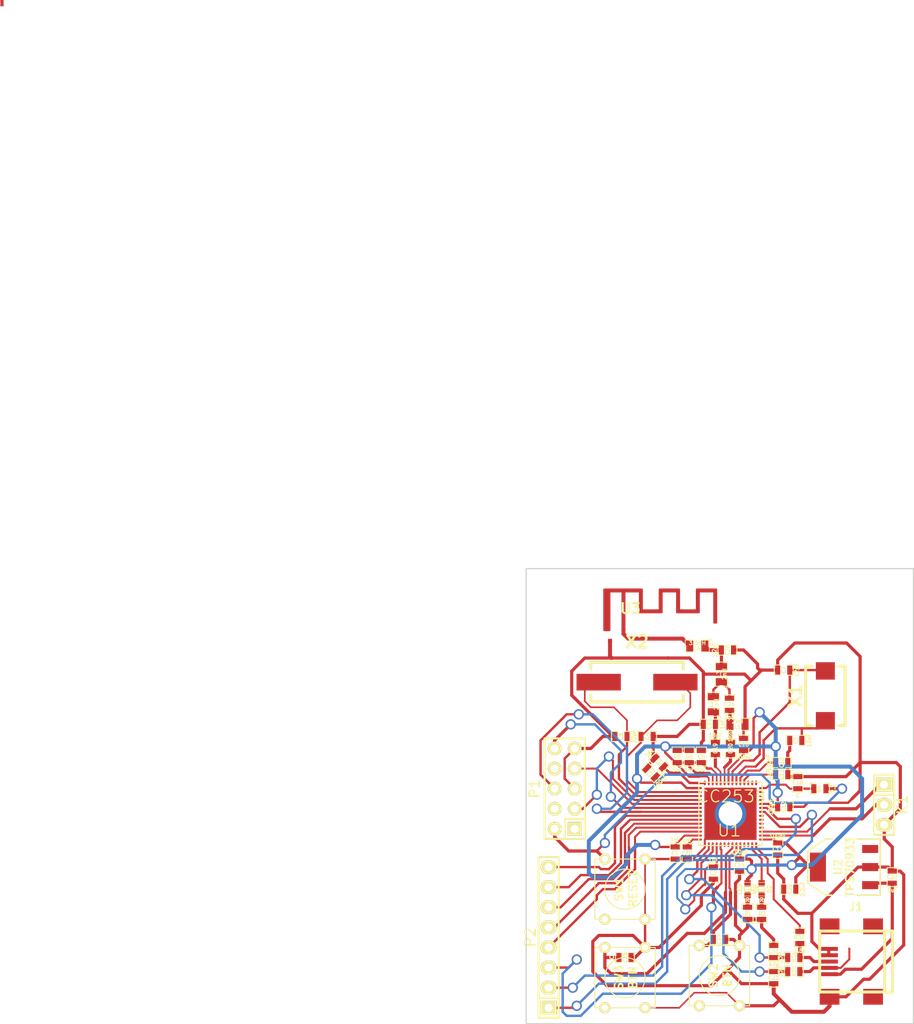
<source format=kicad_pcb>
(kicad_pcb (version 3) (host pcbnew "(2014-03-27 BZR 4770)-product")

  (general
    (links 130)
    (no_connects 4)
    (area 66.174999 71.174999 115.275001 128.825001)
    (thickness 1.6)
    (drawings 33)
    (tracks 612)
    (zones 0)
    (modules 55)
    (nets 62)
  )

  (page A4)
  (layers
    (15 F.Cu signal)
    (0 B.Cu signal)
    (16 B.Adhes user)
    (17 F.Adhes user)
    (18 B.Paste user)
    (19 F.Paste user)
    (20 B.SilkS user)
    (21 F.SilkS user)
    (22 B.Mask user)
    (23 F.Mask user)
    (24 Dwgs.User user hide)
    (25 Cmts.User user)
    (26 Eco1.User user)
    (27 Eco2.User user)
    (28 Edge.Cuts user)
  )

  (setup
    (last_trace_width 0.3)
    (user_trace_width 0.25)
    (user_trace_width 0.3)
    (user_trace_width 0.4)
    (user_trace_width 0.5)
    (trace_clearance 0.2)
    (zone_clearance 0.508)
    (zone_45_only yes)
    (trace_min 0.2)
    (segment_width 0.01)
    (edge_width 0.15)
    (via_size 1.3)
    (via_drill 0.9)
    (via_min_size 0.889)
    (via_min_drill 0.508)
    (user_via 1.3 0.9)
    (user_via 4 3)
    (uvia_size 0.508)
    (uvia_drill 0.127)
    (uvias_allowed no)
    (uvia_min_size 0.508)
    (uvia_min_drill 0.127)
    (pcb_text_width 0.3)
    (pcb_text_size 1.5 1.5)
    (mod_edge_width 0.15)
    (mod_text_size 1.5 1.5)
    (mod_text_width 0.15)
    (pad_size 0.5 0.5)
    (pad_drill 0)
    (pad_to_mask_clearance 0.2)
    (aux_axis_origin 0 0)
    (grid_origin 96.7 79.2)
    (visible_elements FFFFFF7F)
    (pcbplotparams
      (layerselection 3178497)
      (usegerberextensions true)
      (excludeedgelayer true)
      (linewidth 0.150000)
      (plotframeref false)
      (viasonmask false)
      (mode 1)
      (useauxorigin false)
      (hpglpennumber 1)
      (hpglpenspeed 20)
      (hpglpendiameter 15)
      (hpglpenoverlay 2)
      (psnegative false)
      (psa4output false)
      (plotreference true)
      (plotvalue true)
      (plotothertext true)
      (plotinvisibletext false)
      (padsonsilk false)
      (subtractmaskfromsilk false)
      (outputformat 1)
      (mirror false)
      (drillshape 1)
      (scaleselection 1)
      (outputdirectory ""))
  )

  (net 0 "")
  (net 1 /BL_RX)
  (net 2 /BL_TX)
  (net 3 /Btn0)
  (net 4 /Btn1)
  (net 5 /GND_DETECT)
  (net 6 /JTAG_TCK)
  (net 7 /JTAG_TDI)
  (net 8 /JTAG_TDO)
  (net 9 /JTAG_TMS)
  (net 10 /JTAG_VDD)
  (net 11 /RF_N)
  (net 12 /RF_P)
  (net 13 /STATUS_LED)
  (net 14 /USB_FS_PULLUP)
  (net 15 /USB_N)
  (net 16 /USB_P)
  (net 17 /V_USB)
  (net 18 /nReset)
  (net 19 GND)
  (net 20 "Net-(C10-Pad1)")
  (net 21 "Net-(C13-Pad1)")
  (net 22 "Net-(C18-Pad1)")
  (net 23 "Net-(C19-Pad1)")
  (net 24 "Net-(C20-Pad1)")
  (net 25 "Net-(C24-Pad2)")
  (net 26 "Net-(C26-Pad1)")
  (net 27 "Net-(C3-Pad1)")
  (net 28 "Net-(C4-Pad1)")
  (net 29 "Net-(C7-Pad1)")
  (net 30 "Net-(C8-Pad1)")
  (net 31 "Net-(D1-Pad2)")
  (net 32 "Net-(D2-Pad2)")
  (net 33 "Net-(J1-Pad2)")
  (net 34 "Net-(J1-Pad3)")
  (net 35 "Net-(L4-Pad2)")
  (net 36 "Net-(P1-Pad7)")
  (net 37 "Net-(P2-Pad1)")
  (net 38 "Net-(P2-Pad2)")
  (net 39 "Net-(P2-Pad3)")
  (net 40 "Net-(P2-Pad4)")
  (net 41 "Net-(P2-Pad5)")
  (net 42 "Net-(P2-Pad6)")
  (net 43 "Net-(P2-Pad7)")
  (net 44 "Net-(P2-Pad8)")
  (net 45 "Net-(R3-Pad2)")
  (net 46 "Net-(U1-Pad11)")
  (net 47 "Net-(U1-Pad12)")
  (net 48 "Net-(U1-Pad18)")
  (net 49 "Net-(U1-Pad19)")
  (net 50 "Net-(U1-Pad20)")
  (net 51 "Net-(U1-Pad21)")
  (net 52 "Net-(U1-Pad25)")
  (net 53 "Net-(U1-Pad26)")
  (net 54 "Net-(U1-Pad27)")
  (net 55 "Net-(U1-Pad29)")
  (net 56 "Net-(U1-Pad30)")
  (net 57 "Net-(U1-Pad31)")
  (net 58 "Net-(U1-Pad6)")
  (net 59 "Net-(U1-Pad7)")
  (net 60 "Net-(U2-Pad3)")
  (net 61 VDD)

  (net_class Default "Dies ist die voreingestellte Netzklasse."
    (clearance 0.2)
    (trace_width 0.2)
    (via_dia 1.3)
    (via_drill 0.9)
    (uvia_dia 0.508)
    (uvia_drill 0.127)
    (add_net /BL_RX)
    (add_net /BL_TX)
    (add_net /Btn0)
    (add_net /Btn1)
    (add_net /GND_DETECT)
    (add_net /JTAG_TCK)
    (add_net /JTAG_TDI)
    (add_net /JTAG_TDO)
    (add_net /JTAG_TMS)
    (add_net /JTAG_VDD)
    (add_net /RF_N)
    (add_net /RF_P)
    (add_net /STATUS_LED)
    (add_net /USB_FS_PULLUP)
    (add_net /USB_N)
    (add_net /USB_P)
    (add_net /V_USB)
    (add_net /nReset)
    (add_net GND)
    (add_net "Net-(C10-Pad1)")
    (add_net "Net-(C13-Pad1)")
    (add_net "Net-(C18-Pad1)")
    (add_net "Net-(C19-Pad1)")
    (add_net "Net-(C20-Pad1)")
    (add_net "Net-(C24-Pad2)")
    (add_net "Net-(C26-Pad1)")
    (add_net "Net-(C3-Pad1)")
    (add_net "Net-(C4-Pad1)")
    (add_net "Net-(C7-Pad1)")
    (add_net "Net-(C8-Pad1)")
    (add_net "Net-(D1-Pad2)")
    (add_net "Net-(D2-Pad2)")
    (add_net "Net-(J1-Pad2)")
    (add_net "Net-(J1-Pad3)")
    (add_net "Net-(L4-Pad2)")
    (add_net "Net-(P1-Pad7)")
    (add_net "Net-(P2-Pad1)")
    (add_net "Net-(P2-Pad2)")
    (add_net "Net-(P2-Pad3)")
    (add_net "Net-(P2-Pad4)")
    (add_net "Net-(P2-Pad5)")
    (add_net "Net-(P2-Pad6)")
    (add_net "Net-(P2-Pad7)")
    (add_net "Net-(P2-Pad8)")
    (add_net "Net-(R3-Pad2)")
    (add_net "Net-(U1-Pad11)")
    (add_net "Net-(U1-Pad12)")
    (add_net "Net-(U1-Pad18)")
    (add_net "Net-(U1-Pad19)")
    (add_net "Net-(U1-Pad20)")
    (add_net "Net-(U1-Pad21)")
    (add_net "Net-(U1-Pad25)")
    (add_net "Net-(U1-Pad26)")
    (add_net "Net-(U1-Pad27)")
    (add_net "Net-(U1-Pad29)")
    (add_net "Net-(U1-Pad30)")
    (add_net "Net-(U1-Pad31)")
    (add_net "Net-(U1-Pad6)")
    (add_net "Net-(U1-Pad7)")
    (add_net "Net-(U2-Pad3)")
    (add_net VDD)
  )

  (module STUB (layer F.Cu) (tedit 532EF2CD) (tstamp 532EF2D9)
    (at 0 0)
    (fp_text reference STUB (at 0 0.00003) (layer F.SilkS)
      (effects (font (size 0.00003 0.00003) (thickness 0.000007)))
    )
    (fp_text value VAL** (at 0 -0.00003) (layer F.SilkS)
      (effects (font (size 0.00003 0.00003) (thickness 0.000007)))
    )
    (pad 1 smd rect (at 0 0) (size 0.4 0.4) (layers F.Cu))
    (pad 1 smd rect (at 0 -0.4) (size 0.4 0.4) (layers F.Cu))
  )

  (module SMD_Packages:SM0603_Capa (layer F.Cu) (tedit 5320AB3C) (tstamp 5320AEB5)
    (at 85.09 107.188 270)
    (path /5317A3DC)
    (attr smd)
    (fp_text reference C1 (at 0 0 360) (layer F.SilkS)
      (effects (font (size 0.508 0.4572) (thickness 0.1143)))
    )
    (fp_text value 1uF (at -1.651 0 360) (layer F.SilkS)
      (effects (font (size 0.508 0.4572) (thickness 0.1143)))
    )
    (fp_line (start 0.50038 0.65024) (end 1.19888 0.65024) (layer F.SilkS) (width 0.11938))
    (fp_line (start -0.50038 0.65024) (end -1.19888 0.65024) (layer F.SilkS) (width 0.11938))
    (fp_line (start 0.50038 -0.65024) (end 1.19888 -0.65024) (layer F.SilkS) (width 0.11938))
    (fp_line (start -1.19888 -0.65024) (end -0.50038 -0.65024) (layer F.SilkS) (width 0.11938))
    (fp_line (start 1.19888 -0.635) (end 1.19888 0.635) (layer F.SilkS) (width 0.11938))
    (fp_line (start -1.19888 0.635) (end -1.19888 -0.635) (layer F.SilkS) (width 0.11938))
    (pad 1 smd rect (at -0.762 0 270) (size 0.635 1.143) (layers F.Cu F.Paste F.Mask)
      (net 61 VDD))
    (pad 2 smd rect (at 0.762 0 270) (size 0.635 1.143) (layers F.Cu F.Paste F.Mask)
      (net 19 GND))
    (model smd\capacitors\C0603.wrl
      (at (xyz 0 0 0.001))
      (scale (xyz 0.5 0.5 0.5))
      (rotate (xyz 0 0 0))
    )
  )

  (module SMD_Packages:SM0603_Capa (layer F.Cu) (tedit 5320AB3C) (tstamp 5320AEC0)
    (at 89.916 109.728 270)
    (path /5317A3EE)
    (attr smd)
    (fp_text reference C2 (at 0 0 360) (layer F.SilkS)
      (effects (font (size 0.508 0.4572) (thickness 0.1143)))
    )
    (fp_text value 1uF (at -1.651 0 360) (layer F.SilkS)
      (effects (font (size 0.508 0.4572) (thickness 0.1143)))
    )
    (fp_line (start 0.50038 0.65024) (end 1.19888 0.65024) (layer F.SilkS) (width 0.11938))
    (fp_line (start -0.50038 0.65024) (end -1.19888 0.65024) (layer F.SilkS) (width 0.11938))
    (fp_line (start 0.50038 -0.65024) (end 1.19888 -0.65024) (layer F.SilkS) (width 0.11938))
    (fp_line (start -1.19888 -0.65024) (end -0.50038 -0.65024) (layer F.SilkS) (width 0.11938))
    (fp_line (start 1.19888 -0.635) (end 1.19888 0.635) (layer F.SilkS) (width 0.11938))
    (fp_line (start -1.19888 0.635) (end -1.19888 -0.635) (layer F.SilkS) (width 0.11938))
    (pad 1 smd rect (at -0.762 0 270) (size 0.635 1.143) (layers F.Cu F.Paste F.Mask)
      (net 61 VDD))
    (pad 2 smd rect (at 0.762 0 270) (size 0.635 1.143) (layers F.Cu F.Paste F.Mask)
      (net 19 GND))
    (model smd\capacitors\C0603.wrl
      (at (xyz 0 0 0.001))
      (scale (xyz 0.5 0.5 0.5))
      (rotate (xyz 0 0 0))
    )
  )

  (module SMD_Packages:SM0603_Capa (layer F.Cu) (tedit 5320AB3C) (tstamp 5320AECB)
    (at 100.33 92.964 180)
    (path /53135828)
    (attr smd)
    (fp_text reference C3 (at 0 0 270) (layer F.SilkS)
      (effects (font (size 0.508 0.4572) (thickness 0.1143)))
    )
    (fp_text value 12pF (at -1.651 0 270) (layer F.SilkS)
      (effects (font (size 0.508 0.4572) (thickness 0.1143)))
    )
    (fp_line (start 0.50038 0.65024) (end 1.19888 0.65024) (layer F.SilkS) (width 0.11938))
    (fp_line (start -0.50038 0.65024) (end -1.19888 0.65024) (layer F.SilkS) (width 0.11938))
    (fp_line (start 0.50038 -0.65024) (end 1.19888 -0.65024) (layer F.SilkS) (width 0.11938))
    (fp_line (start -1.19888 -0.65024) (end -0.50038 -0.65024) (layer F.SilkS) (width 0.11938))
    (fp_line (start 1.19888 -0.635) (end 1.19888 0.635) (layer F.SilkS) (width 0.11938))
    (fp_line (start -1.19888 0.635) (end -1.19888 -0.635) (layer F.SilkS) (width 0.11938))
    (pad 1 smd rect (at -0.762 0 180) (size 0.635 1.143) (layers F.Cu F.Paste F.Mask)
      (net 27 "Net-(C3-Pad1)"))
    (pad 2 smd rect (at 0.762 0 180) (size 0.635 1.143) (layers F.Cu F.Paste F.Mask)
      (net 19 GND))
    (model smd\capacitors\C0603.wrl
      (at (xyz 0 0 0.001))
      (scale (xyz 0.5 0.5 0.5))
      (rotate (xyz 0 0 0))
    )
  )

  (module SMD_Packages:SM0603_Capa (layer F.Cu) (tedit 5320AB3C) (tstamp 5329C365)
    (at 81.534 92.456)
    (path /531AF27F)
    (attr smd)
    (fp_text reference C4 (at 0 0 90) (layer F.SilkS)
      (effects (font (size 0.508 0.4572) (thickness 0.1143)))
    )
    (fp_text value 22pF (at -1.651 0 90) (layer F.SilkS)
      (effects (font (size 0.508 0.4572) (thickness 0.1143)))
    )
    (fp_line (start 0.50038 0.65024) (end 1.19888 0.65024) (layer F.SilkS) (width 0.11938))
    (fp_line (start -0.50038 0.65024) (end -1.19888 0.65024) (layer F.SilkS) (width 0.11938))
    (fp_line (start 0.50038 -0.65024) (end 1.19888 -0.65024) (layer F.SilkS) (width 0.11938))
    (fp_line (start -1.19888 -0.65024) (end -0.50038 -0.65024) (layer F.SilkS) (width 0.11938))
    (fp_line (start 1.19888 -0.635) (end 1.19888 0.635) (layer F.SilkS) (width 0.11938))
    (fp_line (start -1.19888 0.635) (end -1.19888 -0.635) (layer F.SilkS) (width 0.11938))
    (pad 1 smd rect (at -0.762 0) (size 0.635 1.143) (layers F.Cu F.Paste F.Mask)
      (net 28 "Net-(C4-Pad1)"))
    (pad 2 smd rect (at 0.762 0) (size 0.635 1.143) (layers F.Cu F.Paste F.Mask)
      (net 19 GND))
    (model smd\capacitors\C0603.wrl
      (at (xyz 0 0 0.001))
      (scale (xyz 0.5 0.5 0.5))
      (rotate (xyz 0 0 0))
    )
  )

  (module SMD_Packages:SM0603_Capa (layer F.Cu) (tedit 5320AB3C) (tstamp 5320AEE1)
    (at 88.392 94.996 90)
    (path /5317A3F9)
    (attr smd)
    (fp_text reference C5 (at 0 0 180) (layer F.SilkS)
      (effects (font (size 0.508 0.4572) (thickness 0.1143)))
    )
    (fp_text value 1uF (at -1.651 0 180) (layer F.SilkS)
      (effects (font (size 0.508 0.4572) (thickness 0.1143)))
    )
    (fp_line (start 0.50038 0.65024) (end 1.19888 0.65024) (layer F.SilkS) (width 0.11938))
    (fp_line (start -0.50038 0.65024) (end -1.19888 0.65024) (layer F.SilkS) (width 0.11938))
    (fp_line (start 0.50038 -0.65024) (end 1.19888 -0.65024) (layer F.SilkS) (width 0.11938))
    (fp_line (start -1.19888 -0.65024) (end -0.50038 -0.65024) (layer F.SilkS) (width 0.11938))
    (fp_line (start 1.19888 -0.635) (end 1.19888 0.635) (layer F.SilkS) (width 0.11938))
    (fp_line (start -1.19888 0.635) (end -1.19888 -0.635) (layer F.SilkS) (width 0.11938))
    (pad 1 smd rect (at -0.762 0 90) (size 0.635 1.143) (layers F.Cu F.Paste F.Mask)
      (net 61 VDD))
    (pad 2 smd rect (at 0.762 0 90) (size 0.635 1.143) (layers F.Cu F.Paste F.Mask)
      (net 19 GND))
    (model smd\capacitors\C0603.wrl
      (at (xyz 0 0 0.001))
      (scale (xyz 0.5 0.5 0.5))
      (rotate (xyz 0 0 0))
    )
  )

  (module SMD_Packages:SM0603_Capa (layer F.Cu) (tedit 5320AB3C) (tstamp 5320AEEC)
    (at 86.868 94.996 90)
    (path /5317A404)
    (attr smd)
    (fp_text reference C6 (at 0 0 180) (layer F.SilkS)
      (effects (font (size 0.508 0.4572) (thickness 0.1143)))
    )
    (fp_text value 1uF (at -1.651 0 180) (layer F.SilkS)
      (effects (font (size 0.508 0.4572) (thickness 0.1143)))
    )
    (fp_line (start 0.50038 0.65024) (end 1.19888 0.65024) (layer F.SilkS) (width 0.11938))
    (fp_line (start -0.50038 0.65024) (end -1.19888 0.65024) (layer F.SilkS) (width 0.11938))
    (fp_line (start 0.50038 -0.65024) (end 1.19888 -0.65024) (layer F.SilkS) (width 0.11938))
    (fp_line (start -1.19888 -0.65024) (end -0.50038 -0.65024) (layer F.SilkS) (width 0.11938))
    (fp_line (start 1.19888 -0.635) (end 1.19888 0.635) (layer F.SilkS) (width 0.11938))
    (fp_line (start -1.19888 0.635) (end -1.19888 -0.635) (layer F.SilkS) (width 0.11938))
    (pad 1 smd rect (at -0.762 0 90) (size 0.635 1.143) (layers F.Cu F.Paste F.Mask)
      (net 61 VDD))
    (pad 2 smd rect (at 0.762 0 90) (size 0.635 1.143) (layers F.Cu F.Paste F.Mask)
      (net 19 GND))
    (model smd\capacitors\C0603.wrl
      (at (xyz 0 0 0.001))
      (scale (xyz 0.5 0.5 0.5))
      (rotate (xyz 0 0 0))
    )
  )

  (module SMD_Packages:SM0603_Capa (layer F.Cu) (tedit 5320AB3C) (tstamp 5320AEF7)
    (at 98.806 84.074 180)
    (path /53135831)
    (attr smd)
    (fp_text reference C7 (at 0 0 270) (layer F.SilkS)
      (effects (font (size 0.508 0.4572) (thickness 0.1143)))
    )
    (fp_text value 12pF (at -1.651 0 270) (layer F.SilkS)
      (effects (font (size 0.508 0.4572) (thickness 0.1143)))
    )
    (fp_line (start 0.50038 0.65024) (end 1.19888 0.65024) (layer F.SilkS) (width 0.11938))
    (fp_line (start -0.50038 0.65024) (end -1.19888 0.65024) (layer F.SilkS) (width 0.11938))
    (fp_line (start 0.50038 -0.65024) (end 1.19888 -0.65024) (layer F.SilkS) (width 0.11938))
    (fp_line (start -1.19888 -0.65024) (end -0.50038 -0.65024) (layer F.SilkS) (width 0.11938))
    (fp_line (start 1.19888 -0.635) (end 1.19888 0.635) (layer F.SilkS) (width 0.11938))
    (fp_line (start -1.19888 0.635) (end -1.19888 -0.635) (layer F.SilkS) (width 0.11938))
    (pad 1 smd rect (at -0.762 0 180) (size 0.635 1.143) (layers F.Cu F.Paste F.Mask)
      (net 29 "Net-(C7-Pad1)"))
    (pad 2 smd rect (at 0.762 0 180) (size 0.635 1.143) (layers F.Cu F.Paste F.Mask)
      (net 19 GND))
    (model smd\capacitors\C0603.wrl
      (at (xyz 0 0 0.001))
      (scale (xyz 0.5 0.5 0.5))
      (rotate (xyz 0 0 0))
    )
  )

  (module SMD_Packages:SM0603_Capa (layer F.Cu) (tedit 5320AB3C) (tstamp 5329C358)
    (at 78.232 92.456 180)
    (path /531AF279)
    (attr smd)
    (fp_text reference C8 (at 0 0 270) (layer F.SilkS)
      (effects (font (size 0.508 0.4572) (thickness 0.1143)))
    )
    (fp_text value 22pF (at -1.651 0 270) (layer F.SilkS)
      (effects (font (size 0.508 0.4572) (thickness 0.1143)))
    )
    (fp_line (start 0.50038 0.65024) (end 1.19888 0.65024) (layer F.SilkS) (width 0.11938))
    (fp_line (start -0.50038 0.65024) (end -1.19888 0.65024) (layer F.SilkS) (width 0.11938))
    (fp_line (start 0.50038 -0.65024) (end 1.19888 -0.65024) (layer F.SilkS) (width 0.11938))
    (fp_line (start -1.19888 -0.65024) (end -0.50038 -0.65024) (layer F.SilkS) (width 0.11938))
    (fp_line (start 1.19888 -0.635) (end 1.19888 0.635) (layer F.SilkS) (width 0.11938))
    (fp_line (start -1.19888 0.635) (end -1.19888 -0.635) (layer F.SilkS) (width 0.11938))
    (pad 1 smd rect (at -0.762 0 180) (size 0.635 1.143) (layers F.Cu F.Paste F.Mask)
      (net 30 "Net-(C8-Pad1)"))
    (pad 2 smd rect (at 0.762 0 180) (size 0.635 1.143) (layers F.Cu F.Paste F.Mask)
      (net 19 GND))
    (model smd\capacitors\C0603.wrl
      (at (xyz 0 0 0.001))
      (scale (xyz 0.5 0.5 0.5))
      (rotate (xyz 0 0 0))
    )
  )

  (module SMD_Packages:SM0603_Capa (layer F.Cu) (tedit 5320AB3C) (tstamp 5320AF0D)
    (at 85.344 94.996 90)
    (path /5317A423)
    (attr smd)
    (fp_text reference C9 (at 0 0 180) (layer F.SilkS)
      (effects (font (size 0.508 0.4572) (thickness 0.1143)))
    )
    (fp_text value 1uF (at -1.651 0 180) (layer F.SilkS)
      (effects (font (size 0.508 0.4572) (thickness 0.1143)))
    )
    (fp_line (start 0.50038 0.65024) (end 1.19888 0.65024) (layer F.SilkS) (width 0.11938))
    (fp_line (start -0.50038 0.65024) (end -1.19888 0.65024) (layer F.SilkS) (width 0.11938))
    (fp_line (start 0.50038 -0.65024) (end 1.19888 -0.65024) (layer F.SilkS) (width 0.11938))
    (fp_line (start -1.19888 -0.65024) (end -0.50038 -0.65024) (layer F.SilkS) (width 0.11938))
    (fp_line (start 1.19888 -0.635) (end 1.19888 0.635) (layer F.SilkS) (width 0.11938))
    (fp_line (start -1.19888 0.635) (end -1.19888 -0.635) (layer F.SilkS) (width 0.11938))
    (pad 1 smd rect (at -0.762 0 90) (size 0.635 1.143) (layers F.Cu F.Paste F.Mask)
      (net 61 VDD))
    (pad 2 smd rect (at 0.762 0 90) (size 0.635 1.143) (layers F.Cu F.Paste F.Mask)
      (net 19 GND))
    (model smd\capacitors\C0603.wrl
      (at (xyz 0 0 0.001))
      (scale (xyz 0.5 0.5 0.5))
      (rotate (xyz 0 0 0))
    )
  )

  (module SMD_Packages:SM0603_Capa (layer F.Cu) (tedit 5320AB3C) (tstamp 5320AF18)
    (at 86.614 107.188 270)
    (path /53171235)
    (attr smd)
    (fp_text reference C10 (at 0 0 360) (layer F.SilkS)
      (effects (font (size 0.508 0.4572) (thickness 0.1143)))
    )
    (fp_text value 1uF (at -1.651 0 360) (layer F.SilkS)
      (effects (font (size 0.508 0.4572) (thickness 0.1143)))
    )
    (fp_line (start 0.50038 0.65024) (end 1.19888 0.65024) (layer F.SilkS) (width 0.11938))
    (fp_line (start -0.50038 0.65024) (end -1.19888 0.65024) (layer F.SilkS) (width 0.11938))
    (fp_line (start 0.50038 -0.65024) (end 1.19888 -0.65024) (layer F.SilkS) (width 0.11938))
    (fp_line (start -1.19888 -0.65024) (end -0.50038 -0.65024) (layer F.SilkS) (width 0.11938))
    (fp_line (start 1.19888 -0.635) (end 1.19888 0.635) (layer F.SilkS) (width 0.11938))
    (fp_line (start -1.19888 0.635) (end -1.19888 -0.635) (layer F.SilkS) (width 0.11938))
    (pad 1 smd rect (at -0.762 0 270) (size 0.635 1.143) (layers F.Cu F.Paste F.Mask)
      (net 20 "Net-(C10-Pad1)"))
    (pad 2 smd rect (at 0.762 0 270) (size 0.635 1.143) (layers F.Cu F.Paste F.Mask)
      (net 19 GND))
    (model smd\capacitors\C0603.wrl
      (at (xyz 0 0 0.001))
      (scale (xyz 0.5 0.5 0.5))
      (rotate (xyz 0 0 0))
    )
  )

  (module SMD_Packages:SM0603_Capa (layer F.Cu) (tedit 5329BE86) (tstamp 5320AF23)
    (at 98.044 106.68 270)
    (path /5317AB28)
    (attr smd)
    (fp_text reference C11 (at 0 0 540) (layer F.SilkS)
      (effects (font (size 0.508 0.4572) (thickness 0.1143)))
    )
    (fp_text value 100nF (at -1.651 0 360) (layer F.SilkS)
      (effects (font (size 0.508 0.4572) (thickness 0.1143)))
    )
    (fp_line (start 0.50038 0.65024) (end 1.19888 0.65024) (layer F.SilkS) (width 0.11938))
    (fp_line (start -0.50038 0.65024) (end -1.19888 0.65024) (layer F.SilkS) (width 0.11938))
    (fp_line (start 0.50038 -0.65024) (end 1.19888 -0.65024) (layer F.SilkS) (width 0.11938))
    (fp_line (start -1.19888 -0.65024) (end -0.50038 -0.65024) (layer F.SilkS) (width 0.11938))
    (fp_line (start 1.19888 -0.635) (end 1.19888 0.635) (layer F.SilkS) (width 0.11938))
    (fp_line (start -1.19888 0.635) (end -1.19888 -0.635) (layer F.SilkS) (width 0.11938))
    (pad 1 smd rect (at -0.762 0 270) (size 0.635 1.143) (layers F.Cu F.Paste F.Mask)
      (net 61 VDD))
    (pad 2 smd rect (at 0.762 0 270) (size 0.635 1.143) (layers F.Cu F.Paste F.Mask)
      (net 19 GND))
    (model smd\capacitors\C0603.wrl
      (at (xyz 0 0 0.001))
      (scale (xyz 0.5 0.5 0.5))
      (rotate (xyz 0 0 0))
    )
  )

  (module SMD_Packages:SM0603_Capa (layer F.Cu) (tedit 5320AB3C) (tstamp 5320AF2E)
    (at 98.806 101.346)
    (path /5317AB3A)
    (attr smd)
    (fp_text reference C12 (at 0 0 90) (layer F.SilkS)
      (effects (font (size 0.508 0.4572) (thickness 0.1143)))
    )
    (fp_text value 100nF (at -1.651 0 90) (layer F.SilkS)
      (effects (font (size 0.508 0.4572) (thickness 0.1143)))
    )
    (fp_line (start 0.50038 0.65024) (end 1.19888 0.65024) (layer F.SilkS) (width 0.11938))
    (fp_line (start -0.50038 0.65024) (end -1.19888 0.65024) (layer F.SilkS) (width 0.11938))
    (fp_line (start 0.50038 -0.65024) (end 1.19888 -0.65024) (layer F.SilkS) (width 0.11938))
    (fp_line (start -1.19888 -0.65024) (end -0.50038 -0.65024) (layer F.SilkS) (width 0.11938))
    (fp_line (start 1.19888 -0.635) (end 1.19888 0.635) (layer F.SilkS) (width 0.11938))
    (fp_line (start -1.19888 0.635) (end -1.19888 -0.635) (layer F.SilkS) (width 0.11938))
    (pad 1 smd rect (at -0.762 0) (size 0.635 1.143) (layers F.Cu F.Paste F.Mask)
      (net 61 VDD))
    (pad 2 smd rect (at 0.762 0) (size 0.635 1.143) (layers F.Cu F.Paste F.Mask)
      (net 19 GND))
    (model smd\capacitors\C0603.wrl
      (at (xyz 0 0 0.001))
      (scale (xyz 0.5 0.5 0.5))
      (rotate (xyz 0 0 0))
    )
  )

  (module SMD_Packages:SM0603_Capa (layer F.Cu) (tedit 5320AB3C) (tstamp 5320AF39)
    (at 98.552 97.282)
    (path /53171225)
    (attr smd)
    (fp_text reference C13 (at 0 0 90) (layer F.SilkS)
      (effects (font (size 0.508 0.4572) (thickness 0.1143)))
    )
    (fp_text value 1uF (at -1.651 0 90) (layer F.SilkS)
      (effects (font (size 0.508 0.4572) (thickness 0.1143)))
    )
    (fp_line (start 0.50038 0.65024) (end 1.19888 0.65024) (layer F.SilkS) (width 0.11938))
    (fp_line (start -0.50038 0.65024) (end -1.19888 0.65024) (layer F.SilkS) (width 0.11938))
    (fp_line (start 0.50038 -0.65024) (end 1.19888 -0.65024) (layer F.SilkS) (width 0.11938))
    (fp_line (start -1.19888 -0.65024) (end -0.50038 -0.65024) (layer F.SilkS) (width 0.11938))
    (fp_line (start 1.19888 -0.635) (end 1.19888 0.635) (layer F.SilkS) (width 0.11938))
    (fp_line (start -1.19888 0.635) (end -1.19888 -0.635) (layer F.SilkS) (width 0.11938))
    (pad 1 smd rect (at -0.762 0) (size 0.635 1.143) (layers F.Cu F.Paste F.Mask)
      (net 21 "Net-(C13-Pad1)"))
    (pad 2 smd rect (at 0.762 0) (size 0.635 1.143) (layers F.Cu F.Paste F.Mask)
      (net 19 GND))
    (model smd\capacitors\C0603.wrl
      (at (xyz 0 0 0.001))
      (scale (xyz 0.5 0.5 0.5))
      (rotate (xyz 0 0 0))
    )
  )

  (module SMD_Packages:SM0603_Capa (layer F.Cu) (tedit 5320AB3C) (tstamp 5320AF44)
    (at 93.218 108.712 270)
    (path /5317AB45)
    (attr smd)
    (fp_text reference C14 (at 0 0 360) (layer F.SilkS)
      (effects (font (size 0.508 0.4572) (thickness 0.1143)))
    )
    (fp_text value 100nF (at -1.651 0 360) (layer F.SilkS)
      (effects (font (size 0.508 0.4572) (thickness 0.1143)))
    )
    (fp_line (start 0.50038 0.65024) (end 1.19888 0.65024) (layer F.SilkS) (width 0.11938))
    (fp_line (start -0.50038 0.65024) (end -1.19888 0.65024) (layer F.SilkS) (width 0.11938))
    (fp_line (start 0.50038 -0.65024) (end 1.19888 -0.65024) (layer F.SilkS) (width 0.11938))
    (fp_line (start -1.19888 -0.65024) (end -0.50038 -0.65024) (layer F.SilkS) (width 0.11938))
    (fp_line (start 1.19888 -0.635) (end 1.19888 0.635) (layer F.SilkS) (width 0.11938))
    (fp_line (start -1.19888 0.635) (end -1.19888 -0.635) (layer F.SilkS) (width 0.11938))
    (pad 1 smd rect (at -0.762 0 270) (size 0.635 1.143) (layers F.Cu F.Paste F.Mask)
      (net 61 VDD))
    (pad 2 smd rect (at 0.762 0 270) (size 0.635 1.143) (layers F.Cu F.Paste F.Mask)
      (net 19 GND))
    (model smd\capacitors\C0603.wrl
      (at (xyz 0 0 0.001))
      (scale (xyz 0.5 0.5 0.5))
      (rotate (xyz 0 0 0))
    )
  )

  (module SMD_Packages:SM0603_Capa (layer F.Cu) (tedit 5320AB3C) (tstamp 5320AF4F)
    (at 98.552 95.758)
    (path /5317AB50)
    (attr smd)
    (fp_text reference C15 (at 0 0 90) (layer F.SilkS)
      (effects (font (size 0.508 0.4572) (thickness 0.1143)))
    )
    (fp_text value 100nF (at -1.651 0 90) (layer F.SilkS)
      (effects (font (size 0.508 0.4572) (thickness 0.1143)))
    )
    (fp_line (start 0.50038 0.65024) (end 1.19888 0.65024) (layer F.SilkS) (width 0.11938))
    (fp_line (start -0.50038 0.65024) (end -1.19888 0.65024) (layer F.SilkS) (width 0.11938))
    (fp_line (start 0.50038 -0.65024) (end 1.19888 -0.65024) (layer F.SilkS) (width 0.11938))
    (fp_line (start -1.19888 -0.65024) (end -0.50038 -0.65024) (layer F.SilkS) (width 0.11938))
    (fp_line (start 1.19888 -0.635) (end 1.19888 0.635) (layer F.SilkS) (width 0.11938))
    (fp_line (start -1.19888 0.635) (end -1.19888 -0.635) (layer F.SilkS) (width 0.11938))
    (pad 1 smd rect (at -0.762 0) (size 0.635 1.143) (layers F.Cu F.Paste F.Mask)
      (net 61 VDD))
    (pad 2 smd rect (at 0.762 0) (size 0.635 1.143) (layers F.Cu F.Paste F.Mask)
      (net 19 GND))
    (model smd\capacitors\C0603.wrl
      (at (xyz 0 0 0.001))
      (scale (xyz 0.5 0.5 0.5))
      (rotate (xyz 0 0 0))
    )
  )

  (module SMD_Packages:SM0603_Capa (layer F.Cu) (tedit 5320AB3C) (tstamp 5320AF5A)
    (at 93.726 93.472 90)
    (path /5317AB5B)
    (attr smd)
    (fp_text reference C16 (at 0 0 180) (layer F.SilkS)
      (effects (font (size 0.508 0.4572) (thickness 0.1143)))
    )
    (fp_text value 100nF (at -1.651 0 180) (layer F.SilkS)
      (effects (font (size 0.508 0.4572) (thickness 0.1143)))
    )
    (fp_line (start 0.50038 0.65024) (end 1.19888 0.65024) (layer F.SilkS) (width 0.11938))
    (fp_line (start -0.50038 0.65024) (end -1.19888 0.65024) (layer F.SilkS) (width 0.11938))
    (fp_line (start 0.50038 -0.65024) (end 1.19888 -0.65024) (layer F.SilkS) (width 0.11938))
    (fp_line (start -1.19888 -0.65024) (end -0.50038 -0.65024) (layer F.SilkS) (width 0.11938))
    (fp_line (start 1.19888 -0.635) (end 1.19888 0.635) (layer F.SilkS) (width 0.11938))
    (fp_line (start -1.19888 0.635) (end -1.19888 -0.635) (layer F.SilkS) (width 0.11938))
    (pad 1 smd rect (at -0.762 0 90) (size 0.635 1.143) (layers F.Cu F.Paste F.Mask)
      (net 61 VDD))
    (pad 2 smd rect (at 0.762 0 90) (size 0.635 1.143) (layers F.Cu F.Paste F.Mask)
      (net 19 GND))
    (model smd\capacitors\C0603.wrl
      (at (xyz 0 0 0.001))
      (scale (xyz 0.5 0.5 0.5))
      (rotate (xyz 0 0 0))
    )
  )

  (module SMD_Packages:SM0603_Capa (layer F.Cu) (tedit 5320AB3C) (tstamp 5320AF65)
    (at 82.042 97.028 135)
    (path /5317AB66)
    (attr smd)
    (fp_text reference C17 (at 0 0 225) (layer F.SilkS)
      (effects (font (size 0.508 0.4572) (thickness 0.1143)))
    )
    (fp_text value 100nF (at -1.651 0 225) (layer F.SilkS)
      (effects (font (size 0.508 0.4572) (thickness 0.1143)))
    )
    (fp_line (start 0.50038 0.65024) (end 1.19888 0.65024) (layer F.SilkS) (width 0.11938))
    (fp_line (start -0.50038 0.65024) (end -1.19888 0.65024) (layer F.SilkS) (width 0.11938))
    (fp_line (start 0.50038 -0.65024) (end 1.19888 -0.65024) (layer F.SilkS) (width 0.11938))
    (fp_line (start -1.19888 -0.65024) (end -0.50038 -0.65024) (layer F.SilkS) (width 0.11938))
    (fp_line (start 1.19888 -0.635) (end 1.19888 0.635) (layer F.SilkS) (width 0.11938))
    (fp_line (start -1.19888 0.635) (end -1.19888 -0.635) (layer F.SilkS) (width 0.11938))
    (pad 1 smd rect (at -0.762 0 135) (size 0.635 1.143) (layers F.Cu F.Paste F.Mask)
      (net 61 VDD))
    (pad 2 smd rect (at 0.762 0 135) (size 0.635 1.143) (layers F.Cu F.Paste F.Mask)
      (net 19 GND))
    (model smd\capacitors\C0603.wrl
      (at (xyz 0 0 0.001))
      (scale (xyz 0.5 0.5 0.5))
      (rotate (xyz 0 0 0))
    )
  )

  (module SMD_Packages:SM0603_Capa (layer F.Cu) (tedit 5320AB3C) (tstamp 5320AF70)
    (at 100.584 98.298 90)
    (path /53179A93)
    (attr smd)
    (fp_text reference C18 (at 0 0 180) (layer F.SilkS)
      (effects (font (size 0.508 0.4572) (thickness 0.1143)))
    )
    (fp_text value C (at -1.651 0 180) (layer F.SilkS)
      (effects (font (size 0.508 0.4572) (thickness 0.1143)))
    )
    (fp_line (start 0.50038 0.65024) (end 1.19888 0.65024) (layer F.SilkS) (width 0.11938))
    (fp_line (start -0.50038 0.65024) (end -1.19888 0.65024) (layer F.SilkS) (width 0.11938))
    (fp_line (start 0.50038 -0.65024) (end 1.19888 -0.65024) (layer F.SilkS) (width 0.11938))
    (fp_line (start -1.19888 -0.65024) (end -0.50038 -0.65024) (layer F.SilkS) (width 0.11938))
    (fp_line (start 1.19888 -0.635) (end 1.19888 0.635) (layer F.SilkS) (width 0.11938))
    (fp_line (start -1.19888 0.635) (end -1.19888 -0.635) (layer F.SilkS) (width 0.11938))
    (pad 1 smd rect (at -0.762 0 90) (size 0.635 1.143) (layers F.Cu F.Paste F.Mask)
      (net 22 "Net-(C18-Pad1)"))
    (pad 2 smd rect (at 0.762 0 90) (size 0.635 1.143) (layers F.Cu F.Paste F.Mask)
      (net 19 GND))
    (model smd\capacitors\C0603.wrl
      (at (xyz 0 0 0.001))
      (scale (xyz 0.5 0.5 0.5))
      (rotate (xyz 0 0 0))
    )
  )

  (module SMD_Packages:SM0603_Capa (layer F.Cu) (tedit 53247831) (tstamp 5320AF7B)
    (at 90.17 93.98 270)
    (path /531AF48E)
    (attr smd)
    (fp_text reference C19 (at 0 0 270) (layer F.SilkS)
      (effects (font (size 0.508 0.4572) (thickness 0.1143)))
    )
    (fp_text value 18pF (at -1.651 0 360) (layer F.SilkS)
      (effects (font (size 0.508 0.4572) (thickness 0.1143)))
    )
    (fp_line (start 0.50038 0.65024) (end 1.19888 0.65024) (layer F.SilkS) (width 0.11938))
    (fp_line (start -0.50038 0.65024) (end -1.19888 0.65024) (layer F.SilkS) (width 0.11938))
    (fp_line (start 0.50038 -0.65024) (end 1.19888 -0.65024) (layer F.SilkS) (width 0.11938))
    (fp_line (start -1.19888 -0.65024) (end -0.50038 -0.65024) (layer F.SilkS) (width 0.11938))
    (fp_line (start 1.19888 -0.635) (end 1.19888 0.635) (layer F.SilkS) (width 0.11938))
    (fp_line (start -1.19888 0.635) (end -1.19888 -0.635) (layer F.SilkS) (width 0.11938))
    (pad 1 smd rect (at -0.762 0 270) (size 0.635 1.143) (layers F.Cu F.Paste F.Mask)
      (net 23 "Net-(C19-Pad1)"))
    (pad 2 smd rect (at 0.762 0 270) (size 0.635 1.143) (layers F.Cu F.Paste F.Mask)
      (net 11 /RF_N))
    (model smd\capacitors\C0603.wrl
      (at (xyz 0 0 0.001))
      (scale (xyz 0.5 0.5 0.5))
      (rotate (xyz 0 0 0))
    )
  )

  (module SMD_Packages:SM0603_Capa (layer F.Cu) (tedit 5324784F) (tstamp 5320AF86)
    (at 92.075 93.98 270)
    (path /531AF4A0)
    (attr smd)
    (fp_text reference C20 (at 0 0 270) (layer F.SilkS)
      (effects (font (size 0.508 0.4572) (thickness 0.1143)))
    )
    (fp_text value 18pF (at -1.651 0 450) (layer F.SilkS)
      (effects (font (size 0.508 0.4572) (thickness 0.1143)))
    )
    (fp_line (start 0.50038 0.65024) (end 1.19888 0.65024) (layer F.SilkS) (width 0.11938))
    (fp_line (start -0.50038 0.65024) (end -1.19888 0.65024) (layer F.SilkS) (width 0.11938))
    (fp_line (start 0.50038 -0.65024) (end 1.19888 -0.65024) (layer F.SilkS) (width 0.11938))
    (fp_line (start -1.19888 -0.65024) (end -0.50038 -0.65024) (layer F.SilkS) (width 0.11938))
    (fp_line (start 1.19888 -0.635) (end 1.19888 0.635) (layer F.SilkS) (width 0.11938))
    (fp_line (start -1.19888 0.635) (end -1.19888 -0.635) (layer F.SilkS) (width 0.11938))
    (pad 1 smd rect (at -0.762 0 270) (size 0.635 1.143) (layers F.Cu F.Paste F.Mask)
      (net 24 "Net-(C20-Pad1)"))
    (pad 2 smd rect (at 0.762 0 270) (size 0.635 1.143) (layers F.Cu F.Paste F.Mask)
      (net 12 /RF_P))
    (model smd\capacitors\C0603.wrl
      (at (xyz 0 0 0.001))
      (scale (xyz 0.5 0.5 0.5))
      (rotate (xyz 0 0 0))
    )
  )

  (module SMD_Packages:SM0603_Capa (layer F.Cu) (tedit 5320AB3C) (tstamp 5320AF91)
    (at 97.536 122.936 270)
    (path /531349DA)
    (attr smd)
    (fp_text reference C21 (at 0 0 360) (layer F.SilkS)
      (effects (font (size 0.508 0.4572) (thickness 0.1143)))
    )
    (fp_text value 47p (at -1.651 0 360) (layer F.SilkS)
      (effects (font (size 0.508 0.4572) (thickness 0.1143)))
    )
    (fp_line (start 0.50038 0.65024) (end 1.19888 0.65024) (layer F.SilkS) (width 0.11938))
    (fp_line (start -0.50038 0.65024) (end -1.19888 0.65024) (layer F.SilkS) (width 0.11938))
    (fp_line (start 0.50038 -0.65024) (end 1.19888 -0.65024) (layer F.SilkS) (width 0.11938))
    (fp_line (start -1.19888 -0.65024) (end -0.50038 -0.65024) (layer F.SilkS) (width 0.11938))
    (fp_line (start 1.19888 -0.635) (end 1.19888 0.635) (layer F.SilkS) (width 0.11938))
    (fp_line (start -1.19888 0.635) (end -1.19888 -0.635) (layer F.SilkS) (width 0.11938))
    (pad 1 smd rect (at -0.762 0 270) (size 0.635 1.143) (layers F.Cu F.Paste F.Mask)
      (net 15 /USB_N))
    (pad 2 smd rect (at 0.762 0 270) (size 0.635 1.143) (layers F.Cu F.Paste F.Mask)
      (net 19 GND))
    (model smd\capacitors\C0603.wrl
      (at (xyz 0 0 0.001))
      (scale (xyz 0.5 0.5 0.5))
      (rotate (xyz 0 0 0))
    )
  )

  (module SMD_Packages:SM0603_Capa (layer F.Cu) (tedit 5320AB3C) (tstamp 5320AF9C)
    (at 112.522 110.236 90)
    (path /53170BB8)
    (attr smd)
    (fp_text reference C22 (at 0 0 180) (layer F.SilkS)
      (effects (font (size 0.508 0.4572) (thickness 0.1143)))
    )
    (fp_text value 1uF (at -1.651 0 180) (layer F.SilkS)
      (effects (font (size 0.508 0.4572) (thickness 0.1143)))
    )
    (fp_line (start 0.50038 0.65024) (end 1.19888 0.65024) (layer F.SilkS) (width 0.11938))
    (fp_line (start -0.50038 0.65024) (end -1.19888 0.65024) (layer F.SilkS) (width 0.11938))
    (fp_line (start 0.50038 -0.65024) (end 1.19888 -0.65024) (layer F.SilkS) (width 0.11938))
    (fp_line (start -1.19888 -0.65024) (end -0.50038 -0.65024) (layer F.SilkS) (width 0.11938))
    (fp_line (start 1.19888 -0.635) (end 1.19888 0.635) (layer F.SilkS) (width 0.11938))
    (fp_line (start -1.19888 0.635) (end -1.19888 -0.635) (layer F.SilkS) (width 0.11938))
    (pad 1 smd rect (at -0.762 0 90) (size 0.635 1.143) (layers F.Cu F.Paste F.Mask)
      (net 17 /V_USB))
    (pad 2 smd rect (at 0.762 0 90) (size 0.635 1.143) (layers F.Cu F.Paste F.Mask)
      (net 19 GND))
    (model smd\capacitors\C0603.wrl
      (at (xyz 0 0 0.001))
      (scale (xyz 0.5 0.5 0.5))
      (rotate (xyz 0 0 0))
    )
  )

  (module SMD_Packages:SM0603_Capa (layer F.Cu) (tedit 5320AB3C) (tstamp 5320AFA7)
    (at 89.408 90.932 180)
    (path /531AF4AB)
    (attr smd)
    (fp_text reference C23 (at 0 0 270) (layer F.SilkS)
      (effects (font (size 0.508 0.4572) (thickness 0.1143)))
    )
    (fp_text value 1pF (at -1.651 0 270) (layer F.SilkS)
      (effects (font (size 0.508 0.4572) (thickness 0.1143)))
    )
    (fp_line (start 0.50038 0.65024) (end 1.19888 0.65024) (layer F.SilkS) (width 0.11938))
    (fp_line (start -0.50038 0.65024) (end -1.19888 0.65024) (layer F.SilkS) (width 0.11938))
    (fp_line (start 0.50038 -0.65024) (end 1.19888 -0.65024) (layer F.SilkS) (width 0.11938))
    (fp_line (start -1.19888 -0.65024) (end -0.50038 -0.65024) (layer F.SilkS) (width 0.11938))
    (fp_line (start 1.19888 -0.635) (end 1.19888 0.635) (layer F.SilkS) (width 0.11938))
    (fp_line (start -1.19888 0.635) (end -1.19888 -0.635) (layer F.SilkS) (width 0.11938))
    (pad 1 smd rect (at -0.762 0 180) (size 0.635 1.143) (layers F.Cu F.Paste F.Mask)
      (net 23 "Net-(C19-Pad1)"))
    (pad 2 smd rect (at 0.762 0 180) (size 0.635 1.143) (layers F.Cu F.Paste F.Mask)
      (net 19 GND))
    (model smd\capacitors\C0603.wrl
      (at (xyz 0 0 0.001))
      (scale (xyz 0.5 0.5 0.5))
      (rotate (xyz 0 0 0))
    )
  )

  (module SMD_Packages:SM0603_Capa (layer F.Cu) (tedit 5320AB3C) (tstamp 5320AFB2)
    (at 91.948 88.392 90)
    (path /531AF4DB)
    (attr smd)
    (fp_text reference C24 (at 0 0 180) (layer F.SilkS)
      (effects (font (size 0.508 0.4572) (thickness 0.1143)))
    )
    (fp_text value 1pF (at -1.651 0 180) (layer F.SilkS)
      (effects (font (size 0.508 0.4572) (thickness 0.1143)))
    )
    (fp_line (start 0.50038 0.65024) (end 1.19888 0.65024) (layer F.SilkS) (width 0.11938))
    (fp_line (start -0.50038 0.65024) (end -1.19888 0.65024) (layer F.SilkS) (width 0.11938))
    (fp_line (start 0.50038 -0.65024) (end 1.19888 -0.65024) (layer F.SilkS) (width 0.11938))
    (fp_line (start -1.19888 -0.65024) (end -0.50038 -0.65024) (layer F.SilkS) (width 0.11938))
    (fp_line (start 1.19888 -0.635) (end 1.19888 0.635) (layer F.SilkS) (width 0.11938))
    (fp_line (start -1.19888 0.635) (end -1.19888 -0.635) (layer F.SilkS) (width 0.11938))
    (pad 1 smd rect (at -0.762 0 90) (size 0.635 1.143) (layers F.Cu F.Paste F.Mask)
      (net 24 "Net-(C20-Pad1)"))
    (pad 2 smd rect (at 0.762 0 90) (size 0.635 1.143) (layers F.Cu F.Paste F.Mask)
      (net 25 "Net-(C24-Pad2)"))
    (model smd\capacitors\C0603.wrl
      (at (xyz 0 0 0.001))
      (scale (xyz 0.5 0.5 0.5))
      (rotate (xyz 0 0 0))
    )
  )

  (module SMD_Packages:SM0603_Capa (layer F.Cu) (tedit 5320AB3C) (tstamp 5320AFBD)
    (at 99.568 111.76 180)
    (path /53170B7D)
    (attr smd)
    (fp_text reference C25 (at 0 0 270) (layer F.SilkS)
      (effects (font (size 0.508 0.4572) (thickness 0.1143)))
    )
    (fp_text value 2.2uF (at -1.651 0 270) (layer F.SilkS)
      (effects (font (size 0.508 0.4572) (thickness 0.1143)))
    )
    (fp_line (start 0.50038 0.65024) (end 1.19888 0.65024) (layer F.SilkS) (width 0.11938))
    (fp_line (start -0.50038 0.65024) (end -1.19888 0.65024) (layer F.SilkS) (width 0.11938))
    (fp_line (start 0.50038 -0.65024) (end 1.19888 -0.65024) (layer F.SilkS) (width 0.11938))
    (fp_line (start -1.19888 -0.65024) (end -0.50038 -0.65024) (layer F.SilkS) (width 0.11938))
    (fp_line (start 1.19888 -0.635) (end 1.19888 0.635) (layer F.SilkS) (width 0.11938))
    (fp_line (start -1.19888 0.635) (end -1.19888 -0.635) (layer F.SilkS) (width 0.11938))
    (pad 1 smd rect (at -0.762 0 180) (size 0.635 1.143) (layers F.Cu F.Paste F.Mask)
      (net 61 VDD))
    (pad 2 smd rect (at 0.762 0 180) (size 0.635 1.143) (layers F.Cu F.Paste F.Mask)
      (net 19 GND))
    (model smd\capacitors\C0603.wrl
      (at (xyz 0 0 0.001))
      (scale (xyz 0.5 0.5 0.5))
      (rotate (xyz 0 0 0))
    )
  )

  (module SMD_Packages:SM0603_Capa (layer F.Cu) (tedit 5320AB3C) (tstamp 5320AFC8)
    (at 91.694 81.534)
    (path /531AF4F1)
    (attr smd)
    (fp_text reference C26 (at 0 0 90) (layer F.SilkS)
      (effects (font (size 0.508 0.4572) (thickness 0.1143)))
    )
    (fp_text value 1.2pF (at -1.651 0 90) (layer F.SilkS)
      (effects (font (size 0.508 0.4572) (thickness 0.1143)))
    )
    (fp_line (start 0.50038 0.65024) (end 1.19888 0.65024) (layer F.SilkS) (width 0.11938))
    (fp_line (start -0.50038 0.65024) (end -1.19888 0.65024) (layer F.SilkS) (width 0.11938))
    (fp_line (start 0.50038 -0.65024) (end 1.19888 -0.65024) (layer F.SilkS) (width 0.11938))
    (fp_line (start -1.19888 -0.65024) (end -0.50038 -0.65024) (layer F.SilkS) (width 0.11938))
    (fp_line (start 1.19888 -0.635) (end 1.19888 0.635) (layer F.SilkS) (width 0.11938))
    (fp_line (start -1.19888 0.635) (end -1.19888 -0.635) (layer F.SilkS) (width 0.11938))
    (pad 1 smd rect (at -0.762 0) (size 0.635 1.143) (layers F.Cu F.Paste F.Mask)
      (net 26 "Net-(C26-Pad1)"))
    (pad 2 smd rect (at 0.762 0) (size 0.635 1.143) (layers F.Cu F.Paste F.Mask)
      (net 19 GND))
    (model smd\capacitors\C0603.wrl
      (at (xyz 0 0 0.001))
      (scale (xyz 0.5 0.5 0.5))
      (rotate (xyz 0 0 0))
    )
  )

  (module SMD_Packages:SM0603_Capa (layer F.Cu) (tedit 5320AB3C) (tstamp 5320AFD3)
    (at 90.678 118.11)
    (path /53207D08)
    (attr smd)
    (fp_text reference C27 (at 0 0 90) (layer F.SilkS)
      (effects (font (size 0.508 0.4572) (thickness 0.1143)))
    )
    (fp_text value C (at -1.651 0 90) (layer F.SilkS)
      (effects (font (size 0.508 0.4572) (thickness 0.1143)))
    )
    (fp_line (start 0.50038 0.65024) (end 1.19888 0.65024) (layer F.SilkS) (width 0.11938))
    (fp_line (start -0.50038 0.65024) (end -1.19888 0.65024) (layer F.SilkS) (width 0.11938))
    (fp_line (start 0.50038 -0.65024) (end 1.19888 -0.65024) (layer F.SilkS) (width 0.11938))
    (fp_line (start -1.19888 -0.65024) (end -0.50038 -0.65024) (layer F.SilkS) (width 0.11938))
    (fp_line (start 1.19888 -0.635) (end 1.19888 0.635) (layer F.SilkS) (width 0.11938))
    (fp_line (start -1.19888 0.635) (end -1.19888 -0.635) (layer F.SilkS) (width 0.11938))
    (pad 1 smd rect (at -0.762 0) (size 0.635 1.143) (layers F.Cu F.Paste F.Mask)
      (net 3 /Btn0))
    (pad 2 smd rect (at 0.762 0) (size 0.635 1.143) (layers F.Cu F.Paste F.Mask)
      (net 19 GND))
    (model smd\capacitors\C0603.wrl
      (at (xyz 0 0 0.001))
      (scale (xyz 0.5 0.5 0.5))
      (rotate (xyz 0 0 0))
    )
  )

  (module SMD_Packages:SM0603_Capa (layer F.Cu) (tedit 5320AB3C) (tstamp 5320AFDE)
    (at 78.74 120.396)
    (path /5320800A)
    (attr smd)
    (fp_text reference C28 (at 0 0 90) (layer F.SilkS)
      (effects (font (size 0.508 0.4572) (thickness 0.1143)))
    )
    (fp_text value C (at -1.651 0 90) (layer F.SilkS)
      (effects (font (size 0.508 0.4572) (thickness 0.1143)))
    )
    (fp_line (start 0.50038 0.65024) (end 1.19888 0.65024) (layer F.SilkS) (width 0.11938))
    (fp_line (start -0.50038 0.65024) (end -1.19888 0.65024) (layer F.SilkS) (width 0.11938))
    (fp_line (start 0.50038 -0.65024) (end 1.19888 -0.65024) (layer F.SilkS) (width 0.11938))
    (fp_line (start -1.19888 -0.65024) (end -0.50038 -0.65024) (layer F.SilkS) (width 0.11938))
    (fp_line (start 1.19888 -0.635) (end 1.19888 0.635) (layer F.SilkS) (width 0.11938))
    (fp_line (start -1.19888 0.635) (end -1.19888 -0.635) (layer F.SilkS) (width 0.11938))
    (pad 1 smd rect (at -0.762 0) (size 0.635 1.143) (layers F.Cu F.Paste F.Mask)
      (net 4 /Btn1))
    (pad 2 smd rect (at 0.762 0) (size 0.635 1.143) (layers F.Cu F.Paste F.Mask)
      (net 19 GND))
    (model smd\capacitors\C0603.wrl
      (at (xyz 0 0 0.001))
      (scale (xyz 0.5 0.5 0.5))
      (rotate (xyz 0 0 0))
    )
  )

  (module SMD_Packages:SM0603_Capa (layer F.Cu) (tedit 5320AB3C) (tstamp 5320AFE9)
    (at 97.536 119.634 90)
    (path /531349E1)
    (attr smd)
    (fp_text reference C31 (at 0 0 180) (layer F.SilkS)
      (effects (font (size 0.508 0.4572) (thickness 0.1143)))
    )
    (fp_text value 47p (at -1.651 0 180) (layer F.SilkS)
      (effects (font (size 0.508 0.4572) (thickness 0.1143)))
    )
    (fp_line (start 0.50038 0.65024) (end 1.19888 0.65024) (layer F.SilkS) (width 0.11938))
    (fp_line (start -0.50038 0.65024) (end -1.19888 0.65024) (layer F.SilkS) (width 0.11938))
    (fp_line (start 0.50038 -0.65024) (end 1.19888 -0.65024) (layer F.SilkS) (width 0.11938))
    (fp_line (start -1.19888 -0.65024) (end -0.50038 -0.65024) (layer F.SilkS) (width 0.11938))
    (fp_line (start 1.19888 -0.635) (end 1.19888 0.635) (layer F.SilkS) (width 0.11938))
    (fp_line (start -1.19888 0.635) (end -1.19888 -0.635) (layer F.SilkS) (width 0.11938))
    (pad 1 smd rect (at -0.762 0 90) (size 0.635 1.143) (layers F.Cu F.Paste F.Mask)
      (net 16 /USB_P))
    (pad 2 smd rect (at 0.762 0 90) (size 0.635 1.143) (layers F.Cu F.Paste F.Mask)
      (net 19 GND))
    (model smd\capacitors\C0603.wrl
      (at (xyz 0 0 0.001))
      (scale (xyz 0.5 0.5 0.5))
      (rotate (xyz 0 0 0))
    )
  )

  (module LEDs:LED-0603 (layer F.Cu) (tedit 5320AB3E) (tstamp 5320AFF4)
    (at 94.234 111.76 270)
    (descr "LED 0603 smd package")
    (tags "LED led 0603 SMD smd SMT smt smdled SMDLED smtled SMTLED")
    (path /531AE35B)
    (attr smd)
    (fp_text reference D1 (at 0 -1.016 270) (layer F.SilkS)
      (effects (font (size 0.508 0.508) (thickness 0.127)))
    )
    (fp_text value LED (at 0 1.016 270) (layer F.SilkS)
      (effects (font (size 0.508 0.508) (thickness 0.127)))
    )
    (fp_line (start 0.44958 -0.44958) (end 0.44958 0.44958) (layer F.SilkS) (width 0.06604))
    (fp_line (start 0.44958 0.44958) (end 0.84836 0.44958) (layer F.SilkS) (width 0.06604))
    (fp_line (start 0.84836 -0.44958) (end 0.84836 0.44958) (layer F.SilkS) (width 0.06604))
    (fp_line (start 0.44958 -0.44958) (end 0.84836 -0.44958) (layer F.SilkS) (width 0.06604))
    (fp_line (start -0.84836 -0.44958) (end -0.84836 0.44958) (layer F.SilkS) (width 0.06604))
    (fp_line (start -0.84836 0.44958) (end -0.44958 0.44958) (layer F.SilkS) (width 0.06604))
    (fp_line (start -0.44958 -0.44958) (end -0.44958 0.44958) (layer F.SilkS) (width 0.06604))
    (fp_line (start -0.84836 -0.44958) (end -0.44958 -0.44958) (layer F.SilkS) (width 0.06604))
    (fp_line (start 0 -0.44958) (end 0 -0.29972) (layer F.SilkS) (width 0.06604))
    (fp_line (start 0 -0.29972) (end 0.29972 -0.29972) (layer F.SilkS) (width 0.06604))
    (fp_line (start 0.29972 -0.44958) (end 0.29972 -0.29972) (layer F.SilkS) (width 0.06604))
    (fp_line (start 0 -0.44958) (end 0.29972 -0.44958) (layer F.SilkS) (width 0.06604))
    (fp_line (start 0 0.29972) (end 0 0.44958) (layer F.SilkS) (width 0.06604))
    (fp_line (start 0 0.44958) (end 0.29972 0.44958) (layer F.SilkS) (width 0.06604))
    (fp_line (start 0.29972 0.29972) (end 0.29972 0.44958) (layer F.SilkS) (width 0.06604))
    (fp_line (start 0 0.29972) (end 0.29972 0.29972) (layer F.SilkS) (width 0.06604))
    (fp_line (start 0 -0.14986) (end 0 0.14986) (layer F.SilkS) (width 0.06604))
    (fp_line (start 0 0.14986) (end 0.29972 0.14986) (layer F.SilkS) (width 0.06604))
    (fp_line (start 0.29972 -0.14986) (end 0.29972 0.14986) (layer F.SilkS) (width 0.06604))
    (fp_line (start 0 -0.14986) (end 0.29972 -0.14986) (layer F.SilkS) (width 0.06604))
    (fp_line (start 0.44958 -0.39878) (end -0.44958 -0.39878) (layer F.SilkS) (width 0.1016))
    (fp_line (start 0.44958 0.39878) (end -0.44958 0.39878) (layer F.SilkS) (width 0.1016))
    (pad 1 smd rect (at -0.7493 0 270) (size 0.79756 0.79756) (layers F.Cu F.Paste F.Mask)
      (net 61 VDD))
    (pad 2 smd rect (at 0.7493 0 270) (size 0.79756 0.79756) (layers F.Cu F.Paste F.Mask)
      (net 31 "Net-(D1-Pad2)"))
  )

  (module LEDs:LED-0603 (layer F.Cu) (tedit 5320AB3E) (tstamp 5320B00F)
    (at 96.012 111.76 270)
    (descr "LED 0603 smd package")
    (tags "LED led 0603 SMD smd SMT smt smdled SMDLED smtled SMTLED")
    (path /531AE36F)
    (attr smd)
    (fp_text reference D2 (at 0 -1.016 270) (layer F.SilkS)
      (effects (font (size 0.508 0.508) (thickness 0.127)))
    )
    (fp_text value LED (at 0 1.016 270) (layer F.SilkS)
      (effects (font (size 0.508 0.508) (thickness 0.127)))
    )
    (fp_line (start 0.44958 -0.44958) (end 0.44958 0.44958) (layer F.SilkS) (width 0.06604))
    (fp_line (start 0.44958 0.44958) (end 0.84836 0.44958) (layer F.SilkS) (width 0.06604))
    (fp_line (start 0.84836 -0.44958) (end 0.84836 0.44958) (layer F.SilkS) (width 0.06604))
    (fp_line (start 0.44958 -0.44958) (end 0.84836 -0.44958) (layer F.SilkS) (width 0.06604))
    (fp_line (start -0.84836 -0.44958) (end -0.84836 0.44958) (layer F.SilkS) (width 0.06604))
    (fp_line (start -0.84836 0.44958) (end -0.44958 0.44958) (layer F.SilkS) (width 0.06604))
    (fp_line (start -0.44958 -0.44958) (end -0.44958 0.44958) (layer F.SilkS) (width 0.06604))
    (fp_line (start -0.84836 -0.44958) (end -0.44958 -0.44958) (layer F.SilkS) (width 0.06604))
    (fp_line (start 0 -0.44958) (end 0 -0.29972) (layer F.SilkS) (width 0.06604))
    (fp_line (start 0 -0.29972) (end 0.29972 -0.29972) (layer F.SilkS) (width 0.06604))
    (fp_line (start 0.29972 -0.44958) (end 0.29972 -0.29972) (layer F.SilkS) (width 0.06604))
    (fp_line (start 0 -0.44958) (end 0.29972 -0.44958) (layer F.SilkS) (width 0.06604))
    (fp_line (start 0 0.29972) (end 0 0.44958) (layer F.SilkS) (width 0.06604))
    (fp_line (start 0 0.44958) (end 0.29972 0.44958) (layer F.SilkS) (width 0.06604))
    (fp_line (start 0.29972 0.29972) (end 0.29972 0.44958) (layer F.SilkS) (width 0.06604))
    (fp_line (start 0 0.29972) (end 0.29972 0.29972) (layer F.SilkS) (width 0.06604))
    (fp_line (start 0 -0.14986) (end 0 0.14986) (layer F.SilkS) (width 0.06604))
    (fp_line (start 0 0.14986) (end 0.29972 0.14986) (layer F.SilkS) (width 0.06604))
    (fp_line (start 0.29972 -0.14986) (end 0.29972 0.14986) (layer F.SilkS) (width 0.06604))
    (fp_line (start 0 -0.14986) (end 0.29972 -0.14986) (layer F.SilkS) (width 0.06604))
    (fp_line (start 0.44958 -0.39878) (end -0.44958 -0.39878) (layer F.SilkS) (width 0.1016))
    (fp_line (start 0.44958 0.39878) (end -0.44958 0.39878) (layer F.SilkS) (width 0.1016))
    (pad 1 smd rect (at -0.7493 0 270) (size 0.79756 0.79756) (layers F.Cu F.Paste F.Mask)
      (net 13 /STATUS_LED))
    (pad 2 smd rect (at 0.7493 0 270) (size 0.79756 0.79756) (layers F.Cu F.Paste F.Mask)
      (net 32 "Net-(D2-Pad2)"))
  )

  (module Pin_Headers:Pin_Header_Straight_1x03 (layer F.Cu) (tedit 5320AB3D) (tstamp 5320B037)
    (at 111.506 101.092 270)
    (descr "1 pin")
    (tags "CONN DEV")
    (path /5317A28C)
    (fp_text reference K1 (at 0 -2.286 270) (layer F.SilkS)
      (effects (font (size 1.27 1.27) (thickness 0.2032)))
    )
    (fp_text value CONN_3 (at 0 0 270) (layer F.SilkS) hide
      (effects (font (size 1.27 1.27) (thickness 0.2032)))
    )
    (fp_line (start -1.27 1.27) (end 3.81 1.27) (layer F.SilkS) (width 0.254))
    (fp_line (start 3.81 1.27) (end 3.81 -1.27) (layer F.SilkS) (width 0.254))
    (fp_line (start 3.81 -1.27) (end -1.27 -1.27) (layer F.SilkS) (width 0.254))
    (fp_line (start -3.81 -1.27) (end -1.27 -1.27) (layer F.SilkS) (width 0.254))
    (fp_line (start -1.27 -1.27) (end -1.27 1.27) (layer F.SilkS) (width 0.254))
    (fp_line (start -3.81 -1.27) (end -3.81 1.27) (layer F.SilkS) (width 0.254))
    (fp_line (start -3.81 1.27) (end -1.27 1.27) (layer F.SilkS) (width 0.254))
    (pad 1 thru_hole rect (at -2.54 0 270) (size 1.7272 2.032) (drill 1.016) (layers *.Cu *.Mask F.SilkS)
      (net 2 /BL_TX))
    (pad 2 thru_hole oval (at 0 0 270) (size 1.7272 2.032) (drill 1.016) (layers *.Cu *.Mask F.SilkS)
      (net 1 /BL_RX))
    (pad 3 thru_hole oval (at 2.54 0 270) (size 1.7272 2.032) (drill 1.016) (layers *.Cu *.Mask F.SilkS)
      (net 19 GND))
    (model Pin_Headers/Pin_Header_Straight_1x03.wrl
      (at (xyz 0 0 0))
      (scale (xyz 1 1 1))
      (rotate (xyz 0 0 0))
    )
  )

  (module SMD_Packages:SM0805 (layer F.Cu) (tedit 5320AB3C) (tstamp 5320B044)
    (at 92.964 90.932 180)
    (path /531AF4BE)
    (attr smd)
    (fp_text reference L1 (at 0 -0.3175 180) (layer F.SilkS)
      (effects (font (size 0.50038 0.50038) (thickness 0.10922)))
    )
    (fp_text value 2nH (at 0 0.381 180) (layer F.SilkS)
      (effects (font (size 0.50038 0.50038) (thickness 0.10922)))
    )
    (fp_circle (center -1.651 0.762) (end -1.651 0.635) (layer F.SilkS) (width 0.09906))
    (fp_line (start -0.508 0.762) (end -1.524 0.762) (layer F.SilkS) (width 0.09906))
    (fp_line (start -1.524 0.762) (end -1.524 -0.762) (layer F.SilkS) (width 0.09906))
    (fp_line (start -1.524 -0.762) (end -0.508 -0.762) (layer F.SilkS) (width 0.09906))
    (fp_line (start 0.508 -0.762) (end 1.524 -0.762) (layer F.SilkS) (width 0.09906))
    (fp_line (start 1.524 -0.762) (end 1.524 0.762) (layer F.SilkS) (width 0.09906))
    (fp_line (start 1.524 0.762) (end 0.508 0.762) (layer F.SilkS) (width 0.09906))
    (pad 1 smd rect (at -0.9525 0 180) (size 0.889 1.397) (layers F.Cu F.Paste F.Mask)
      (net 19 GND))
    (pad 2 smd rect (at 0.9525 0 180) (size 0.889 1.397) (layers F.Cu F.Paste F.Mask)
      (net 24 "Net-(C20-Pad1)"))
    (model smd/chip_cms.wrl
      (at (xyz 0 0 0))
      (scale (xyz 0.1 0.1 0.1))
      (rotate (xyz 0 0 0))
    )
  )

  (module SMD_Packages:SM0805 (layer F.Cu) (tedit 5320AB3C) (tstamp 5320B050)
    (at 89.916 88.392 90)
    (path /531AF4D0)
    (attr smd)
    (fp_text reference L2 (at 0 -0.3175 90) (layer F.SilkS)
      (effects (font (size 0.50038 0.50038) (thickness 0.10922)))
    )
    (fp_text value 2nH (at 0 0.381 90) (layer F.SilkS)
      (effects (font (size 0.50038 0.50038) (thickness 0.10922)))
    )
    (fp_circle (center -1.651 0.762) (end -1.651 0.635) (layer F.SilkS) (width 0.09906))
    (fp_line (start -0.508 0.762) (end -1.524 0.762) (layer F.SilkS) (width 0.09906))
    (fp_line (start -1.524 0.762) (end -1.524 -0.762) (layer F.SilkS) (width 0.09906))
    (fp_line (start -1.524 -0.762) (end -0.508 -0.762) (layer F.SilkS) (width 0.09906))
    (fp_line (start 0.508 -0.762) (end 1.524 -0.762) (layer F.SilkS) (width 0.09906))
    (fp_line (start 1.524 -0.762) (end 1.524 0.762) (layer F.SilkS) (width 0.09906))
    (fp_line (start 1.524 0.762) (end 0.508 0.762) (layer F.SilkS) (width 0.09906))
    (pad 1 smd rect (at -0.9525 0 90) (size 0.889 1.397) (layers F.Cu F.Paste F.Mask)
      (net 23 "Net-(C19-Pad1)"))
    (pad 2 smd rect (at 0.9525 0 90) (size 0.889 1.397) (layers F.Cu F.Paste F.Mask)
      (net 25 "Net-(C24-Pad2)"))
    (model smd/chip_cms.wrl
      (at (xyz 0 0 0))
      (scale (xyz 0.1 0.1 0.1))
      (rotate (xyz 0 0 0))
    )
  )

  (module SMD_Packages:SM0805 (layer F.Cu) (tedit 5320AB3C) (tstamp 5320B05C)
    (at 90.932 84.582 90)
    (path /531AF4E6)
    (attr smd)
    (fp_text reference L3 (at 0 -0.3175 90) (layer F.SilkS)
      (effects (font (size 0.50038 0.50038) (thickness 0.10922)))
    )
    (fp_text value 2nH (at 0 0.381 90) (layer F.SilkS)
      (effects (font (size 0.50038 0.50038) (thickness 0.10922)))
    )
    (fp_circle (center -1.651 0.762) (end -1.651 0.635) (layer F.SilkS) (width 0.09906))
    (fp_line (start -0.508 0.762) (end -1.524 0.762) (layer F.SilkS) (width 0.09906))
    (fp_line (start -1.524 0.762) (end -1.524 -0.762) (layer F.SilkS) (width 0.09906))
    (fp_line (start -1.524 -0.762) (end -0.508 -0.762) (layer F.SilkS) (width 0.09906))
    (fp_line (start 0.508 -0.762) (end 1.524 -0.762) (layer F.SilkS) (width 0.09906))
    (fp_line (start 1.524 -0.762) (end 1.524 0.762) (layer F.SilkS) (width 0.09906))
    (fp_line (start 1.524 0.762) (end 0.508 0.762) (layer F.SilkS) (width 0.09906))
    (pad 1 smd rect (at -0.9525 0 90) (size 0.889 1.397) (layers F.Cu F.Paste F.Mask)
      (net 25 "Net-(C24-Pad2)"))
    (pad 2 smd rect (at 0.9525 0 90) (size 0.889 1.397) (layers F.Cu F.Paste F.Mask)
      (net 26 "Net-(C26-Pad1)"))
    (model smd/chip_cms.wrl
      (at (xyz 0 0 0))
      (scale (xyz 0.1 0.1 0.1))
      (rotate (xyz 0 0 0))
    )
  )

  (module SMD_Packages:SM0805 (layer F.Cu) (tedit 5320AB3C) (tstamp 5320B068)
    (at 87.88 81.03 180)
    (path /531AF4FC)
    (attr smd)
    (fp_text reference L4 (at 0 -0.3175 180) (layer F.SilkS)
      (effects (font (size 0.50038 0.50038) (thickness 0.10922)))
    )
    (fp_text value 3.3nH (at 0 0.381 180) (layer F.SilkS)
      (effects (font (size 0.50038 0.50038) (thickness 0.10922)))
    )
    (fp_circle (center -1.651 0.762) (end -1.651 0.635) (layer F.SilkS) (width 0.09906))
    (fp_line (start -0.508 0.762) (end -1.524 0.762) (layer F.SilkS) (width 0.09906))
    (fp_line (start -1.524 0.762) (end -1.524 -0.762) (layer F.SilkS) (width 0.09906))
    (fp_line (start -1.524 -0.762) (end -0.508 -0.762) (layer F.SilkS) (width 0.09906))
    (fp_line (start 0.508 -0.762) (end 1.524 -0.762) (layer F.SilkS) (width 0.09906))
    (fp_line (start 1.524 -0.762) (end 1.524 0.762) (layer F.SilkS) (width 0.09906))
    (fp_line (start 1.524 0.762) (end 0.508 0.762) (layer F.SilkS) (width 0.09906))
    (pad 1 smd rect (at -0.9525 0 180) (size 0.889 1.397) (layers F.Cu F.Paste F.Mask)
      (net 26 "Net-(C26-Pad1)"))
    (pad 2 smd rect (at 0.9525 0 180) (size 0.889 1.397) (layers F.Cu F.Paste F.Mask)
      (net 35 "Net-(L4-Pad2)"))
    (model smd/chip_cms.wrl
      (at (xyz 0 0 0))
      (scale (xyz 0.1 0.1 0.1))
      (rotate (xyz 0 0 0))
    )
  )

  (module Pin_Headers:Pin_Header_Straight_2x05 (layer F.Cu) (tedit 5320AB3D) (tstamp 5320B074)
    (at 71.12 99.06 90)
    (descr "1 pin")
    (tags "CONN DEV")
    (path /5317A042)
    (fp_text reference P1 (at 0 -3.81 90) (layer F.SilkS)
      (effects (font (size 1.27 1.27) (thickness 0.2032)))
    )
    (fp_text value JTAG (at 0 0 90) (layer F.SilkS) hide
      (effects (font (size 1.27 1.27) (thickness 0.2032)))
    )
    (fp_line (start -6.35 -2.54) (end 6.35 -2.54) (layer F.SilkS) (width 0.254))
    (fp_line (start 6.35 -2.54) (end 6.35 2.54) (layer F.SilkS) (width 0.254))
    (fp_line (start 6.35 2.54) (end -3.81 2.54) (layer F.SilkS) (width 0.254))
    (fp_line (start -6.35 -2.54) (end -6.35 0) (layer F.SilkS) (width 0.254))
    (fp_line (start -6.35 2.54) (end -3.81 2.54) (layer F.SilkS) (width 0.254))
    (fp_line (start -6.35 0) (end -3.81 0) (layer F.SilkS) (width 0.254))
    (fp_line (start -3.81 0) (end -3.81 2.54) (layer F.SilkS) (width 0.254))
    (fp_line (start -6.35 2.54) (end -6.35 0) (layer F.SilkS) (width 0.254))
    (pad 1 thru_hole rect (at -5.08 1.27 90) (size 1.7272 1.7272) (drill 1.016) (layers *.Cu *.Mask F.SilkS)
      (net 10 /JTAG_VDD))
    (pad 2 thru_hole oval (at -2.54 1.27 90) (size 1.7272 1.7272) (drill 1.016) (layers *.Cu *.Mask F.SilkS)
      (net 9 /JTAG_TMS))
    (pad 3 thru_hole oval (at 0 1.27 90) (size 1.7272 1.7272) (drill 1.016) (layers *.Cu *.Mask F.SilkS)
      (net 19 GND))
    (pad 4 thru_hole oval (at 2.54 1.27 90) (size 1.7272 1.7272) (drill 1.016) (layers *.Cu *.Mask F.SilkS)
      (net 6 /JTAG_TCK))
    (pad 5 thru_hole oval (at 5.08 1.27 90) (size 1.7272 1.7272) (drill 1.016) (layers *.Cu *.Mask F.SilkS)
      (net 19 GND))
    (pad 6 thru_hole oval (at 5.08 -1.27 90) (size 1.7272 1.7272) (drill 1.016) (layers *.Cu *.Mask F.SilkS)
      (net 8 /JTAG_TDO))
    (pad 7 thru_hole oval (at 2.54 -1.27 90) (size 1.7272 1.7272) (drill 1.016) (layers *.Cu *.Mask F.SilkS)
      (net 36 "Net-(P1-Pad7)"))
    (pad 8 thru_hole oval (at 0 -1.27 90) (size 1.7272 1.7272) (drill 1.016) (layers *.Cu *.Mask F.SilkS)
      (net 7 /JTAG_TDI))
    (pad 9 thru_hole oval (at -2.54 -1.27 90) (size 1.7272 1.7272) (drill 1.016) (layers *.Cu *.Mask F.SilkS)
      (net 5 /GND_DETECT))
    (pad 10 thru_hole oval (at -5.08 -1.27 90) (size 1.7272 1.7272) (drill 1.016) (layers *.Cu *.Mask F.SilkS)
      (net 18 /nReset))
    (model Pin_Headers/Pin_Header_Straight_2x05.wrl
      (at (xyz 0 0 0))
      (scale (xyz 1 1 1))
      (rotate (xyz 0 0 0))
    )
  )

  (module Pin_Headers:Pin_Header_Straight_1x08 (layer F.Cu) (tedit 5320AB3D) (tstamp 5320B089)
    (at 69.088 117.856 90)
    (descr "1 pin")
    (tags "CONN DEV")
    (path /53206D00)
    (fp_text reference P2 (at 0 -2.286 90) (layer F.SilkS)
      (effects (font (size 1.27 1.27) (thickness 0.2032)))
    )
    (fp_text value CONN_8 (at 0 0 90) (layer F.SilkS) hide
      (effects (font (size 1.27 1.27) (thickness 0.2032)))
    )
    (fp_line (start -7.62 -1.27) (end 10.16 -1.27) (layer F.SilkS) (width 0.254))
    (fp_line (start 10.16 -1.27) (end 10.16 1.27) (layer F.SilkS) (width 0.254))
    (fp_line (start 10.16 1.27) (end -7.62 1.27) (layer F.SilkS) (width 0.254))
    (fp_line (start -10.16 -1.27) (end -7.62 -1.27) (layer F.SilkS) (width 0.254))
    (fp_line (start -7.62 -1.27) (end -7.62 1.27) (layer F.SilkS) (width 0.254))
    (fp_line (start -10.16 -1.27) (end -10.16 1.27) (layer F.SilkS) (width 0.254))
    (fp_line (start -10.16 1.27) (end -7.62 1.27) (layer F.SilkS) (width 0.254))
    (pad 1 thru_hole rect (at -8.89 0 90) (size 1.7272 2.032) (drill 1.016) (layers *.Cu *.Mask F.SilkS)
      (net 37 "Net-(P2-Pad1)"))
    (pad 2 thru_hole oval (at -6.35 0 90) (size 1.7272 2.032) (drill 1.016) (layers *.Cu *.Mask F.SilkS)
      (net 38 "Net-(P2-Pad2)"))
    (pad 3 thru_hole oval (at -3.81 0 90) (size 1.7272 2.032) (drill 1.016) (layers *.Cu *.Mask F.SilkS)
      (net 39 "Net-(P2-Pad3)"))
    (pad 4 thru_hole oval (at -1.27 0 90) (size 1.7272 2.032) (drill 1.016) (layers *.Cu *.Mask F.SilkS)
      (net 40 "Net-(P2-Pad4)"))
    (pad 5 thru_hole oval (at 1.27 0 90) (size 1.7272 2.032) (drill 1.016) (layers *.Cu *.Mask F.SilkS)
      (net 41 "Net-(P2-Pad5)"))
    (pad 6 thru_hole oval (at 3.81 0 90) (size 1.7272 2.032) (drill 1.016) (layers *.Cu *.Mask F.SilkS)
      (net 42 "Net-(P2-Pad6)"))
    (pad 7 thru_hole oval (at 6.35 0 90) (size 1.7272 2.032) (drill 1.016) (layers *.Cu *.Mask F.SilkS)
      (net 43 "Net-(P2-Pad7)"))
    (pad 8 thru_hole oval (at 8.89 0 90) (size 1.7272 2.032) (drill 1.016) (layers *.Cu *.Mask F.SilkS)
      (net 44 "Net-(P2-Pad8)"))
    (model Pin_Headers/Pin_Header_Straight_1x08.wrl
      (at (xyz 0 0 0))
      (scale (xyz 1 1 1))
      (rotate (xyz 0 0 0))
    )
  )

  (module SMD_Packages:SM0603_Resistor (layer F.Cu) (tedit 5320AB3C) (tstamp 5320B09B)
    (at 94.234 114.808 270)
    (path /531AE3D3)
    (attr smd)
    (fp_text reference R1 (at 0.0635 -0.0635 360) (layer F.SilkS)
      (effects (font (size 0.50038 0.4572) (thickness 0.1143)))
    )
    (fp_text value R (at -1.69926 0 360) (layer F.SilkS)
      (effects (font (size 0.508 0.4572) (thickness 0.1143)))
    )
    (fp_line (start -0.50038 -0.6985) (end -1.2065 -0.6985) (layer F.SilkS) (width 0.127))
    (fp_line (start -1.2065 -0.6985) (end -1.2065 0.6985) (layer F.SilkS) (width 0.127))
    (fp_line (start -1.2065 0.6985) (end -0.50038 0.6985) (layer F.SilkS) (width 0.127))
    (fp_line (start 1.2065 -0.6985) (end 0.50038 -0.6985) (layer F.SilkS) (width 0.127))
    (fp_line (start 1.2065 -0.6985) (end 1.2065 0.6985) (layer F.SilkS) (width 0.127))
    (fp_line (start 1.2065 0.6985) (end 0.50038 0.6985) (layer F.SilkS) (width 0.127))
    (pad 1 smd rect (at -0.762 0 270) (size 0.635 1.143) (layers F.Cu F.Paste F.Mask)
      (net 31 "Net-(D1-Pad2)"))
    (pad 2 smd rect (at 0.762 0 270) (size 0.635 1.143) (layers F.Cu F.Paste F.Mask)
      (net 19 GND))
    (model smd\resistors\R0603.wrl
      (at (xyz 0 0 0.001))
      (scale (xyz 0.5 0.5 0.5))
      (rotate (xyz 0 0 0))
    )
  )

  (module SMD_Packages:SM0603_Resistor (layer F.Cu) (tedit 5320AB3C) (tstamp 5320B0A6)
    (at 96.012 114.808 270)
    (path /531AE419)
    (attr smd)
    (fp_text reference R2 (at 0.0635 -0.0635 360) (layer F.SilkS)
      (effects (font (size 0.50038 0.4572) (thickness 0.1143)))
    )
    (fp_text value R (at -1.69926 0 360) (layer F.SilkS)
      (effects (font (size 0.508 0.4572) (thickness 0.1143)))
    )
    (fp_line (start -0.50038 -0.6985) (end -1.2065 -0.6985) (layer F.SilkS) (width 0.127))
    (fp_line (start -1.2065 -0.6985) (end -1.2065 0.6985) (layer F.SilkS) (width 0.127))
    (fp_line (start -1.2065 0.6985) (end -0.50038 0.6985) (layer F.SilkS) (width 0.127))
    (fp_line (start 1.2065 -0.6985) (end 0.50038 -0.6985) (layer F.SilkS) (width 0.127))
    (fp_line (start 1.2065 -0.6985) (end 1.2065 0.6985) (layer F.SilkS) (width 0.127))
    (fp_line (start 1.2065 0.6985) (end 0.50038 0.6985) (layer F.SilkS) (width 0.127))
    (pad 1 smd rect (at -0.762 0 270) (size 0.635 1.143) (layers F.Cu F.Paste F.Mask)
      (net 32 "Net-(D2-Pad2)"))
    (pad 2 smd rect (at 0.762 0 270) (size 0.635 1.143) (layers F.Cu F.Paste F.Mask)
      (net 19 GND))
    (model smd\resistors\R0603.wrl
      (at (xyz 0 0 0.001))
      (scale (xyz 0.5 0.5 0.5))
      (rotate (xyz 0 0 0))
    )
  )

  (module SMD_Packages:SM0603_Resistor (layer F.Cu) (tedit 5320AB3C) (tstamp 532C835A)
    (at 83.058 95.758 315)
    (path /53170E9A)
    (attr smd)
    (fp_text reference R3 (at 0.0635 -0.0635 405) (layer F.SilkS)
      (effects (font (size 0.50038 0.4572) (thickness 0.1143)))
    )
    (fp_text value 56k (at -1.69926 0 405) (layer F.SilkS)
      (effects (font (size 0.508 0.4572) (thickness 0.1143)))
    )
    (fp_line (start -0.50038 -0.6985) (end -1.2065 -0.6985) (layer F.SilkS) (width 0.127))
    (fp_line (start -1.2065 -0.6985) (end -1.2065 0.6985) (layer F.SilkS) (width 0.127))
    (fp_line (start -1.2065 0.6985) (end -0.50038 0.6985) (layer F.SilkS) (width 0.127))
    (fp_line (start 1.2065 -0.6985) (end 0.50038 -0.6985) (layer F.SilkS) (width 0.127))
    (fp_line (start 1.2065 -0.6985) (end 1.2065 0.6985) (layer F.SilkS) (width 0.127))
    (fp_line (start 1.2065 0.6985) (end 0.50038 0.6985) (layer F.SilkS) (width 0.127))
    (pad 1 smd rect (at -0.762 0 315) (size 0.635 1.143) (layers F.Cu F.Paste F.Mask)
      (net 19 GND))
    (pad 2 smd rect (at 0.762 0 315) (size 0.635 1.143) (layers F.Cu F.Paste F.Mask)
      (net 45 "Net-(R3-Pad2)"))
    (model smd\resistors\R0603.wrl
      (at (xyz 0 0 0.001))
      (scale (xyz 0.5 0.5 0.5))
      (rotate (xyz 0 0 0))
    )
  )

  (module SMD_Packages:SM0603_Resistor (layer F.Cu) (tedit 5320AB3C) (tstamp 5320B0BC)
    (at 103.378 99.06 180)
    (path /53179ABB)
    (attr smd)
    (fp_text reference R4 (at 0.0635 -0.0635 270) (layer F.SilkS)
      (effects (font (size 0.50038 0.4572) (thickness 0.1143)))
    )
    (fp_text value 2.2 (at -1.69926 0 270) (layer F.SilkS)
      (effects (font (size 0.508 0.4572) (thickness 0.1143)))
    )
    (fp_line (start -0.50038 -0.6985) (end -1.2065 -0.6985) (layer F.SilkS) (width 0.127))
    (fp_line (start -1.2065 -0.6985) (end -1.2065 0.6985) (layer F.SilkS) (width 0.127))
    (fp_line (start -1.2065 0.6985) (end -0.50038 0.6985) (layer F.SilkS) (width 0.127))
    (fp_line (start 1.2065 -0.6985) (end 0.50038 -0.6985) (layer F.SilkS) (width 0.127))
    (fp_line (start 1.2065 -0.6985) (end 1.2065 0.6985) (layer F.SilkS) (width 0.127))
    (fp_line (start 1.2065 0.6985) (end 0.50038 0.6985) (layer F.SilkS) (width 0.127))
    (pad 1 smd rect (at -0.762 0 180) (size 0.635 1.143) (layers F.Cu F.Paste F.Mask)
      (net 18 /nReset))
    (pad 2 smd rect (at 0.762 0 180) (size 0.635 1.143) (layers F.Cu F.Paste F.Mask)
      (net 22 "Net-(C18-Pad1)"))
    (model smd\resistors\R0603.wrl
      (at (xyz 0 0 0.001))
      (scale (xyz 0.5 0.5 0.5))
      (rotate (xyz 0 0 0))
    )
  )

  (module SMD_Packages:SM0603_Resistor (layer F.Cu) (tedit 5320AB3C) (tstamp 5320B0C7)
    (at 100.076 122.174)
    (path /5313481D)
    (attr smd)
    (fp_text reference R21 (at 0.0635 -0.0635 90) (layer F.SilkS)
      (effects (font (size 0.50038 0.4572) (thickness 0.1143)))
    )
    (fp_text value 33O (at -1.69926 0 90) (layer F.SilkS)
      (effects (font (size 0.508 0.4572) (thickness 0.1143)))
    )
    (fp_line (start -0.50038 -0.6985) (end -1.2065 -0.6985) (layer F.SilkS) (width 0.127))
    (fp_line (start -1.2065 -0.6985) (end -1.2065 0.6985) (layer F.SilkS) (width 0.127))
    (fp_line (start -1.2065 0.6985) (end -0.50038 0.6985) (layer F.SilkS) (width 0.127))
    (fp_line (start 1.2065 -0.6985) (end 0.50038 -0.6985) (layer F.SilkS) (width 0.127))
    (fp_line (start 1.2065 -0.6985) (end 1.2065 0.6985) (layer F.SilkS) (width 0.127))
    (fp_line (start 1.2065 0.6985) (end 0.50038 0.6985) (layer F.SilkS) (width 0.127))
    (pad 1 smd rect (at -0.762 0) (size 0.635 1.143) (layers F.Cu F.Paste F.Mask)
      (net 15 /USB_N))
    (pad 2 smd rect (at 0.762 0) (size 0.635 1.143) (layers F.Cu F.Paste F.Mask)
      (net 33 "Net-(J1-Pad2)"))
    (model smd\resistors\R0603.wrl
      (at (xyz 0 0 0.001))
      (scale (xyz 0.5 0.5 0.5))
      (rotate (xyz 0 0 0))
    )
  )

  (module SMD_Packages:SM0603_Resistor (layer F.Cu) (tedit 5320AB3C) (tstamp 5320B0D2)
    (at 100.076 120.396)
    (path /53134832)
    (attr smd)
    (fp_text reference R31 (at 0.0635 -0.0635 90) (layer F.SilkS)
      (effects (font (size 0.50038 0.4572) (thickness 0.1143)))
    )
    (fp_text value 33O (at -1.69926 0 90) (layer F.SilkS)
      (effects (font (size 0.508 0.4572) (thickness 0.1143)))
    )
    (fp_line (start -0.50038 -0.6985) (end -1.2065 -0.6985) (layer F.SilkS) (width 0.127))
    (fp_line (start -1.2065 -0.6985) (end -1.2065 0.6985) (layer F.SilkS) (width 0.127))
    (fp_line (start -1.2065 0.6985) (end -0.50038 0.6985) (layer F.SilkS) (width 0.127))
    (fp_line (start 1.2065 -0.6985) (end 0.50038 -0.6985) (layer F.SilkS) (width 0.127))
    (fp_line (start 1.2065 -0.6985) (end 1.2065 0.6985) (layer F.SilkS) (width 0.127))
    (fp_line (start 1.2065 0.6985) (end 0.50038 0.6985) (layer F.SilkS) (width 0.127))
    (pad 1 smd rect (at -0.762 0) (size 0.635 1.143) (layers F.Cu F.Paste F.Mask)
      (net 16 /USB_P))
    (pad 2 smd rect (at 0.762 0) (size 0.635 1.143) (layers F.Cu F.Paste F.Mask)
      (net 34 "Net-(J1-Pad3)"))
    (model smd\resistors\R0603.wrl
      (at (xyz 0 0 0.001))
      (scale (xyz 0.5 0.5 0.5))
      (rotate (xyz 0 0 0))
    )
  )

  (module SMD_Packages:SM0603_Resistor (layer F.Cu) (tedit 5320AB3C) (tstamp 5320B0DD)
    (at 100.838 117.856 90)
    (path /53134B1D)
    (attr smd)
    (fp_text reference R32 (at 0.0635 -0.0635 180) (layer F.SilkS)
      (effects (font (size 0.50038 0.4572) (thickness 0.1143)))
    )
    (fp_text value 1.5k (at -1.69926 0 180) (layer F.SilkS)
      (effects (font (size 0.508 0.4572) (thickness 0.1143)))
    )
    (fp_line (start -0.50038 -0.6985) (end -1.2065 -0.6985) (layer F.SilkS) (width 0.127))
    (fp_line (start -1.2065 -0.6985) (end -1.2065 0.6985) (layer F.SilkS) (width 0.127))
    (fp_line (start -1.2065 0.6985) (end -0.50038 0.6985) (layer F.SilkS) (width 0.127))
    (fp_line (start 1.2065 -0.6985) (end 0.50038 -0.6985) (layer F.SilkS) (width 0.127))
    (fp_line (start 1.2065 -0.6985) (end 1.2065 0.6985) (layer F.SilkS) (width 0.127))
    (fp_line (start 1.2065 0.6985) (end 0.50038 0.6985) (layer F.SilkS) (width 0.127))
    (pad 1 smd rect (at -0.762 0 90) (size 0.635 1.143) (layers F.Cu F.Paste F.Mask)
      (net 34 "Net-(J1-Pad3)"))
    (pad 2 smd rect (at 0.762 0 90) (size 0.635 1.143) (layers F.Cu F.Paste F.Mask)
      (net 14 /USB_FS_PULLUP))
    (model smd\resistors\R0603.wrl
      (at (xyz 0 0 0.001))
      (scale (xyz 0.5 0.5 0.5))
      (rotate (xyz 0 0 0))
    )
  )

  (module Discret:SW_PUSH_SMALL (layer F.Cu) (tedit 5320AB3E) (tstamp 5320B0E8)
    (at 78.74 111.76 90)
    (path /531AF0EC)
    (fp_text reference SW1 (at 0 -0.762 90) (layer F.SilkS)
      (effects (font (size 1.016 1.016) (thickness 0.2032)))
    )
    (fp_text value RESET (at 0 1.016 90) (layer F.SilkS)
      (effects (font (size 1.016 1.016) (thickness 0.2032)))
    )
    (fp_circle (center 0 0) (end 0 -2.54) (layer F.SilkS) (width 0.127))
    (fp_line (start -3.81 -3.81) (end 3.81 -3.81) (layer F.SilkS) (width 0.127))
    (fp_line (start 3.81 -3.81) (end 3.81 3.81) (layer F.SilkS) (width 0.127))
    (fp_line (start 3.81 3.81) (end -3.81 3.81) (layer F.SilkS) (width 0.127))
    (fp_line (start -3.81 -3.81) (end -3.81 3.81) (layer F.SilkS) (width 0.127))
    (pad 1 thru_hole circle (at 3.81 -2.54 90) (size 1.397 1.397) (drill 0.8128) (layers *.Cu *.Mask F.SilkS)
      (net 18 /nReset))
    (pad 2 thru_hole circle (at 3.81 2.54 90) (size 1.397 1.397) (drill 0.8128) (layers *.Cu *.Mask F.SilkS)
      (net 19 GND))
    (pad 1 thru_hole circle (at -3.81 -2.54 90) (size 1.397 1.397) (drill 0.8128) (layers *.Cu *.Mask F.SilkS)
      (net 18 /nReset))
    (pad 2 thru_hole circle (at -3.81 2.54 90) (size 1.397 1.397) (drill 0.8128) (layers *.Cu *.Mask F.SilkS)
      (net 19 GND))
  )

  (module Discret:SW_PUSH_SMALL (layer F.Cu) (tedit 5320AB3E) (tstamp 5320B0F4)
    (at 90.678 122.682 90)
    (path /53206DA7)
    (fp_text reference SW2 (at 0 -0.762 90) (layer F.SilkS)
      (effects (font (size 1.016 1.016) (thickness 0.2032)))
    )
    (fp_text value BTN (at 0 1.016 90) (layer F.SilkS)
      (effects (font (size 1.016 1.016) (thickness 0.2032)))
    )
    (fp_circle (center 0 0) (end 0 -2.54) (layer F.SilkS) (width 0.127))
    (fp_line (start -3.81 -3.81) (end 3.81 -3.81) (layer F.SilkS) (width 0.127))
    (fp_line (start 3.81 -3.81) (end 3.81 3.81) (layer F.SilkS) (width 0.127))
    (fp_line (start 3.81 3.81) (end -3.81 3.81) (layer F.SilkS) (width 0.127))
    (fp_line (start -3.81 -3.81) (end -3.81 3.81) (layer F.SilkS) (width 0.127))
    (pad 1 thru_hole circle (at 3.81 -2.54 90) (size 1.397 1.397) (drill 0.8128) (layers *.Cu *.Mask F.SilkS)
      (net 3 /Btn0))
    (pad 2 thru_hole circle (at 3.81 2.54 90) (size 1.397 1.397) (drill 0.8128) (layers *.Cu *.Mask F.SilkS)
      (net 19 GND))
    (pad 1 thru_hole circle (at -3.81 -2.54 90) (size 1.397 1.397) (drill 0.8128) (layers *.Cu *.Mask F.SilkS)
      (net 3 /Btn0))
    (pad 2 thru_hole circle (at -3.81 2.54 90) (size 1.397 1.397) (drill 0.8128) (layers *.Cu *.Mask F.SilkS)
      (net 19 GND))
  )

  (module Discret:SW_PUSH_SMALL (layer F.Cu) (tedit 5320AB3E) (tstamp 5320B100)
    (at 78.74 122.936 90)
    (path /53207129)
    (fp_text reference SW3 (at 0 -0.762 90) (layer F.SilkS)
      (effects (font (size 1.016 1.016) (thickness 0.2032)))
    )
    (fp_text value BTN (at 0 1.016 90) (layer F.SilkS)
      (effects (font (size 1.016 1.016) (thickness 0.2032)))
    )
    (fp_circle (center 0 0) (end 0 -2.54) (layer F.SilkS) (width 0.127))
    (fp_line (start -3.81 -3.81) (end 3.81 -3.81) (layer F.SilkS) (width 0.127))
    (fp_line (start 3.81 -3.81) (end 3.81 3.81) (layer F.SilkS) (width 0.127))
    (fp_line (start 3.81 3.81) (end -3.81 3.81) (layer F.SilkS) (width 0.127))
    (fp_line (start -3.81 -3.81) (end -3.81 3.81) (layer F.SilkS) (width 0.127))
    (pad 1 thru_hole circle (at 3.81 -2.54 90) (size 1.397 1.397) (drill 0.8128) (layers *.Cu *.Mask F.SilkS)
      (net 4 /Btn1))
    (pad 2 thru_hole circle (at 3.81 2.54 90) (size 1.397 1.397) (drill 0.8128) (layers *.Cu *.Mask F.SilkS)
      (net 19 GND))
    (pad 1 thru_hole circle (at -3.81 -2.54 90) (size 1.397 1.397) (drill 0.8128) (layers *.Cu *.Mask F.SilkS)
      (net 4 /Btn1))
    (pad 2 thru_hole circle (at -3.81 2.54 90) (size 1.397 1.397) (drill 0.8128) (layers *.Cu *.Mask F.SilkS)
      (net 19 GND))
  )

  (module RTQ:RTQ (layer F.Cu) (tedit 5320AB3C) (tstamp 5320B10C)
    (at 92.075 102.235)
    (path /5326EB41)
    (attr smd)
    (fp_text reference U1 (at -0.15 2.1) (layer F.SilkS)
      (effects (font (size 1.5 1.5) (thickness 0.15)))
    )
    (fp_text value CC2538 (at 0.15 -2.2) (layer F.SilkS)
      (effects (font (size 1.5 1.5) (thickness 0.15)))
    )
    (fp_line (start -4 3.65) (end -3.65 4) (layer F.SilkS) (width 0.15))
    (fp_line (start -4 -4) (end 4 -4) (layer F.SilkS) (width 0.15))
    (fp_line (start 4 -4) (end 4 4) (layer F.SilkS) (width 0.15))
    (fp_line (start 4 4) (end -4 4) (layer F.SilkS) (width 0.15))
    (fp_line (start -4 4) (end -4 -4) (layer F.SilkS) (width 0.15))
    (pad 57 smd rect (at 0 0) (size 6.6 6.6) (layers F.Cu F.Paste F.Mask)
      (net 19 GND))
    (pad 42 smd oval (at -3.25 -3.9) (size 0.24 0.6) (layers F.Cu F.Paste F.Mask)
      (net 45 "Net-(R3-Pad2)"))
    (pad 41 smd oval (at -2.75 -3.9) (size 0.24 0.6) (layers F.Cu F.Paste F.Mask)
      (net 61 VDD))
    (pad 40 smd oval (at -2.25 -3.9) (size 0.24 0.6) (layers F.Cu F.Paste F.Mask)
      (net 61 VDD))
    (pad 39 smd oval (at -1.75 -3.9) (size 0.24 0.6) (layers F.Cu F.Paste F.Mask)
      (net 61 VDD))
    (pad 38 smd oval (at -1.25 -3.9) (size 0.24 0.6) (layers F.Cu F.Paste F.Mask)
      (net 11 /RF_N))
    (pad 37 smd oval (at -0.75 -3.9) (size 0.24 0.6) (layers F.Cu F.Paste F.Mask)
      (net 12 /RF_P))
    (pad 36 smd oval (at -0.25 -3.9) (size 0.24 0.6) (layers F.Cu F.Paste F.Mask)
      (net 61 VDD))
    (pad 35 smd oval (at 0.25 -3.9) (size 0.24 0.6) (layers F.Cu F.Paste F.Mask)
      (net 29 "Net-(C7-Pad1)"))
    (pad 34 smd oval (at 0.75 -3.9) (size 0.24 0.6) (layers F.Cu F.Paste F.Mask)
      (net 27 "Net-(C3-Pad1)"))
    (pad 33 smd oval (at 1.25 -3.9) (size 0.24 0.6) (layers F.Cu F.Paste F.Mask)
      (net 61 VDD))
    (pad 32 smd oval (at 1.75 -3.9) (size 0.24 0.6) (layers F.Cu F.Paste F.Mask)
      (net 21 "Net-(C13-Pad1)"))
    (pad 31 smd oval (at 2.25 -3.9) (size 0.24 0.6) (layers F.Cu F.Paste F.Mask)
      (net 57 "Net-(U1-Pad31)"))
    (pad 30 smd oval (at 2.75 -3.9) (size 0.24 0.6) (layers F.Cu F.Paste F.Mask)
      (net 56 "Net-(U1-Pad30)"))
    (pad 29 smd oval (at 3.25 -3.9) (size 0.24 0.6) (layers F.Cu F.Paste F.Mask)
      (net 55 "Net-(U1-Pad29)"))
    (pad 14 smd oval (at 3.25 3.9) (size 0.24 0.6) (layers F.Cu F.Paste F.Mask)
      (net 14 /USB_FS_PULLUP))
    (pad 13 smd oval (at 2.75 3.9) (size 0.24 0.6) (layers F.Cu F.Paste F.Mask)
      (net 13 /STATUS_LED))
    (pad 12 smd oval (at 2.25 3.9) (size 0.24 0.6) (layers F.Cu F.Paste F.Mask)
      (net 47 "Net-(U1-Pad12)"))
    (pad 11 smd oval (at 1.75 3.9) (size 0.24 0.6) (layers F.Cu F.Paste F.Mask)
      (net 46 "Net-(U1-Pad11)"))
    (pad 10 smd oval (at 1.25 3.9) (size 0.24 0.6) (layers F.Cu F.Paste F.Mask)
      (net 61 VDD))
    (pad 9 smd oval (at 0.75 3.9) (size 0.24 0.6) (layers F.Cu F.Paste F.Mask)
      (net 3 /Btn0))
    (pad 8 smd oval (at 0.25 3.9) (size 0.24 0.6) (layers F.Cu F.Paste F.Mask)
      (net 4 /Btn1))
    (pad 7 smd oval (at -0.25 3.9) (size 0.24 0.6) (layers F.Cu F.Paste F.Mask)
      (net 59 "Net-(U1-Pad7)"))
    (pad 6 smd oval (at -0.75 3.9) (size 0.24 0.6) (layers F.Cu F.Paste F.Mask)
      (net 58 "Net-(U1-Pad6)"))
    (pad 5 smd oval (at -1.25 3.9) (size 0.24 0.6) (layers F.Cu F.Paste F.Mask)
      (net 39 "Net-(P2-Pad3)"))
    (pad 4 smd oval (at -1.75 3.9) (size 0.24 0.6) (layers F.Cu F.Paste F.Mask)
      (net 61 VDD))
    (pad 3 smd oval (at -2.25 3.9) (size 0.24 0.6) (layers F.Cu F.Paste F.Mask)
      (net 15 /USB_N))
    (pad 2 smd oval (at -2.75 3.9) (size 0.24 0.6) (layers F.Cu F.Paste F.Mask)
      (net 16 /USB_P))
    (pad 1 smd oval (at -3.25 3.9) (size 0.24 0.6) (layers F.Cu F.Paste F.Mask)
      (net 19 GND))
    (pad 28 smd oval (at 3.9 -3.25) (size 0.6 0.24) (layers F.Cu F.Paste F.Mask)
      (net 22 "Net-(C18-Pad1)"))
    (pad 27 smd oval (at 3.9 -2.75) (size 0.6 0.24) (layers F.Cu F.Paste F.Mask)
      (net 54 "Net-(U1-Pad27)"))
    (pad 26 smd oval (at 3.9 -2.25) (size 0.6 0.24) (layers F.Cu F.Paste F.Mask)
      (net 53 "Net-(U1-Pad26)"))
    (pad 25 smd oval (at 3.9 -1.75) (size 0.6 0.24) (layers F.Cu F.Paste F.Mask)
      (net 52 "Net-(U1-Pad25)"))
    (pad 24 smd oval (at 3.9 -1.25) (size 0.6 0.24) (layers F.Cu F.Paste F.Mask)
      (net 61 VDD))
    (pad 23 smd oval (at 3.9 -0.75) (size 0.6 0.24) (layers F.Cu F.Paste F.Mask)
      (net 38 "Net-(P2-Pad2)"))
    (pad 22 smd oval (at 3.9 -0.25) (size 0.6 0.24) (layers F.Cu F.Paste F.Mask)
      (net 37 "Net-(P2-Pad1)"))
    (pad 21 smd oval (at 3.9 0.25) (size 0.6 0.24) (layers F.Cu F.Paste F.Mask)
      (net 51 "Net-(U1-Pad21)"))
    (pad 20 smd oval (at 3.9 0.75) (size 0.6 0.24) (layers F.Cu F.Paste F.Mask)
      (net 50 "Net-(U1-Pad20)"))
    (pad 19 smd oval (at 3.9 1.25) (size 0.6 0.24) (layers F.Cu F.Paste F.Mask)
      (net 49 "Net-(U1-Pad19)"))
    (pad 18 smd oval (at 3.9 1.75) (size 0.6 0.24) (layers F.Cu F.Paste F.Mask)
      (net 48 "Net-(U1-Pad18)"))
    (pad 17 smd oval (at 3.9 2.25) (size 0.6 0.24) (layers F.Cu F.Paste F.Mask)
      (net 2 /BL_TX))
    (pad 16 smd oval (at 3.9 2.75) (size 0.6 0.24) (layers F.Cu F.Paste F.Mask)
      (net 1 /BL_RX))
    (pad 15 smd oval (at 3.9 3.25) (size 0.6 0.24) (layers F.Cu F.Paste F.Mask)
      (net 61 VDD))
    (pad 56 smd oval (at -3.9 3.25) (size 0.6 0.24) (layers F.Cu F.Paste F.Mask)
      (net 20 "Net-(C10-Pad1)"))
    (pad 55 smd oval (at -3.9 2.75) (size 0.6 0.24) (layers F.Cu F.Paste F.Mask)
      (net 61 VDD))
    (pad 54 smd oval (at -3.9 2.25) (size 0.6 0.24) (layers F.Cu F.Paste F.Mask)
      (net 40 "Net-(P2-Pad4)"))
    (pad 53 smd oval (at -3.9 1.75) (size 0.6 0.24) (layers F.Cu F.Paste F.Mask)
      (net 41 "Net-(P2-Pad5)"))
    (pad 52 smd oval (at -3.9 1.25) (size 0.6 0.24) (layers F.Cu F.Paste F.Mask)
      (net 42 "Net-(P2-Pad6)"))
    (pad 51 smd oval (at -3.9 0.75) (size 0.6 0.24) (layers F.Cu F.Paste F.Mask)
      (net 43 "Net-(P2-Pad7)"))
    (pad 50 smd oval (at -3.9 0.25) (size 0.6 0.24) (layers F.Cu F.Paste F.Mask)
      (net 44 "Net-(P2-Pad8)"))
    (pad 49 smd oval (at -3.9 -0.25) (size 0.6 0.24) (layers F.Cu F.Paste F.Mask)
      (net 7 /JTAG_TDI))
    (pad 48 smd oval (at -3.9 -0.75) (size 0.6 0.24) (layers F.Cu F.Paste F.Mask)
      (net 8 /JTAG_TDO))
    (pad 47 smd oval (at -3.9 -1.25) (size 0.6 0.24) (layers F.Cu F.Paste F.Mask)
      (net 6 /JTAG_TCK))
    (pad 46 smd oval (at -3.9 -1.75) (size 0.6 0.24) (layers F.Cu F.Paste F.Mask)
      (net 9 /JTAG_TMS))
    (pad 45 smd oval (at -3.9 -2.25) (size 0.6 0.24) (layers F.Cu F.Paste F.Mask)
      (net 30 "Net-(C8-Pad1)"))
    (pad 44 smd oval (at -3.9 -2.75) (size 0.6 0.24) (layers F.Cu F.Paste F.Mask)
      (net 28 "Net-(C4-Pad1)"))
    (pad 43 smd oval (at -3.9 -3.25) (size 0.6 0.24) (layers F.Cu F.Paste F.Mask)
      (net 61 VDD))
  )

  (module SMD_Packages:SOT223 (layer F.Cu) (tedit 5324777A) (tstamp 53247A35)
    (at 106.426 108.966 90)
    (descr "module CMS SOT223 4 pins")
    (tags "CMS SOT")
    (path /53170B0C)
    (attr smd)
    (fp_text reference U2 (at 0 -0.762 90) (layer F.SilkS)
      (effects (font (size 1.016 1.016) (thickness 0.2032)))
    )
    (fp_text value TPS70933 (at 0 0.762 90) (layer F.SilkS)
      (effects (font (size 1.016 1.016) (thickness 0.2032)))
    )
    (fp_line (start -3.556 1.524) (end -3.556 4.572) (layer F.SilkS) (width 0.2032))
    (fp_line (start -3.556 4.572) (end 3.556 4.572) (layer F.SilkS) (width 0.2032))
    (fp_line (start 3.556 4.572) (end 3.556 1.524) (layer F.SilkS) (width 0.2032))
    (fp_line (start -3.556 -1.524) (end -3.556 -2.286) (layer F.SilkS) (width 0.2032))
    (fp_line (start -3.556 -2.286) (end -2.032 -4.572) (layer F.SilkS) (width 0.2032))
    (fp_line (start -2.032 -4.572) (end 2.032 -4.572) (layer F.SilkS) (width 0.2032))
    (fp_line (start 2.032 -4.572) (end 3.556 -2.286) (layer F.SilkS) (width 0.2032))
    (fp_line (start 3.556 -2.286) (end 3.556 -1.524) (layer F.SilkS) (width 0.2032))
    (pad 4 smd rect (at 0 -3.302 90) (size 3.6576 2.032) (layers F.Cu F.Paste F.Mask)
      (net 61 VDD))
    (pad 2 smd rect (at 0 3.302 90) (size 1.016 2.032) (layers F.Cu F.Paste F.Mask)
      (net 19 GND))
    (pad 3 smd rect (at 2.286 3.302 90) (size 1.016 2.032) (layers F.Cu F.Paste F.Mask)
      (net 60 "Net-(U2-Pad3)"))
    (pad 1 smd rect (at -2.286 3.302 90) (size 1.016 2.032) (layers F.Cu F.Paste F.Mask)
      (net 17 /V_USB))
    (model smd/SOT223.wrl
      (at (xyz 0 0 0))
      (scale (xyz 0.4 0.4 0.4))
      (rotate (xyz 0 0 0))
    )
  )

  (module Oddities:NetTie-I_SMD (layer F.Cu) (tedit 532F095F) (tstamp 532EFC18)
    (at 79.39 80.37 180)
    (descr "Just a \"Net tie\" as an more or less elegant way to connect two different nets without disturbing ERC and DRC. Make connection between 1 and 2 by yourself.")
    (tags "Just a \"Net tie\" as an more or less elegant way to connect two different nets without disturbing ERC and DRC. Make connection between 1 and 2 by yourself.")
    (path /531B12D1)
    (fp_text reference U3 (at -0.04064 4.06908 180) (layer F.SilkS)
      (effects (font (size 1.27 1.27) (thickness 0.254)))
    )
    (fp_text value Antenna (at 0 -3.048 180) (layer F.SilkS) hide
      (effects (font (size 1.27 1.27) (thickness 0.254)))
    )
    (pad 1 smd rect (at -1.105 0.274 180) (size 0.5 0.5) (layers F.Cu F.Paste F.Mask)
      (net 35 "Net-(L4-Pad2)"))
    (pad 2 smd rect (at 2.54 0 180) (size 0.5 0.5) (layers F.Cu F.Paste F.Mask)
      (net 19 GND))
  )

  (module Connect:USB_MINI_B (layer F.Cu) (tedit 532AB1E1) (tstamp 532AB1E1)
    (at 107.95 120.904 180)
    (descr "USB Mini-B 5-pin SMD connector")
    (tags "USB, Mini-B, connector")
    (path /531351AB)
    (fp_text reference J1 (at 0 6.90118 180) (layer F.SilkS)
      (effects (font (size 1.016 1.016) (thickness 0.2032)))
    )
    (fp_text value USB (at 0 -7.0993 180) (layer F.SilkS) hide
      (effects (font (size 1.016 1.016) (thickness 0.2032)))
    )
    (fp_line (start -3.59918 -3.85064) (end -3.59918 3.85064) (layer F.SilkS) (width 0.381))
    (fp_line (start -4.59994 -3.85064) (end -4.59994 3.85064) (layer F.SilkS) (width 0.381))
    (fp_line (start -4.59994 3.85064) (end 4.59994 3.85064) (layer F.SilkS) (width 0.381))
    (fp_line (start 4.59994 3.85064) (end 4.59994 -3.85064) (layer F.SilkS) (width 0.381))
    (fp_line (start 4.59994 -3.85064) (end -4.59994 -3.85064) (layer F.SilkS) (width 0.381))
    (pad 1 smd rect (at 3.44932 -1.6002 180) (size 2.30124 0.50038) (layers F.Cu F.Paste F.Mask)
      (net 17 /V_USB))
    (pad 2 smd rect (at 3.44932 -0.8001 180) (size 2.30124 0.50038) (layers F.Cu F.Paste F.Mask)
      (net 33 "Net-(J1-Pad2)"))
    (pad 3 smd rect (at 3.44932 0 180) (size 2.30124 0.50038) (layers F.Cu F.Paste F.Mask)
      (net 34 "Net-(J1-Pad3)"))
    (pad 4 smd rect (at 3.44932 0.8001 180) (size 2.30124 0.50038) (layers F.Cu F.Paste F.Mask)
      (net 19 GND))
    (pad 5 smd rect (at 3.44932 1.6002 180) (size 2.30124 0.50038) (layers F.Cu F.Paste F.Mask)
      (net 19 GND))
    (pad 6 smd rect (at 3.35026 -4.45008 180) (size 2.49936 1.99898) (layers F.Cu F.Paste F.Mask)
      (net 19 GND))
    (pad 7 smd rect (at -2.14884 -4.45008 180) (size 2.49936 1.99898) (layers F.Cu F.Paste F.Mask))
    (pad 8 smd rect (at 3.35026 4.45008 180) (size 2.49936 1.99898) (layers F.Cu F.Paste F.Mask))
    (pad 9 smd rect (at -2.14884 4.45008 180) (size 2.49936 1.99898) (layers F.Cu F.Paste F.Mask))
    (pad "" np_thru_hole circle (at 0.8509 -2.19964 180) (size 0.89916 0.89916) (drill 0.89916) (layers *.Cu *.Mask F.SilkS))
    (pad 2 np_thru_hole circle (at 0.8509 2.19964 180) (size 0.89916 0.89916) (drill 0.89916) (layers *.Cu *.Mask F.SilkS)
      (net 33 "Net-(J1-Pad2)"))
  )

  (module Crystals:Crystal_HC49-SD_SMD (layer F.Cu) (tedit 532EBDA7) (tstamp 532EBDC3)
    (at 80.264 85.598)
    (descr "Crystal, Quarz, HC49-SD, SMD,")
    (tags "Crystal, Quarz, HC49-SD, SMD,")
    (path /531AF285)
    (attr smd)
    (fp_text reference X2 (at 0 -5.08) (layer F.SilkS)
      (effects (font (thickness 0.3048)))
    )
    (fp_text value 32kHz (at 2.54 5.08) (layer F.SilkS) hide
      (effects (font (thickness 0.3048)))
    )
    (fp_circle (center 0 0) (end 0.8509 0) (layer F.Adhes) (width 0.381))
    (fp_circle (center 0 0) (end 0.50038 0) (layer F.Adhes) (width 0.381))
    (fp_circle (center 0 0) (end 0.14986 0.0508) (layer F.Adhes) (width 0.381))
    (fp_line (start -5.84962 2.49936) (end 5.84962 2.49936) (layer F.SilkS) (width 0.381))
    (fp_line (start 5.84962 -2.49936) (end -5.84962 -2.49936) (layer F.SilkS) (width 0.381))
    (fp_line (start 5.84962 2.49936) (end 5.84962 1.651) (layer F.SilkS) (width 0.381))
    (fp_line (start 5.84962 -2.49936) (end 5.84962 -1.651) (layer F.SilkS) (width 0.381))
    (fp_line (start -5.84962 2.49936) (end -5.84962 1.651) (layer F.SilkS) (width 0.381))
    (fp_line (start -5.84962 -2.49936) (end -5.84962 -1.651) (layer F.SilkS) (width 0.381))
    (pad 1 smd rect (at -4.84886 0) (size 5.6007 2.10058) (layers F.Cu F.Paste F.Mask)
      (net 30 "Net-(C8-Pad1)"))
    (pad 2 smd rect (at 4.84886 0) (size 5.6007 2.10058) (layers F.Cu F.Paste F.Mask)
      (net 28 "Net-(C4-Pad1)"))
  )

  (module Crystals:Crystal_FOX-FE_SMD (layer F.Cu) (tedit 534D7630) (tstamp 534D763E)
    (at 104.066 87.328 90)
    (descr "Crystal, Quarz, FE, SMD, Vendor Fox,")
    (tags "Crystal, Quarz, FE, SMD, Vendor Fox,")
    (path /531357E6)
    (attr smd)
    (fp_text reference X1 (at 0 -3.81 90) (layer F.SilkS)
      (effects (font (thickness 0.3048)))
    )
    (fp_text value 32MHz (at 1.27 5.08 90) (layer F.SilkS) hide
      (effects (font (thickness 0.3048)))
    )
    (fp_circle (center 0 0) (end 0.8001 0) (layer F.Adhes) (width 0.381))
    (fp_circle (center 0 0) (end 0.50038 0) (layer F.Adhes) (width 0.381))
    (fp_circle (center 0 0) (end 0.14986 -0.0508) (layer F.Adhes) (width 0.381))
    (fp_line (start -3.74904 2.49936) (end -3.74904 1.69926) (layer F.SilkS) (width 0.381))
    (fp_line (start -3.74904 -2.49936) (end -3.74904 -1.69926) (layer F.SilkS) (width 0.381))
    (fp_line (start 3.74904 -2.49936) (end 3.74904 -1.69926) (layer F.SilkS) (width 0.381))
    (fp_line (start 3.74904 2.49936) (end 3.74904 1.69926) (layer F.SilkS) (width 0.381))
    (fp_line (start -3.74904 2.49936) (end 3.74904 2.49936) (layer F.SilkS) (width 0.381))
    (fp_line (start 3.74904 -2.49936) (end -3.74904 -2.49936) (layer F.SilkS) (width 0.381))
    (pad 1 smd rect (at -3.1496 0 90) (size 2.19964 2.4003) (layers F.Cu F.Paste F.Mask)
      (net 27 "Net-(C3-Pad1)"))
    (pad 2 smd rect (at 3.1496 0 90) (size 2.19964 2.4003) (layers F.Cu F.Paste F.Mask)
      (net 29 "Net-(C7-Pad1)"))
  )

  (gr_line (start 66.25 128.75) (end 66.7 128.75) (angle 90) (layer Edge.Cuts) (width 0.15))
  (gr_line (start 66.25 71.25) (end 66.25 128.75) (angle 90) (layer Edge.Cuts) (width 0.15))
  (gr_line (start 115.2 71.25) (end 66.25 71.25) (angle 90) (layer Edge.Cuts) (width 0.15))
  (gr_line (start 115.2 128.75) (end 115.2 71.25) (angle 90) (layer Edge.Cuts) (width 0.15))
  (gr_line (start 66.65 128.75) (end 115.2 128.75) (angle 90) (layer Edge.Cuts) (width 0.15))
  (gr_line (start 89.9 78.2) (end 90.4 78.2) (angle 90) (layer Dwgs.User) (width 0.01))
  (gr_line (start 89.9 78.2) (end 89.9 76.9) (angle 90) (layer Dwgs.User) (width 0.01))
  (gr_line (start 89.9 73.76) (end 89.9 76.9) (angle 90) (layer Dwgs.User) (width 0.01))
  (gr_line (start 88.2 76.9) (end 88.2 73.76) (angle 90) (layer Dwgs.User) (width 0.01))
  (gr_line (start 87.7 76.9) (end 87.7 73.76) (angle 90) (layer Dwgs.User) (width 0.01))
  (gr_line (start 85.2 76.9) (end 85.2 73.76) (angle 90) (layer Dwgs.User) (width 0.01))
  (gr_line (start 85.7 73.76) (end 85.7 76.9) (angle 90) (layer Dwgs.User) (width 0.01))
  (gr_line (start 83.5 76.9) (end 83.5 73.76) (angle 90) (layer Dwgs.User) (width 0.01))
  (gr_line (start 83 75.32) (end 83 73.76) (angle 90) (layer Dwgs.User) (width 0.01))
  (gr_line (start 83 75.32) (end 83 76.9) (angle 90) (layer Dwgs.User) (width 0.01))
  (gr_line (start 83 75.31) (end 83 75.32) (angle 90) (layer Dwgs.User) (width 0.01))
  (gr_line (start 81 76.4) (end 90.7 76.4) (angle 90) (layer Dwgs.User) (width 0.01))
  (gr_line (start 80.5 76.9) (end 90.7 76.9) (angle 90) (layer Dwgs.User) (width 0.01))
  (gr_line (start 80.5 73.76) (end 80.5 79.16) (angle 90) (layer Dwgs.User) (width 0.01))
  (gr_line (start 81 73.76) (end 81 79.16) (angle 90) (layer Dwgs.User) (width 0.01))
  (gr_line (start 78.8 79.16) (end 78.8 74.26) (angle 90) (layer Dwgs.User) (width 0.01))
  (gr_line (start 78.3 74.26) (end 78.3 79.16) (angle 90) (layer Dwgs.User) (width 0.01))
  (gr_line (start 75.5 74.26) (end 90.7 74.26) (angle 90) (layer Dwgs.User) (width 0.01))
  (gr_line (start 90.4 79.16) (end 90.4 73.46) (angle 90) (layer Dwgs.User) (width 0.01))
  (gr_line (start 75.5 73.76) (end 90.7 73.76) (angle 90) (layer Dwgs.User) (width 0.01))
  (gr_line (start 76.9 79.16) (end 76.9 73.46) (angle 90) (layer Dwgs.User) (width 0.01))
  (gr_line (start 75.5 78.66) (end 90.7 78.66) (angle 90) (layer Dwgs.User) (width 0.01))
  (gr_line (start 76 79.16) (end 76 73.46) (angle 90) (layer Dwgs.User) (width 0.01))
  (gr_line (start 75.5 73.46) (end 75.6 73.46) (angle 90) (layer Dwgs.User) (width 0.01) (tstamp 532EFF77))
  (gr_line (start 75.5 73.46) (end 75.5 79.16) (angle 90) (layer Dwgs.User) (width 0.01))
  (gr_line (start 90.7 73.46) (end 75.6 73.46) (angle 90) (layer Dwgs.User) (width 0.01))
  (gr_line (start 90.7 79.16) (end 90.7 73.46) (angle 90) (layer Dwgs.User) (width 0.01))
  (gr_line (start 75.5 79.16) (end 90.7 79.16) (angle 90) (layer Dwgs.User) (width 0.01))

  (segment (start 95.975 104.985) (end 102.533 104.985) (width 0.25) (layer F.Cu) (net 1) (status 10))
  (segment (start 110.49 101.092) (end 108.712 102.87) (width 0.4) (layer F.Cu) (net 1) (tstamp 5329C14C))
  (segment (start 108.712 102.87) (end 104.648 102.87) (width 0.4) (layer F.Cu) (net 1) (tstamp 5329C14D))
  (segment (start 104.648 102.87) (end 102.533 104.985) (width 0.4) (layer F.Cu) (net 1) (tstamp 5329C14F))
  (segment (start 111.506 101.092) (end 110.49 101.092) (width 0.4) (layer F.Cu) (net 1) (status 10))
  (segment (start 101.763 104.485) (end 104.648 101.6) (width 0.25) (layer F.Cu) (net 2) (tstamp 5329BE68))
  (segment (start 95.975 104.485) (end 101.763 104.485) (width 0.25) (layer F.Cu) (net 2) (status 10))
  (segment (start 107.95 101.6) (end 104.648 101.6) (width 0.4) (layer F.Cu) (net 2) (tstamp 5329C148))
  (segment (start 110.998 98.552) (end 107.95 101.6) (width 0.4) (layer F.Cu) (net 2) (tstamp 5329C147) (status 10))
  (segment (start 111.506 98.552) (end 110.998 98.552) (width 0.4) (layer F.Cu) (net 2) (status 30))
  (segment (start 91.948 111.506) (end 91.948 111.633) (width 0.25) (layer F.Cu) (net 3))
  (segment (start 92.825 106.135) (end 92.825 106.819) (width 0.25) (layer F.Cu) (net 3) (status 20))
  (segment (start 92.825 106.819) (end 91.948 107.696) (width 0.25) (layer F.Cu) (net 3) (tstamp 532C64E1))
  (segment (start 91.948 107.696) (end 91.948 111.506) (width 0.25) (layer F.Cu) (net 3))
  (segment (start 92.075 111.76) (end 92.075 112.141) (width 0.25) (layer F.Cu) (net 3) (tstamp 532EEB79))
  (segment (start 91.948 111.633) (end 92.075 111.76) (width 0.25) (layer F.Cu) (net 3) (tstamp 532EEB76))
  (segment (start 89.916 117.094) (end 89.916 118.11) (width 0.4) (layer F.Cu) (net 3) (status 10))
  (segment (start 92.075 112.268) (end 92.075 112.141) (width 0.4) (layer F.Cu) (net 3))
  (segment (start 92.075 112.141) (end 92.075 114.935) (width 0.4) (layer F.Cu) (net 3) (tstamp 532EEB7D))
  (segment (start 92.075 114.935) (end 89.916 117.094) (width 0.4) (layer F.Cu) (net 3) (tstamp 532C6570))
  (segment (start 89.154 118.872) (end 89.916 118.11) (width 0.4) (layer F.Cu) (net 3) (tstamp 532C6505) (status 20))
  (segment (start 88.138 118.872) (end 89.154 118.872) (width 0.4) (layer F.Cu) (net 3) (status 10))
  (segment (start 91.497998 111.194002) (end 91.497998 112.083002) (width 0.25) (layer F.Cu) (net 4))
  (segment (start 91.44 114.681) (end 88.773 117.348) (width 0.4) (layer F.Cu) (net 4) (tstamp 532C6574))
  (segment (start 88.773 117.348) (end 86.614 117.348) (width 0.4) (layer F.Cu) (net 4) (tstamp 532C6576))
  (segment (start 91.44 112.141) (end 91.44 114.681) (width 0.4) (layer F.Cu) (net 4))
  (segment (start 76.2 120.396) (end 76.2 121.666) (width 0.4) (layer F.Cu) (net 4) (tstamp 532C6598))
  (segment (start 76.962 122.428) (end 76.2 121.666) (width 0.4) (layer F.Cu) (net 4) (tstamp 532C6597))
  (segment (start 81.534 122.428) (end 76.962 122.428) (width 0.4) (layer F.Cu) (net 4) (tstamp 532C6595))
  (segment (start 86.614 117.348) (end 81.534 122.428) (width 0.4) (layer F.Cu) (net 4) (tstamp 532C6594))
  (segment (start 92.325 106.557) (end 92.325 106.135) (width 0.25) (layer F.Cu) (net 4) (status 10))
  (segment (start 92.325 106.557) (end 91.497998 107.384002) (width 0.25) (layer F.Cu) (net 4) (tstamp 532C654D))
  (segment (start 91.497998 107.384002) (end 91.497998 111.194002) (width 0.25) (layer F.Cu) (net 4))
  (segment (start 91.497998 112.083002) (end 91.44 112.141) (width 0.25) (layer F.Cu) (net 4) (tstamp 532EEB8C))
  (segment (start 76.2 120.396) (end 76.2 119.126) (width 0.4) (layer F.Cu) (net 4) (tstamp 532C659D) (status 20))
  (segment (start 77.978 120.396) (end 76.2 120.396) (width 0.4) (layer F.Cu) (net 4) (status 10))
  (segment (start 88.175 100.985) (end 79.649 100.985) (width 0.25) (layer F.Cu) (net 6) (status 10))
  (segment (start 79.649 100.985) (end 75.184 96.52) (width 0.25) (layer F.Cu) (net 6) (tstamp 532C846B))
  (segment (start 75.184 96.52) (end 72.39 96.52) (width 0.25) (layer F.Cu) (net 6) (tstamp 532C8453) (status 20))
  (segment (start 72.898 89.662) (end 71.374 89.662) (width 0.3) (layer F.Cu) (net 7))
  (segment (start 68.072 97.282) (end 69.85 99.06) (width 0.3) (layer F.Cu) (net 7) (tstamp 532C88B2) (status 20))
  (segment (start 68.072 92.964) (end 68.072 97.282) (width 0.3) (layer F.Cu) (net 7) (tstamp 532C88AF))
  (segment (start 71.374 89.662) (end 68.072 92.964) (width 0.3) (layer F.Cu) (net 7) (tstamp 532C88AD))
  (segment (start 75.184 101.6) (end 76.962 101.6) (width 0.3) (layer B.Cu) (net 7))
  (segment (start 75.569 101.985) (end 75.184 101.6) (width 0.3) (layer F.Cu) (net 7) (tstamp 532C887C))
  (via (at 75.184 101.6) (size 1.3) (drill 0.9) (layers F.Cu B.Cu) (net 7))
  (segment (start 88.175 101.985) (end 80.821998 101.985) (width 0.25) (layer F.Cu) (net 7) (status 10))
  (segment (start 80.821998 101.985) (end 75.569 101.985) (width 0.3) (layer F.Cu) (net 7))
  (via (at 72.898 89.662) (size 1.3) (drill 0.9) (layers F.Cu B.Cu) (net 7))
  (segment (start 74.676 89.662) (end 72.898 89.662) (width 0.3) (layer B.Cu) (net 7) (tstamp 532C88A4))
  (segment (start 78.994 93.98) (end 74.676 89.662) (width 0.3) (layer B.Cu) (net 7) (tstamp 532C88A2))
  (segment (start 78.994 99.568) (end 78.994 93.98) (width 0.3) (layer B.Cu) (net 7) (tstamp 532C88A0))
  (segment (start 76.962 101.6) (end 78.994 99.568) (width 0.3) (layer B.Cu) (net 7) (tstamp 532C889D))
  (segment (start 86.614 101.485) (end 88.125002 101.485) (width 0.25) (layer F.Cu) (net 8) (status 20))
  (segment (start 78.371 101.485) (end 76.962 100.076) (width 0.25) (layer F.Cu) (net 8))
  (segment (start 76.962 97.028) (end 78.232 95.758) (width 0.3) (layer B.Cu) (net 8) (tstamp 532C84F9))
  (segment (start 78.232 95.758) (end 78.232 94.234) (width 0.3) (layer B.Cu) (net 8) (tstamp 532C84FB))
  (segment (start 78.232 94.234) (end 74.93 90.932) (width 0.3) (layer B.Cu) (net 8) (tstamp 532C84FD))
  (segment (start 74.93 90.932) (end 71.882 90.932) (width 0.3) (layer B.Cu) (net 8) (tstamp 532C84FF))
  (segment (start 86.614 101.485) (end 78.371 101.485) (width 0.25) (layer F.Cu) (net 8) (tstamp 532C877B))
  (via (at 76.962 100.076) (size 1.3) (drill 0.9) (layers F.Cu B.Cu) (net 8))
  (segment (start 69.85 92.964) (end 69.85 93.98) (width 0.4) (layer F.Cu) (net 8) (status 20))
  (via (at 71.882 90.932) (size 1.3) (drill 0.9) (layers F.Cu B.Cu) (net 8))
  (segment (start 69.85 92.964) (end 71.882 90.932) (width 0.4) (layer F.Cu) (net 8) (tstamp 532C84E7))
  (segment (start 76.962 100.076) (end 76.962 97.028) (width 0.3) (layer B.Cu) (net 8))
  (segment (start 75.184 96.52) (end 75.184 99.822) (width 0.3) (layer B.Cu) (net 9))
  (segment (start 73.406 101.6) (end 75.184 99.822) (width 0.3) (layer F.Cu) (net 9) (tstamp 532C8864))
  (via (at 75.184 99.822) (size 1.3) (drill 0.9) (layers F.Cu B.Cu) (net 9))
  (segment (start 73.406 101.6) (end 72.39 101.6) (width 0.3) (layer F.Cu) (net 9) (status 20))
  (segment (start 77.216 95.504) (end 76.708 94.996) (width 0.25) (layer F.Cu) (net 9) (tstamp 532C8471))
  (via (at 76.708 94.996) (size 1.3) (drill 0.9) (layers F.Cu B.Cu) (net 9))
  (segment (start 88.175 100.485) (end 79.911 100.485) (width 0.25) (layer F.Cu) (net 9) (status 10))
  (segment (start 79.911 100.485) (end 77.216 97.79) (width 0.25) (layer F.Cu) (net 9) (tstamp 532C8447))
  (segment (start 77.216 97.79) (end 77.216 95.504) (width 0.25) (layer F.Cu) (net 9))
  (segment (start 75.184 96.52) (end 76.708 94.996) (width 0.3) (layer B.Cu) (net 9) (tstamp 532C886D))
  (segment (start 90.825 98.335) (end 90.825 96.921) (width 0.2) (layer F.Cu) (net 11) (status 10))
  (segment (start 90.17 96.266) (end 90.17 94.742) (width 0.4) (layer F.Cu) (net 11) (tstamp 53247D9C) (status 20))
  (segment (start 90.825 96.921) (end 90.17 96.266) (width 0.2) (layer F.Cu) (net 11) (tstamp 53247D93))
  (segment (start 91.325 96.381) (end 92.075 95.631) (width 0.4) (layer F.Cu) (net 12) (tstamp 53247CF6))
  (segment (start 92.075 95.631) (end 92.075 94.742) (width 0.4) (layer F.Cu) (net 12) (tstamp 53247CF7) (status 20))
  (segment (start 91.325 98.335) (end 91.325 96.381) (width 0.2) (layer F.Cu) (net 12) (status 10))
  (segment (start 94.825 106.763) (end 96.012 107.95) (width 0.25) (layer F.Cu) (net 13) (tstamp 532C6364))
  (segment (start 96.012 107.95) (end 96.012 111.0107) (width 0.25) (layer F.Cu) (net 13) (tstamp 532C6365) (status 20))
  (segment (start 94.825 106.135) (end 94.825 106.763) (width 0.25) (layer F.Cu) (net 13) (status 10))
  (segment (start 95.325 106.501) (end 96.774 107.95) (width 0.25) (layer F.Cu) (net 14) (tstamp 532C6369))
  (segment (start 96.774 107.95) (end 96.774 109.728) (width 0.25) (layer F.Cu) (net 14) (tstamp 532C636A))
  (segment (start 96.774 109.728) (end 97.536 110.49) (width 0.25) (layer F.Cu) (net 14) (tstamp 532C636C))
  (segment (start 97.536 110.49) (end 97.536 113.03) (width 0.25) (layer F.Cu) (net 14) (tstamp 532C636D))
  (segment (start 97.536 113.03) (end 100.838 116.332) (width 0.25) (layer F.Cu) (net 14) (tstamp 532C636E))
  (segment (start 100.838 116.332) (end 100.838 117.094) (width 0.25) (layer F.Cu) (net 14) (tstamp 532C6370) (status 20))
  (segment (start 95.325 106.135) (end 95.325 106.501) (width 0.25) (layer F.Cu) (net 14) (status 10))
  (segment (start 86.487 112.522) (end 86.487 112.268) (width 0.25) (layer F.Cu) (net 15))
  (segment (start 89.662 112.522) (end 91.186 114.046) (width 0.3) (layer B.Cu) (net 15) (tstamp 532C8028))
  (segment (start 91.186 114.046) (end 91.186 119.888) (width 0.3) (layer B.Cu) (net 15) (tstamp 532C802A))
  (segment (start 91.186 119.888) (end 93.472 122.174) (width 0.3) (layer B.Cu) (net 15) (tstamp 532C8034))
  (segment (start 93.472 122.174) (end 95.758 122.174) (width 0.3) (layer B.Cu) (net 15) (tstamp 532C8036))
  (via (at 86.487 112.522) (size 1.3) (drill 0.9) (layers F.Cu B.Cu) (net 15))
  (segment (start 97.536 122.174) (end 95.758 122.174) (width 0.3) (layer F.Cu) (net 15) (status 10))
  (via (at 95.758 122.174) (size 1.3) (drill 0.9) (layers F.Cu B.Cu) (net 15))
  (segment (start 86.487 112.522) (end 89.662 112.522) (width 0.3) (layer B.Cu) (net 15))
  (segment (start 86.487 112.268) (end 88.392 110.363) (width 0.25) (layer F.Cu) (net 15) (tstamp 532EEC10))
  (segment (start 89.825 107.025) (end 89.825 106.135) (width 0.25) (layer F.Cu) (net 15) (status 20))
  (segment (start 89.825 107.025) (end 88.392 108.458) (width 0.25) (layer F.Cu) (net 15) (tstamp 532C7F59))
  (segment (start 88.392 108.458) (end 88.392 110.363) (width 0.25) (layer F.Cu) (net 15) (tstamp 532C7F5B))
  (segment (start 99.314 122.174) (end 97.536 122.174) (width 0.4) (layer F.Cu) (net 15) (status 30))
  (segment (start 87.884 109.474) (end 86.868 110.49) (width 0.3) (layer F.Cu) (net 16))
  (segment (start 95.758 117.602) (end 88.646 110.49) (width 0.3) (layer B.Cu) (net 16) (tstamp 532C801E))
  (segment (start 88.646 110.49) (end 86.868 110.49) (width 0.3) (layer B.Cu) (net 16) (tstamp 532C8024))
  (segment (start 87.884 108.204) (end 87.884 109.474) (width 0.3) (layer F.Cu) (net 16))
  (segment (start 89.325 106.763) (end 87.884 108.204) (width 0.25) (layer F.Cu) (net 16) (tstamp 532C7F64))
  (segment (start 89.325 106.135) (end 89.325 106.763) (width 0.25) (layer F.Cu) (net 16) (status 10))
  (via (at 86.868 110.49) (size 1.3) (drill 0.9) (layers F.Cu B.Cu) (net 16))
  (segment (start 95.758 120.396) (end 97.536 120.396) (width 0.3) (layer F.Cu) (net 16) (status 20))
  (via (at 95.758 120.396) (size 1.3) (drill 0.9) (layers F.Cu B.Cu) (net 16))
  (segment (start 95.758 120.396) (end 95.758 117.602) (width 0.3) (layer B.Cu) (net 16))
  (segment (start 99.314 120.396) (end 97.536 120.396) (width 0.4) (layer F.Cu) (net 16) (status 30))
  (segment (start 109.982 110.998) (end 109.728 111.252) (width 0.4) (layer F.Cu) (net 17) (tstamp 5329C1D9) (status 30))
  (segment (start 112.522 110.998) (end 109.982 110.998) (width 0.4) (layer F.Cu) (net 17) (status 30))
  (segment (start 112.522 117.988) (end 108.638 121.872) (width 0.4) (layer F.Cu) (net 17) (tstamp 532F1390))
  (segment (start 108.638 121.872) (end 106.606 121.872) (width 0.4) (layer F.Cu) (net 17) (tstamp 532F1394))
  (segment (start 106.606 121.872) (end 105.9738 122.5042) (width 0.4) (layer F.Cu) (net 17) (tstamp 532F1398))
  (segment (start 105.9738 122.5042) (end 104.50068 122.5042) (width 0.4) (layer F.Cu) (net 17) (tstamp 532F1399))
  (segment (start 112.522 110.998) (end 112.522 117.988) (width 0.4) (layer F.Cu) (net 17))
  (segment (start 76.2 105.918) (end 76.2 104.902) (width 0.3) (layer B.Cu) (net 18))
  (segment (start 104.14 99.06) (end 106.172 99.06) (width 0.4) (layer F.Cu) (net 18) (status 10))
  (via (at 106.172 99.06) (size 1.3) (drill 0.9) (layers F.Cu B.Cu) (net 18))
  (via (at 76.2 105.918) (size 1.3) (drill 0.9) (layers F.Cu B.Cu) (net 18))
  (segment (start 76.2 105.918) (end 75.184 106.934) (width 0.3) (layer F.Cu) (net 18))
  (segment (start 104.394 100.838) (end 106.172 99.06) (width 0.3) (layer B.Cu) (net 18) (tstamp 532C85A2))
  (segment (start 97.536 100.838) (end 104.394 100.838) (width 0.3) (layer B.Cu) (net 18) (tstamp 532C85A0))
  (segment (start 97.028 100.33) (end 97.536 100.838) (width 0.3) (layer B.Cu) (net 18) (tstamp 532C859D))
  (segment (start 97.028 98.298) (end 97.028 100.33) (width 0.3) (layer B.Cu) (net 18) (tstamp 532C859B))
  (segment (start 96.012 97.282) (end 97.028 98.298) (width 0.3) (layer B.Cu) (net 18) (tstamp 532C859A))
  (segment (start 83.82 97.282) (end 96.012 97.282) (width 0.3) (layer B.Cu) (net 18) (tstamp 532C8597))
  (segment (start 76.2 104.902) (end 83.82 97.282) (width 0.3) (layer B.Cu) (net 18) (tstamp 532C8593))
  (segment (start 69.85 105.156) (end 71.628 106.934) (width 0.4) (layer F.Cu) (net 18))
  (segment (start 69.85 104.14) (end 69.85 105.156) (width 0.4) (layer F.Cu) (net 18) (status 10))
  (segment (start 75.184 106.934) (end 76.2 107.95) (width 0.4) (layer F.Cu) (net 18) (tstamp 532C7F39) (status 20))
  (segment (start 71.628 106.934) (end 75.184 106.934) (width 0.4) (layer F.Cu) (net 18) (tstamp 532C7F38))
  (segment (start 108.458 82.804) (end 108.458 82.358) (width 0.4) (layer F.Cu) (net 19))
  (segment (start 108.458 95.758) (end 108.458 82.804) (width 0.4) (layer F.Cu) (net 19) (tstamp 5329C0FD))
  (segment (start 98.044 82.806) (end 98.044 84.074) (width 0.4) (layer F.Cu) (net 19) (tstamp 532F0C8C))
  (segment (start 100.2 80.65) (end 98.044 82.806) (width 0.4) (layer F.Cu) (net 19) (tstamp 532F0C89))
  (segment (start 106.75 80.65) (end 100.2 80.65) (width 0.4) (layer F.Cu) (net 19) (tstamp 532F0C86))
  (segment (start 108.458 82.358) (end 106.75 80.65) (width 0.4) (layer F.Cu) (net 19) (tstamp 532F0C83))
  (segment (start 76.85 80.37) (end 76.85 82.35) (width 0.5) (layer F.Cu) (net 19))
  (segment (start 76.85 82.35) (end 77.05 82.55) (width 0.5) (layer F.Cu) (net 19) (tstamp 532F0B20))
  (segment (start 84.12 82.55) (end 86.89 82.55) (width 0.4) (layer F.Cu) (net 19))
  (segment (start 86.89 82.55) (end 88.646 84.306) (width 0.4) (layer F.Cu) (net 19) (tstamp 532F0906))
  (segment (start 88.646 84.582) (end 93.853 84.582) (width 0.4) (layer F.Cu) (net 19))
  (segment (start 93.853 84.582) (end 94.6785 85.4075) (width 0.4) (layer F.Cu) (net 19) (tstamp 532EF90C))
  (segment (start 85.344 94.234) (end 86.868 94.234) (width 0.4) (layer F.Cu) (net 19))
  (segment (start 88.646 90.932) (end 88.646 84.582) (width 0.4) (layer F.Cu) (net 19))
  (segment (start 88.646 84.582) (end 88.646 84.306) (width 0.4) (layer F.Cu) (net 19) (tstamp 532EF90A))
  (segment (start 77.47 92.456) (end 77.216 92.456) (width 0.4) (layer F.Cu) (net 19))
  (segment (start 77.216 92.456) (end 72.009 87.249) (width 0.4) (layer F.Cu) (net 19) (tstamp 532EED2E))
  (segment (start 72.009 87.249) (end 72.009 84.201) (width 0.4) (layer F.Cu) (net 19) (tstamp 532EED30))
  (segment (start 72.009 84.201) (end 73.66 82.55) (width 0.4) (layer F.Cu) (net 19) (tstamp 532EED35))
  (segment (start 73.66 82.55) (end 77.05 82.55) (width 0.4) (layer F.Cu) (net 19) (tstamp 532EED3B))
  (segment (start 77.05 82.55) (end 84.12 82.55) (width 0.4) (layer F.Cu) (net 19) (tstamp 532F0B25))
  (segment (start 84.12 82.55) (end 84.201 82.55) (width 0.4) (layer F.Cu) (net 19) (tstamp 532F0904))
  (segment (start 104.9782 119.3038) (end 104.50068 119.3038) (width 0.4) (layer F.Cu) (net 19) (tstamp 532EECCF))
  (segment (start 89.662 111.252) (end 89.916 110.998) (width 0.4) (layer F.Cu) (net 19))
  (segment (start 89.662 111.252) (end 88.392 112.522) (width 0.4) (layer F.Cu) (net 19) (tstamp 532C8000))
  (segment (start 83.058 119.126) (end 88.392 113.792) (width 0.4) (layer F.Cu) (net 19) (tstamp 532C84A9))
  (segment (start 88.392 113.792) (end 88.392 112.522) (width 0.4) (layer F.Cu) (net 19) (tstamp 532C84AC))
  (segment (start 81.28 119.126) (end 83.058 119.126) (width 0.4) (layer F.Cu) (net 19) (status 10))
  (segment (start 89.916 110.998) (end 89.916 110.49) (width 0.4) (layer F.Cu) (net 19) (tstamp 532EEBE3))
  (segment (start 81.28 107.95) (end 81.28 115.57) (width 0.2) (layer F.Cu) (net 19) (status 30))
  (segment (start 99.822 127.254) (end 98.298 125.73) (width 0.5) (layer F.Cu) (net 19) (tstamp 532C62FB))
  (segment (start 104.59974 125.35408) (end 104.59974 126.54026) (width 0.5) (layer F.Cu) (net 19) (status 10))
  (segment (start 104.59974 126.54026) (end 103.886 127.254) (width 0.5) (layer F.Cu) (net 19) (tstamp 532C62F9))
  (segment (start 103.886 127.254) (end 99.822 127.254) (width 0.5) (layer F.Cu) (net 19) (tstamp 532C62FA))
  (segment (start 81.28 126.746) (end 85.598 126.746) (width 0.2) (layer F.Cu) (net 19) (status 10))
  (segment (start 91.567 124.841) (end 93.218 126.492) (width 0.2) (layer F.Cu) (net 19) (tstamp 532EBC59) (status 20))
  (segment (start 87.503 124.841) (end 91.567 124.841) (width 0.2) (layer F.Cu) (net 19) (tstamp 532EBC57))
  (segment (start 85.598 126.746) (end 87.503 124.841) (width 0.2) (layer F.Cu) (net 19) (tstamp 532EBC54))
  (segment (start 71.12 97.79) (end 71.12 95.25) (width 0.3) (layer F.Cu) (net 19))
  (segment (start 72.39 99.06) (end 71.12 97.79) (width 0.3) (layer F.Cu) (net 19) (status 10))
  (segment (start 71.12 95.25) (end 72.39 93.98) (width 0.3) (layer F.Cu) (net 19) (tstamp 532C8874) (status 20))
  (segment (start 81.28 107.95) (end 85.09 107.95) (width 0.3) (layer F.Cu) (net 19) (status 30))
  (segment (start 81.28 115.57) (end 81.28 119.126) (width 0.3) (layer F.Cu) (net 19) (status 30))
  (segment (start 93.218 126.492) (end 97.536 126.492) (width 0.4) (layer F.Cu) (net 19) (status 10))
  (segment (start 97.536 126.492) (end 98.298 125.73) (width 0.4) (layer F.Cu) (net 19) (tstamp 532C84D4))
  (segment (start 81.28 119.126) (end 79.756 117.602) (width 0.4) (layer F.Cu) (net 19) (status 10))
  (segment (start 89.662 123.952) (end 76.454 123.952) (width 0.4) (layer F.Cu) (net 19) (tstamp 532C65A3))
  (segment (start 89.662 123.952) (end 91.694 121.92) (width 0.4) (layer F.Cu) (net 19) (tstamp 532C7FE4))
  (segment (start 74.676 122.174) (end 76.454 123.952) (width 0.4) (layer F.Cu) (net 19) (tstamp 532C84CF))
  (segment (start 74.676 118.364) (end 74.676 122.174) (width 0.4) (layer F.Cu) (net 19) (tstamp 532C84CD))
  (segment (start 75.438 117.602) (end 74.676 118.364) (width 0.4) (layer F.Cu) (net 19) (tstamp 532C84CC))
  (segment (start 79.756 117.602) (end 75.438 117.602) (width 0.4) (layer F.Cu) (net 19) (tstamp 532C84C8))
  (segment (start 81.503185 96.489185) (end 81.503185 96.235185) (width 0.3) (layer F.Cu) (net 19) (status 30))
  (segment (start 81.503185 96.235185) (end 82.519185 95.219185) (width 0.3) (layer F.Cu) (net 19) (tstamp 532C842D) (status 30))
  (segment (start 82.296 92.456) (end 82.296 94.996) (width 0.4) (layer F.Cu) (net 19) (status 30))
  (segment (start 82.296 94.996) (end 82.519185 95.219185) (width 0.4) (layer F.Cu) (net 19) (tstamp 532C83B5) (status 30))
  (segment (start 88.825 106.135) (end 88.825 105.485) (width 0.25) (layer F.Cu) (net 19) (status 30))
  (segment (start 85.09 107.95) (end 86.614 107.95) (width 0.4) (layer F.Cu) (net 19) (status 30))
  (segment (start 100.584 97.536) (end 99.568 97.536) (width 0.4) (layer F.Cu) (net 19) (status 30))
  (segment (start 99.568 97.536) (end 99.314 97.282) (width 0.4) (layer F.Cu) (net 19) (tstamp 532C80FD) (status 30))
  (segment (start 107.442 100.33) (end 106.934 100.838) (width 0.3) (layer F.Cu) (net 19))
  (segment (start 106.934 100.838) (end 101.854 100.838) (width 0.3) (layer F.Cu) (net 19) (tstamp 532C80BD))
  (segment (start 101.854 100.838) (end 101.346 101.346) (width 0.3) (layer F.Cu) (net 19) (tstamp 532C80C0))
  (segment (start 101.346 101.346) (end 99.568 101.346) (width 0.3) (layer F.Cu) (net 19) (tstamp 532C80C2) (status 20))
  (segment (start 107.442 100.33) (end 108.458 99.314) (width 0.4) (layer F.Cu) (net 19) (tstamp 5329C11A))
  (segment (start 108.458 95.758) (end 108.458 99.314) (width 0.4) (layer F.Cu) (net 19) (tstamp 5329C11B))
  (segment (start 97.536 123.698) (end 93.472 123.698) (width 0.4) (layer F.Cu) (net 19) (status 10))
  (segment (start 93.472 123.698) (end 91.694 121.92) (width 0.4) (layer F.Cu) (net 19) (tstamp 532C7FE0))
  (segment (start 88.825 106.135) (end 88.825 106.501) (width 0.25) (layer F.Cu) (net 19) (status 10))
  (segment (start 87.376 107.95) (end 86.614 107.95) (width 0.25) (layer F.Cu) (net 19) (tstamp 532C7F86) (status 20))
  (segment (start 88.825 106.501) (end 87.376 107.95) (width 0.25) (layer F.Cu) (net 19) (tstamp 532C7F85))
  (segment (start 72.39 93.98) (end 74.422 93.98) (width 0.4) (layer F.Cu) (net 19) (status 10))
  (segment (start 75.946 92.456) (end 77.47 92.456) (width 0.4) (layer F.Cu) (net 19) (tstamp 532C7ECE) (status 20))
  (segment (start 74.422 93.98) (end 75.946 92.456) (width 0.4) (layer F.Cu) (net 19) (tstamp 532C7ECD))
  (segment (start 93.726 91.1225) (end 93.9165 90.932) (width 0.3) (layer F.Cu) (net 19) (tstamp 5329C08E) (status 30))
  (segment (start 93.726 92.71) (end 93.726 91.1225) (width 0.3) (layer F.Cu) (net 19) (status 30))
  (segment (start 96.012 84.074) (end 98.044 84.074) (width 0.4) (layer F.Cu) (net 19) (tstamp 5329C1FB) (status 20))
  (segment (start 95.758 84.074) (end 96.012 84.074) (width 0.4) (layer F.Cu) (net 19) (tstamp 5329C0F5))
  (segment (start 95.504 83.82) (end 95.758 84.074) (width 0.4) (layer F.Cu) (net 19) (tstamp 5329C0F4))
  (segment (start 95.504 83.312) (end 95.504 83.82) (width 0.4) (layer F.Cu) (net 19) (tstamp 5329C0F3))
  (segment (start 93.726 81.534) (end 95.504 83.312) (width 0.4) (layer F.Cu) (net 19) (tstamp 5329C0F2))
  (segment (start 92.456 81.534) (end 93.726 81.534) (width 0.4) (layer F.Cu) (net 19) (status 10))
  (segment (start 108.458 95.758) (end 106.68 97.536) (width 0.4) (layer F.Cu) (net 19) (tstamp 5329C0FF))
  (segment (start 106.68 97.536) (end 100.584 97.536) (width 0.4) (layer F.Cu) (net 19) (tstamp 5329C101) (status 20))
  (segment (start 88.392 93.218) (end 88.646 92.964) (width 0.4) (layer F.Cu) (net 19) (tstamp 5329C106))
  (segment (start 88.392 94.234) (end 88.392 93.218) (width 0.4) (layer F.Cu) (net 19) (status 10))
  (segment (start 88.646 92.964) (end 88.646 90.932) (width 0.4) (layer F.Cu) (net 19) (tstamp 5329C107) (status 20))
  (segment (start 113.03 95.758) (end 113.538 96.266) (width 0.4) (layer F.Cu) (net 19) (tstamp 5329C193))
  (segment (start 108.458 95.758) (end 113.03 95.758) (width 0.4) (layer F.Cu) (net 19))
  (segment (start 113.538 101.6) (end 111.506 103.632) (width 0.4) (layer F.Cu) (net 19) (tstamp 5329C195) (status 20))
  (segment (start 113.538 96.266) (end 113.538 101.6) (width 0.4) (layer F.Cu) (net 19) (tstamp 5329C194))
  (segment (start 111.506 105.41) (end 112.522 106.426) (width 0.4) (layer F.Cu) (net 19) (tstamp 5329C1B0))
  (segment (start 112.522 106.426) (end 112.522 109.474) (width 0.4) (layer F.Cu) (net 19) (tstamp 5329C1B4) (status 20))
  (segment (start 111.506 103.632) (end 111.506 105.41) (width 0.4) (layer F.Cu) (net 19) (status 10))
  (segment (start 112.014 108.966) (end 112.522 109.474) (width 0.4) (layer F.Cu) (net 19) (tstamp 5329C1D1) (status 20))
  (segment (start 109.728 108.966) (end 112.014 108.966) (width 0.4) (layer F.Cu) (net 19) (status 10))
  (segment (start 93.9165 86.1695) (end 94.6785 85.4075) (width 0.4) (layer F.Cu) (net 19) (tstamp 5329C1F6))
  (segment (start 93.9165 90.932) (end 93.9165 86.1695) (width 0.4) (layer F.Cu) (net 19) (status 10))
  (segment (start 94.6785 85.4075) (end 96.012 84.074) (width 0.4) (layer F.Cu) (net 19) (tstamp 532EF911))
  (segment (start 85.344 92.456) (end 86.868 90.932) (width 0.4) (layer F.Cu) (net 19) (tstamp 5329C4B8))
  (segment (start 86.868 90.932) (end 88.646 90.932) (width 0.4) (layer F.Cu) (net 19) (tstamp 5329C4B9) (status 20))
  (segment (start 82.296 92.456) (end 85.344 92.456) (width 0.4) (layer F.Cu) (net 19) (status 10))
  (segment (start 104.50068 119.3038) (end 104.50068 120.1039) (width 0.4) (layer F.Cu) (net 19) (status 30))
  (segment (start 102.362 114.808) (end 108.204 108.966) (width 0.4) (layer F.Cu) (net 19) (tstamp 532C62D4))
  (segment (start 108.204 108.966) (end 109.728 108.966) (width 0.4) (layer F.Cu) (net 19) (tstamp 532C62D6) (status 20))
  (segment (start 102.362 118.364) (end 102.362 114.808) (width 0.4) (layer F.Cu) (net 19) (tstamp 532C62D3))
  (segment (start 104.50068 119.3038) (end 103.3018 119.3038) (width 0.4) (layer F.Cu) (net 19) (status 10))
  (segment (start 103.3018 119.3038) (end 102.362 118.364) (width 0.4) (layer F.Cu) (net 19) (tstamp 532C62D2))
  (segment (start 98.298 125.73) (end 97.536 124.968) (width 0.5) (layer F.Cu) (net 19) (tstamp 532C84D7))
  (segment (start 97.536 124.968) (end 97.536 123.698) (width 0.5) (layer F.Cu) (net 19) (tstamp 532C62FF) (status 20))
  (segment (start 96.012 115.57) (end 94.234 115.57) (width 0.5) (layer F.Cu) (net 19) (status 30))
  (segment (start 97.536 118.11) (end 96.012 116.586) (width 0.4) (layer F.Cu) (net 19) (tstamp 532C639E))
  (segment (start 96.012 116.586) (end 96.012 115.57) (width 0.4) (layer F.Cu) (net 19) (tstamp 532C63A0) (status 20))
  (segment (start 97.536 118.872) (end 97.536 118.11) (width 0.4) (layer F.Cu) (net 19) (status 10))
  (segment (start 100.584 114.808) (end 102.362 114.808) (width 0.4) (layer F.Cu) (net 19) (tstamp 532C63AF))
  (segment (start 98.806 113.03) (end 100.584 114.808) (width 0.4) (layer F.Cu) (net 19) (tstamp 532C63AD))
  (segment (start 98.806 111.76) (end 98.806 113.03) (width 0.4) (layer F.Cu) (net 19) (status 10))
  (segment (start 98.044 109.728) (end 98.806 110.49) (width 0.4) (layer F.Cu) (net 19) (tstamp 532C63D1))
  (segment (start 98.806 110.49) (end 98.806 111.76) (width 0.4) (layer F.Cu) (net 19) (tstamp 532C63D2) (status 20))
  (segment (start 98.044 107.442) (end 98.044 109.728) (width 0.4) (layer F.Cu) (net 19) (status 10))
  (segment (start 92.456 118.11) (end 93.218 118.872) (width 0.4) (layer F.Cu) (net 19) (tstamp 532C650D) (status 20))
  (segment (start 91.44 118.11) (end 92.456 118.11) (width 0.4) (layer F.Cu) (net 19) (status 10))
  (segment (start 93.472 117.348) (end 94.234 116.586) (width 0.4) (layer F.Cu) (net 19) (tstamp 532C658A))
  (segment (start 93.218 117.602) (end 93.472 117.348) (width 0.4) (layer F.Cu) (net 19) (tstamp 532C6510))
  (segment (start 94.234 116.586) (end 94.234 115.57) (width 0.4) (layer F.Cu) (net 19) (tstamp 532C6511) (status 20))
  (segment (start 93.218 118.872) (end 93.218 117.602) (width 0.4) (layer F.Cu) (net 19) (status 10))
  (segment (start 93.472 117.094) (end 92.71 116.332) (width 0.4) (layer F.Cu) (net 19) (tstamp 532C658C))
  (segment (start 92.71 116.332) (end 92.71 110.998) (width 0.4) (layer F.Cu) (net 19) (tstamp 532C658D))
  (segment (start 92.71 110.998) (end 93.218 110.49) (width 0.4) (layer F.Cu) (net 19) (tstamp 532C658E))
  (segment (start 93.218 110.49) (end 93.218 109.474) (width 0.4) (layer F.Cu) (net 19) (tstamp 532C658F) (status 20))
  (segment (start 93.472 117.348) (end 93.472 117.094) (width 0.4) (layer F.Cu) (net 19))
  (segment (start 80.01 120.396) (end 81.28 119.126) (width 0.4) (layer F.Cu) (net 19) (tstamp 532C659F) (status 20))
  (segment (start 79.502 120.396) (end 80.01 120.396) (width 0.4) (layer F.Cu) (net 19) (status 10))
  (segment (start 93.218 120.396) (end 91.694 121.92) (width 0.4) (layer F.Cu) (net 19) (tstamp 532C65A2))
  (segment (start 93.218 118.872) (end 93.218 120.396) (width 0.4) (layer F.Cu) (net 19) (status 10))
  (segment (start 99.568 94.234) (end 99.568 92.964) (width 0.4) (layer F.Cu) (net 19) (tstamp 532C65C0) (status 20))
  (segment (start 99.314 94.488) (end 99.568 94.234) (width 0.4) (layer F.Cu) (net 19) (tstamp 532C65BE))
  (segment (start 99.314 95.758) (end 99.314 94.488) (width 0.4) (layer F.Cu) (net 19) (status 10))
  (segment (start 99.314 97.282) (end 99.314 95.758) (width 0.4) (layer F.Cu) (net 19) (status 30))
  (segment (start 113.512 109.474) (end 113.972 109.934) (width 0.4) (layer F.Cu) (net 19) (tstamp 532F139F))
  (segment (start 113.972 109.934) (end 113.972 118.824) (width 0.4) (layer F.Cu) (net 19) (tstamp 532F13A1))
  (segment (start 113.972 118.824) (end 109.654 123.142) (width 0.4) (layer F.Cu) (net 19) (tstamp 532F13A2))
  (segment (start 109.654 123.142) (end 108.892 123.142) (width 0.4) (layer F.Cu) (net 19) (tstamp 532F13A8))
  (segment (start 108.892 123.142) (end 106.67992 125.35408) (width 0.4) (layer F.Cu) (net 19) (tstamp 532F13AA))
  (segment (start 106.67992 125.35408) (end 104.59974 125.35408) (width 0.4) (layer F.Cu) (net 19) (tstamp 532F13AB))
  (segment (start 112.522 109.474) (end 113.512 109.474) (width 0.4) (layer F.Cu) (net 19))
  (segment (start 92.075 102.235) (end 92.128 102.288) (width 0.4) (layer B.Cu) (net 19) (tstamp 532F13CD))
  (segment (start 92.128 102.288) (end 92.128 102.314) (width 0.4) (layer B.Cu) (net 19) (tstamp 532F13CE))
  (segment (start 88.825 105.485) (end 92.075 102.235) (width 0.25) (layer F.Cu) (net 19) (tstamp 532C8205) (status 30))
  (via (at 92.075 102.235) (size 4) (drill 3) (layers F.Cu B.Cu) (net 19))
  (segment (start 88.175 105.485) (end 87.301 105.485) (width 0.25) (layer F.Cu) (net 20) (status 10))
  (segment (start 87.301 105.485) (end 86.614 106.172) (width 0.25) (layer F.Cu) (net 20) (tstamp 532C7F81) (status 20))
  (segment (start 86.614 106.172) (end 86.614 106.426) (width 0.25) (layer F.Cu) (net 20) (tstamp 532C7F82) (status 30))
  (segment (start 93.825 97.945) (end 94.488 97.282) (width 0.25) (layer F.Cu) (net 21) (tstamp 5329C03E))
  (segment (start 94.488 97.282) (end 97.79 97.282) (width 0.25) (layer F.Cu) (net 21) (tstamp 5329C040) (status 20))
  (segment (start 93.825 98.335) (end 93.825 97.945) (width 0.25) (layer F.Cu) (net 21) (status 10))
  (segment (start 95.975 98.985) (end 96.595 98.985) (width 0.25) (layer F.Cu) (net 22) (status 10))
  (segment (start 99.568 99.06) (end 100.584 99.06) (width 0.25) (layer F.Cu) (net 22) (tstamp 532C80DA) (status 20))
  (segment (start 99.06 98.552) (end 99.568 99.06) (width 0.25) (layer F.Cu) (net 22) (tstamp 532C80D8))
  (segment (start 97.028 98.552) (end 99.06 98.552) (width 0.25) (layer F.Cu) (net 22) (tstamp 532C80D6))
  (segment (start 96.595 98.985) (end 97.028 98.552) (width 0.25) (layer F.Cu) (net 22) (tstamp 532C80D4))
  (segment (start 102.616 99.06) (end 100.584 99.06) (width 0.3) (layer F.Cu) (net 22) (status 30))
  (segment (start 100.509 98.985) (end 100.584 99.06) (width 0.3) (layer F.Cu) (net 22) (tstamp 5329711B) (status 30))
  (segment (start 90.17 90.932) (end 90.17 89.5985) (width 0.4) (layer F.Cu) (net 23) (status 30))
  (segment (start 90.17 89.5985) (end 89.916 89.3445) (width 0.4) (layer F.Cu) (net 23) (tstamp 53247DD3) (status 30))
  (segment (start 90.17 93.218) (end 90.17 90.932) (width 0.4) (layer F.Cu) (net 23) (status 30))
  (segment (start 92.0115 90.932) (end 92.0115 89.2175) (width 0.4) (layer F.Cu) (net 24) (status 30))
  (segment (start 92.0115 89.2175) (end 91.948 89.154) (width 0.4) (layer F.Cu) (net 24) (tstamp 53247DD6) (status 30))
  (segment (start 92.075 93.218) (end 92.075 90.9955) (width 0.4) (layer F.Cu) (net 24) (status 30))
  (segment (start 92.075 90.9955) (end 92.0115 90.932) (width 0.4) (layer F.Cu) (net 24) (tstamp 53247DD0) (status 30))
  (segment (start 89.916 87.4395) (end 89.916 87.122) (width 0.4) (layer F.Cu) (net 25) (status 30))
  (segment (start 89.916 86.5505) (end 90.932 85.5345) (width 0.3) (layer F.Cu) (net 25) (tstamp 5329C0CE) (status 20))
  (segment (start 89.916 87.4395) (end 89.916 86.5505) (width 0.3) (layer F.Cu) (net 25) (status 10))
  (segment (start 91.948 86.5505) (end 90.932 85.5345) (width 0.3) (layer F.Cu) (net 25) (tstamp 5329C0D1) (status 20))
  (segment (start 91.948 87.63) (end 91.948 86.5505) (width 0.3) (layer F.Cu) (net 25) (status 10))
  (segment (start 90.932 81.534) (end 89.3365 81.534) (width 0.5) (layer F.Cu) (net 26))
  (segment (start 89.3365 81.534) (end 88.8325 81.03) (width 0.5) (layer F.Cu) (net 26) (tstamp 532F0947))
  (segment (start 90.932 83.6295) (end 90.932 81.534) (width 0.4) (layer F.Cu) (net 26) (status 30))
  (segment (start 101.092 91.44) (end 103.1036 91.44) (width 0.3) (layer F.Cu) (net 27))
  (segment (start 103.1036 91.44) (end 104.066 90.4776) (width 0.3) (layer F.Cu) (net 27) (tstamp 534D76D3))
  (segment (start 101.092 92.964) (end 101.092 91.44) (width 0.3) (layer F.Cu) (net 27) (status 10))
  (segment (start 97.79 91.44) (end 96.266 92.964) (width 0.3) (layer F.Cu) (net 27) (tstamp 5329C265))
  (segment (start 95.25 96.266) (end 96.266 95.25) (width 0.3) (layer F.Cu) (net 27))
  (segment (start 92.825 97.421) (end 93.98 96.266) (width 0.25) (layer F.Cu) (net 27) (tstamp 5329C04C))
  (segment (start 93.98 96.266) (end 95.25 96.266) (width 0.25) (layer F.Cu) (net 27) (tstamp 5329C04D))
  (segment (start 92.825 97.421) (end 92.825 98.335) (width 0.25) (layer F.Cu) (net 27) (status 20))
  (segment (start 96.266 95.25) (end 96.266 92.964) (width 0.3) (layer F.Cu) (net 27) (tstamp 5329C255))
  (segment (start 101.092 91.44) (end 97.79 91.44) (width 0.3) (layer F.Cu) (net 27))
  (segment (start 85.11286 85.598) (end 85.598 85.598) (width 0.2) (layer F.Cu) (net 28) (status 30))
  (segment (start 82.804 90.424) (end 80.772 92.456) (width 0.2) (layer F.Cu) (net 28) (tstamp 532EBDE9) (status 20))
  (segment (start 85.344 90.424) (end 82.804 90.424) (width 0.2) (layer F.Cu) (net 28) (tstamp 532EBDE7))
  (segment (start 86.995 88.773) (end 85.344 90.424) (width 0.2) (layer F.Cu) (net 28) (tstamp 532EBDE5))
  (segment (start 86.995 86.995) (end 86.995 88.773) (width 0.2) (layer F.Cu) (net 28) (tstamp 532EBDE3))
  (segment (start 85.598 85.598) (end 86.995 86.995) (width 0.2) (layer F.Cu) (net 28) (tstamp 532EBDE2) (status 10))
  (segment (start 88.175 99.485) (end 80.435 99.485) (width 0.25) (layer F.Cu) (net 28) (status 10))
  (segment (start 80.772 93.218) (end 80.772 92.456) (width 0.25) (layer F.Cu) (net 28) (tstamp 532C8439) (status 20))
  (segment (start 78.994 94.996) (end 80.772 93.218) (width 0.25) (layer F.Cu) (net 28) (tstamp 532C8437))
  (segment (start 78.994 98.044) (end 78.994 94.996) (width 0.25) (layer F.Cu) (net 28) (tstamp 532C8435))
  (segment (start 80.435 99.485) (end 78.994 98.044) (width 0.25) (layer F.Cu) (net 28) (tstamp 532C8433))
  (segment (start 80.772 92.456) (end 80.772 92.964) (width 0.3) (layer F.Cu) (net 28) (status 30))
  (segment (start 99.568 84.074) (end 103.9616 84.074) (width 0.3) (layer F.Cu) (net 29))
  (segment (start 103.9616 84.074) (end 104.066 84.1784) (width 0.3) (layer F.Cu) (net 29) (tstamp 534D76DB))
  (segment (start 99.568 84.074) (end 99.568 88.138) (width 0.3) (layer F.Cu) (net 29) (status 10))
  (segment (start 94.996 95.504) (end 95.758 94.742) (width 0.3) (layer F.Cu) (net 29) (tstamp 532C88FD))
  (segment (start 95.758 94.742) (end 95.758 91.948) (width 0.3) (layer F.Cu) (net 29) (tstamp 532C88FE))
  (segment (start 95.758 91.948) (end 99.568 88.138) (width 0.3) (layer F.Cu) (net 29) (tstamp 532C8900))
  (segment (start 93.726 95.504) (end 94.488 95.504) (width 0.25) (layer F.Cu) (net 29) (tstamp 5329C06E))
  (segment (start 92.325 96.905) (end 93.726 95.504) (width 0.25) (layer F.Cu) (net 29) (tstamp 5329C068))
  (segment (start 92.325 96.905) (end 92.325 98.335) (width 0.25) (layer F.Cu) (net 29) (status 20))
  (segment (start 94.488 95.504) (end 94.996 95.504) (width 0.3) (layer F.Cu) (net 29))
  (segment (start 99.59086 84.05114) (end 99.568 84.074) (width 0.3) (layer F.Cu) (net 29) (tstamp 5329BF7D) (status 30))
  (segment (start 75.41514 85.598) (end 74.676 85.598) (width 0.2) (layer F.Cu) (net 30) (status 30))
  (segment (start 78.994 90.424) (end 78.994 92.456) (width 0.2) (layer F.Cu) (net 30) (tstamp 532EBDF5) (status 20))
  (segment (start 77.343 88.773) (end 78.994 90.424) (width 0.2) (layer F.Cu) (net 30) (tstamp 532EBDF3))
  (segment (start 74.422 88.773) (end 77.343 88.773) (width 0.2) (layer F.Cu) (net 30) (tstamp 532EBDF2))
  (segment (start 73.66 88.011) (end 74.422 88.773) (width 0.2) (layer F.Cu) (net 30) (tstamp 532EBDF0))
  (segment (start 73.66 86.614) (end 73.66 88.011) (width 0.2) (layer F.Cu) (net 30) (tstamp 532EBDEE) (status 10))
  (segment (start 74.676 85.598) (end 73.66 86.614) (width 0.2) (layer F.Cu) (net 30) (tstamp 532EBDED) (status 30))
  (segment (start 88.175 99.985) (end 80.173 99.985) (width 0.25) (layer F.Cu) (net 30) (status 10))
  (segment (start 78.994 92.456) (end 78.994 93.726) (width 0.3) (layer F.Cu) (net 30) (status 10))
  (segment (start 77.978 97.79) (end 78.994 98.806) (width 0.3) (layer F.Cu) (net 30) (tstamp 532C82B9))
  (segment (start 77.978 94.742) (end 77.978 97.79) (width 0.3) (layer F.Cu) (net 30) (tstamp 532C82B8))
  (segment (start 78.994 93.726) (end 77.978 94.742) (width 0.3) (layer F.Cu) (net 30) (tstamp 532C82B7))
  (segment (start 80.173 99.985) (end 78.994 98.806) (width 0.25) (layer F.Cu) (net 30) (tstamp 532C8442))
  (segment (start 94.234 112.5093) (end 94.234 114.046) (width 0.5) (layer F.Cu) (net 31) (status 30))
  (segment (start 96.012 112.5093) (end 96.012 114.046) (width 0.5) (layer F.Cu) (net 32) (status 30))
  (segment (start 104.50068 121.7041) (end 106.0069 121.7041) (width 0.25) (layer F.Cu) (net 33))
  (segment (start 107.0991 120.6119) (end 107.0991 118.70436) (width 0.25) (layer F.Cu) (net 33) (tstamp 532EECBA))
  (segment (start 106.0069 121.7041) (end 107.0991 120.6119) (width 0.25) (layer F.Cu) (net 33) (tstamp 532EECB4))
  (segment (start 102.5779 121.7041) (end 102.108 122.174) (width 0.4) (layer F.Cu) (net 33) (tstamp 532C62A1))
  (segment (start 102.108 122.174) (end 100.838 122.174) (width 0.4) (layer F.Cu) (net 33) (tstamp 532C62A2) (status 20))
  (segment (start 104.50068 121.7041) (end 102.5779 121.7041) (width 0.4) (layer F.Cu) (net 33) (status 10))
  (segment (start 102.616 120.904) (end 102.108 120.396) (width 0.4) (layer F.Cu) (net 34) (tstamp 532C629D))
  (segment (start 102.108 120.396) (end 100.838 120.396) (width 0.4) (layer F.Cu) (net 34) (tstamp 532C629E) (status 20))
  (segment (start 104.50068 120.904) (end 102.616 120.904) (width 0.4) (layer F.Cu) (net 34) (status 10))
  (segment (start 100.838 120.396) (end 100.838 118.618) (width 0.4) (layer F.Cu) (net 34) (status 30))
  (segment (start 78.55 79.5) (end 78.55 78.95) (width 0.5) (layer F.Cu) (net 35))
  (segment (start 80.495 80.096) (end 79.146 80.096) (width 0.5) (layer F.Cu) (net 35))
  (segment (start 79.146 80.096) (end 78.55 79.5) (width 0.5) (layer F.Cu) (net 35) (tstamp 532F0A87))
  (segment (start 78.55 79.5) (end 78.55 79.5) (width 0.5) (layer F.Cu) (net 35) (tstamp 532F0AD9))
  (segment (start 80.495 80.096) (end 85.9935 80.096) (width 0.5) (layer F.Cu) (net 35))
  (segment (start 85.9935 80.096) (end 86.9275 81.03) (width 0.5) (layer F.Cu) (net 35) (tstamp 532F0A7F))
  (segment (start 72.644 126.492) (end 75.438 123.698) (width 0.3) (layer B.Cu) (net 37))
  (via (at 72.644 126.492) (size 1.3) (drill 0.9) (layers F.Cu B.Cu) (net 37))
  (segment (start 72.644 126.492) (end 72.39 126.746) (width 0.3) (layer F.Cu) (net 37) (tstamp 532C85D0))
  (segment (start 69.088 126.746) (end 72.39 126.746) (width 0.3) (layer F.Cu) (net 37) (tstamp 532C85D1) (status 10))
  (segment (start 82.55 123.698) (end 84.074 122.174) (width 0.3) (layer B.Cu) (net 37) (tstamp 532C87E2))
  (segment (start 75.438 123.698) (end 82.55 123.698) (width 0.3) (layer B.Cu) (net 37) (tstamp 532C87E1))
  (segment (start 102.362 102.362) (end 102.362 105.664) (width 0.3) (layer B.Cu) (net 37))
  (segment (start 97.028 102.616) (end 98.298 103.886) (width 0.3) (layer F.Cu) (net 37) (tstamp 532C8095))
  (segment (start 98.298 103.886) (end 100.838 103.886) (width 0.3) (layer F.Cu) (net 37) (tstamp 532C8096))
  (segment (start 100.838 103.886) (end 102.362 102.362) (width 0.3) (layer F.Cu) (net 37) (tstamp 532C809A))
  (via (at 102.362 102.362) (size 1.3) (drill 0.9) (layers F.Cu B.Cu) (net 37))
  (segment (start 96.397 101.985) (end 97.028 102.616) (width 0.25) (layer F.Cu) (net 37) (tstamp 53298979))
  (segment (start 95.975 101.985) (end 96.397 101.985) (width 0.25) (layer F.Cu) (net 37) (status 10))
  (segment (start 84.074 110.49) (end 84.074 122.174) (width 0.3) (layer B.Cu) (net 37) (tstamp 532C85C4))
  (segment (start 86.487 108.077) (end 84.074 110.49) (width 0.3) (layer B.Cu) (net 37) (tstamp 532C85C2))
  (segment (start 93.599 108.077) (end 86.487 108.077) (width 0.3) (layer B.Cu) (net 37) (tstamp 532C85BE))
  (segment (start 94.234 107.442) (end 93.599 108.077) (width 0.3) (layer B.Cu) (net 37) (tstamp 532C85B9))
  (segment (start 100.584 107.442) (end 94.234 107.442) (width 0.3) (layer B.Cu) (net 37) (tstamp 532C85B7))
  (segment (start 102.362 105.664) (end 100.584 107.442) (width 0.3) (layer B.Cu) (net 37) (tstamp 532C85B3))
  (segment (start 72.136 124.206) (end 73.66 122.682) (width 0.3) (layer B.Cu) (net 38))
  (via (at 72.136 124.206) (size 1.3) (drill 0.9) (layers F.Cu B.Cu) (net 38))
  (segment (start 69.088 124.206) (end 72.136 124.206) (width 0.3) (layer F.Cu) (net 38) (status 10))
  (segment (start 82.296 122.682) (end 83.439 121.539) (width 0.3) (layer B.Cu) (net 38) (tstamp 532C87D6))
  (segment (start 73.66 122.682) (end 82.296 122.682) (width 0.3) (layer B.Cu) (net 38) (tstamp 532C87D5))
  (segment (start 100.33 104.648) (end 98.298 106.68) (width 0.3) (layer B.Cu) (net 38) (tstamp 532C85D6))
  (segment (start 98.298 106.68) (end 93.726 106.68) (width 0.3) (layer B.Cu) (net 38) (tstamp 532C85D9))
  (segment (start 93.726 106.68) (end 92.837 107.569) (width 0.3) (layer B.Cu) (net 38) (tstamp 532C85DC))
  (segment (start 92.837 107.569) (end 85.979 107.569) (width 0.3) (layer B.Cu) (net 38) (tstamp 532C85DE))
  (segment (start 85.979 107.569) (end 83.439 110.109) (width 0.3) (layer B.Cu) (net 38) (tstamp 532C85E0))
  (segment (start 83.439 110.109) (end 83.439 121.539) (width 0.3) (layer B.Cu) (net 38) (tstamp 532C85E2))
  (segment (start 97.282 102.108) (end 97.282 102.16289) (width 0.3) (layer F.Cu) (net 38))
  (segment (start 96.659 101.485) (end 95.975 101.485) (width 0.25) (layer F.Cu) (net 38) (status 20))
  (segment (start 96.659 101.485) (end 97.282 102.108) (width 0.25) (layer F.Cu) (net 38) (tstamp 53298973))
  (via (at 100.33 102.87) (size 1.3) (drill 0.9) (layers F.Cu B.Cu) (net 38))
  (segment (start 97.98911 102.87) (end 100.33 102.87) (width 0.3) (layer F.Cu) (net 38) (tstamp 532C80A1))
  (segment (start 97.282 102.16289) (end 97.98911 102.87) (width 0.3) (layer F.Cu) (net 38) (tstamp 532C80A0))
  (segment (start 100.33 102.87) (end 100.33 104.648) (width 0.3) (layer B.Cu) (net 38))
  (segment (start 90.825 106.135) (end 90.825 106.7) (width 0.25) (layer F.Cu) (net 39))
  (segment (start 75.946 124.968) (end 73.152 127.762) (width 0.3) (layer B.Cu) (net 39) (tstamp 532C87EF))
  (segment (start 73.152 127.762) (end 71.374 127.762) (width 0.3) (layer B.Cu) (net 39) (tstamp 532C87F1))
  (segment (start 71.374 127.762) (end 70.866 127.254) (width 0.3) (layer B.Cu) (net 39) (tstamp 532C87F2))
  (segment (start 70.866 127.254) (end 70.866 122.428) (width 0.3) (layer B.Cu) (net 39) (tstamp 532C87F3))
  (segment (start 70.866 122.428) (end 72.644 120.65) (width 0.3) (layer B.Cu) (net 39) (tstamp 532C87F4))
  (segment (start 90.424 111.506) (end 89.916 112.014) (width 0.4) (layer F.Cu) (net 39))
  (segment (start 90.825 111.105) (end 90.424 111.506) (width 0.25) (layer F.Cu) (net 39) (tstamp 532C7E40))
  (via (at 89.662 114.046) (size 1.3) (drill 0.9) (layers F.Cu B.Cu) (net 39))
  (segment (start 89.916 113.792) (end 89.662 114.046) (width 0.4) (layer F.Cu) (net 39) (tstamp 532C7FF6))
  (segment (start 89.916 112.014) (end 89.916 113.792) (width 0.4) (layer F.Cu) (net 39) (tstamp 532C7FED))
  (segment (start 89.662 114.046) (end 89.662 121.158) (width 0.3) (layer B.Cu) (net 39))
  (segment (start 89.662 121.158) (end 85.852 124.968) (width 0.3) (layer B.Cu) (net 39) (tstamp 532C87EA))
  (segment (start 71.628 121.666) (end 69.088 121.666) (width 0.3) (layer F.Cu) (net 39) (status 10))
  (via (at 72.644 120.65) (size 1.3) (drill 0.9) (layers F.Cu B.Cu) (net 39))
  (segment (start 71.628 121.666) (end 72.644 120.65) (width 0.3) (layer F.Cu) (net 39) (tstamp 532C87C3))
  (segment (start 85.852 124.968) (end 75.946 124.968) (width 0.3) (layer B.Cu) (net 39))
  (segment (start 90.932 110.998) (end 90.825 111.105) (width 0.25) (layer F.Cu) (net 39) (tstamp 532EEBAC))
  (segment (start 90.932 106.807) (end 90.932 110.998) (width 0.25) (layer F.Cu) (net 39) (tstamp 532EEBA6))
  (segment (start 90.825 106.7) (end 90.932 106.807) (width 0.25) (layer F.Cu) (net 39) (tstamp 532EEBA2))
  (segment (start 75.184 112.522) (end 75.184 113.03) (width 0.3) (layer F.Cu) (net 40))
  (segment (start 88.175 104.485) (end 80.681 104.485) (width 0.25) (layer F.Cu) (net 40) (status 10))
  (segment (start 75.946 111.76) (end 77.47 111.76) (width 0.3) (layer F.Cu) (net 40) (tstamp 532C872B))
  (segment (start 77.47 111.76) (end 80.01 109.22) (width 0.3) (layer F.Cu) (net 40) (tstamp 532C872C))
  (segment (start 80.01 109.22) (end 80.01 106.172) (width 0.3) (layer F.Cu) (net 40) (tstamp 532C872F))
  (segment (start 75.946 111.76) (end 75.184 112.522) (width 0.3) (layer F.Cu) (net 40))
  (segment (start 80.01 105.156) (end 80.01 106.172) (width 0.25) (layer F.Cu) (net 40) (tstamp 532C876F))
  (segment (start 80.681 104.485) (end 80.01 105.156) (width 0.25) (layer F.Cu) (net 40) (tstamp 532C876E))
  (segment (start 75.184 113.03) (end 69.088 119.126) (width 0.3) (layer F.Cu) (net 40) (tstamp 532C8811) (status 20))
  (segment (start 69.088 116.586) (end 69.85 116.586) (width 0.3) (layer F.Cu) (net 41) (status 30))
  (segment (start 69.85 116.586) (end 75.438 110.998) (width 0.3) (layer F.Cu) (net 41) (tstamp 532C879D) (status 10))
  (segment (start 88.175 103.985) (end 80.165 103.985) (width 0.25) (layer F.Cu) (net 41) (status 10))
  (segment (start 79.215002 106.426) (end 79.248 106.426) (width 0.25) (layer F.Cu) (net 41) (tstamp 532C876B))
  (segment (start 79.215002 104.934998) (end 79.215002 106.426) (width 0.25) (layer F.Cu) (net 41) (tstamp 532C8769))
  (segment (start 80.165 103.985) (end 79.215002 104.934998) (width 0.25) (layer F.Cu) (net 41) (tstamp 532C8767))
  (segment (start 79.248 109.22) (end 79.248 106.426) (width 0.3) (layer F.Cu) (net 41) (tstamp 532C8727))
  (segment (start 77.47 110.998) (end 79.248 109.22) (width 0.3) (layer F.Cu) (net 41) (tstamp 532C8726))
  (segment (start 75.438 110.998) (end 77.47 110.998) (width 0.3) (layer F.Cu) (net 41) (tstamp 532C8725))
  (segment (start 69.088 114.046) (end 70.612 114.046) (width 0.3) (layer F.Cu) (net 42) (status 10))
  (segment (start 79.903 103.485) (end 79.248 104.14) (width 0.25) (layer F.Cu) (net 42) (tstamp 532C8762))
  (segment (start 78.74 108.966) (end 78.74 104.648) (width 0.3) (layer F.Cu) (net 42))
  (segment (start 74.168 110.49) (end 77.216 110.49) (width 0.3) (layer F.Cu) (net 42) (tstamp 532C8715))
  (segment (start 77.216 110.49) (end 78.74 108.966) (width 0.3) (layer F.Cu) (net 42) (tstamp 532C8716))
  (segment (start 70.612 114.046) (end 74.168 110.49) (width 0.3) (layer F.Cu) (net 42) (tstamp 532C862B))
  (segment (start 78.74 104.648) (end 79.248 104.14) (width 0.3) (layer F.Cu) (net 42) (tstamp 532C871F))
  (segment (start 79.903 103.485) (end 88.175 103.485) (width 0.25) (layer F.Cu) (net 42) (status 20))
  (segment (start 78.232 104.14) (end 79.248 103.124) (width 0.3) (layer F.Cu) (net 43))
  (segment (start 78.232 108.458) (end 78.232 104.14) (width 0.3) (layer F.Cu) (net 43) (tstamp 532C8705))
  (segment (start 71.628 111.506) (end 73.152 109.982) (width 0.3) (layer F.Cu) (net 43))
  (segment (start 69.088 111.506) (end 71.628 111.506) (width 0.3) (layer F.Cu) (net 43) (status 10))
  (segment (start 76.708 109.982) (end 78.232 108.458) (width 0.3) (layer F.Cu) (net 43) (tstamp 532C86F9))
  (segment (start 73.152 109.982) (end 76.708 109.982) (width 0.3) (layer F.Cu) (net 43) (tstamp 532C86F7))
  (segment (start 88.175 102.985) (end 79.387 102.985) (width 0.25) (layer F.Cu) (net 43) (status 10))
  (segment (start 79.387 102.985) (end 79.248 103.124) (width 0.25) (layer F.Cu) (net 43))
  (segment (start 69.088 108.966) (end 75.438 108.966) (width 0.3) (layer F.Cu) (net 44) (status 10))
  (segment (start 78.871 102.485) (end 88.125002 102.485) (width 0.25) (layer F.Cu) (net 44) (status 20))
  (segment (start 78.871 102.485) (end 78.74 102.616) (width 0.25) (layer F.Cu) (net 44) (tstamp 532C8749))
  (segment (start 78.74 102.616) (end 77.47 103.886) (width 0.3) (layer F.Cu) (net 44) (tstamp 532C8617))
  (segment (start 77.47 108.458) (end 77.47 103.886) (width 0.3) (layer F.Cu) (net 44) (tstamp 532C86C0))
  (segment (start 76.708 109.22) (end 77.47 108.458) (width 0.3) (layer F.Cu) (net 44) (tstamp 532C86BF))
  (segment (start 75.692 109.22) (end 76.708 109.22) (width 0.3) (layer F.Cu) (net 44) (tstamp 532C86BE))
  (segment (start 75.438 108.966) (end 75.692 109.22) (width 0.3) (layer F.Cu) (net 44) (tstamp 532C86BB))
  (segment (start 88.125002 102.485) (end 88.175 102.435002) (width 0.25) (layer F.Cu) (net 44) (tstamp 532C8788) (status 30))
  (segment (start 88.175 102.435002) (end 88.175 102.485) (width 0.25) (layer F.Cu) (net 44) (tstamp 532C878B) (status 30))
  (segment (start 88.825 98.335) (end 86.905 98.335) (width 0.3) (layer F.Cu) (net 45) (status 10))
  (segment (start 84.328 97.028) (end 83.596815 96.296815) (width 0.3) (layer F.Cu) (net 45) (tstamp 532C83FC) (status 20))
  (segment (start 85.598 97.028) (end 84.328 97.028) (width 0.3) (layer F.Cu) (net 45) (tstamp 532C83FB))
  (segment (start 86.905 98.335) (end 85.598 97.028) (width 0.3) (layer F.Cu) (net 45) (tstamp 532C83FA))
  (segment (start 85.344 111.252) (end 85.344 110.236) (width 0.25) (layer B.Cu) (net 61))
  (segment (start 86.36 113.919) (end 85.344 112.903) (width 0.25) (layer B.Cu) (net 61) (tstamp 532EEC4B))
  (segment (start 85.344 112.903) (end 85.344 111.252) (width 0.25) (layer B.Cu) (net 61) (tstamp 532EEC4D))
  (segment (start 86.36 114.3) (end 86.36 113.919) (width 0.25) (layer B.Cu) (net 61))
  (segment (start 86.36 109.22) (end 94.742 109.22) (width 0.25) (layer B.Cu) (net 61) (tstamp 532EEC6B))
  (segment (start 85.344 110.236) (end 86.36 109.22) (width 0.25) (layer B.Cu) (net 61) (tstamp 532EEC69))
  (segment (start 88.867002 111.219002) (end 88.678998 111.219002) (width 0.25) (layer F.Cu) (net 61))
  (segment (start 89.223002 108.966) (end 88.867002 109.322) (width 0.25) (layer F.Cu) (net 61) (tstamp 532EEBFB))
  (segment (start 88.867002 109.322) (end 88.867002 111.219002) (width 0.25) (layer F.Cu) (net 61) (tstamp 532EEBFC))
  (segment (start 89.916 108.966) (end 89.223002 108.966) (width 0.25) (layer F.Cu) (net 61))
  (segment (start 86.36 114.3) (end 85.979 113.919) (width 0.25) (layer B.Cu) (net 61) (tstamp 532EEC2D))
  (via (at 86.36 114.3) (size 1.3) (drill 0.9) (layers F.Cu B.Cu) (net 61))
  (segment (start 87.503 113.157) (end 86.36 114.3) (width 0.25) (layer F.Cu) (net 61) (tstamp 532EEC28))
  (segment (start 87.503 112.395) (end 87.503 113.157) (width 0.25) (layer F.Cu) (net 61) (tstamp 532EEC26))
  (segment (start 88.678998 111.219002) (end 87.503 112.395) (width 0.25) (layer F.Cu) (net 61) (tstamp 532EEC1F))
  (segment (start 90.325 107.823) (end 90.325 108.557) (width 0.25) (layer F.Cu) (net 61))
  (segment (start 90.325 108.557) (end 89.916 108.966) (width 0.25) (layer F.Cu) (net 61) (tstamp 532EEBDD))
  (segment (start 83.82 93.726) (end 97.79 93.726) (width 0.5) (layer B.Cu) (net 61))
  (segment (start 97.79 93.726) (end 97.79 91.44) (width 0.5) (layer B.Cu) (net 61))
  (segment (start 97.79 91.44) (end 95.758 89.408) (width 0.5) (layer B.Cu) (net 61) (tstamp 532C890F))
  (segment (start 94.488 94.234) (end 93.726 94.234) (width 0.3) (layer F.Cu) (net 61) (status 20))
  (via (at 95.758 89.408) (size 1.3) (drill 0.9) (layers F.Cu B.Cu) (net 61))
  (segment (start 94.996 90.17) (end 95.758 89.408) (width 0.3) (layer F.Cu) (net 61) (tstamp 532C88F3))
  (segment (start 94.996 93.726) (end 94.996 90.17) (width 0.3) (layer F.Cu) (net 61) (tstamp 532C88F1))
  (segment (start 94.488 94.234) (end 94.996 93.726) (width 0.3) (layer F.Cu) (net 61) (tstamp 532C88EC))
  (segment (start 80.264 99.568) (end 74.168 105.664) (width 0.5) (layer B.Cu) (net 61))
  (segment (start 82.804 106.426) (end 82.55 106.172) (width 0.3) (layer F.Cu) (net 61) (tstamp 532C8819))
  (via (at 82.55 106.172) (size 1.3) (drill 0.9) (layers F.Cu B.Cu) (net 61))
  (segment (start 85.09 106.426) (end 82.804 106.426) (width 0.3) (layer F.Cu) (net 61) (status 10))
  (segment (start 80.264 99.568) (end 80.264 97.79) (width 0.5) (layer B.Cu) (net 61))
  (segment (start 80.264 106.172) (end 82.55 106.172) (width 0.5) (layer B.Cu) (net 61) (tstamp 532C88CA))
  (segment (start 78.994 107.442) (end 80.264 106.172) (width 0.5) (layer B.Cu) (net 61) (tstamp 532C88C8))
  (segment (start 78.994 108.458) (end 78.994 107.442) (width 0.5) (layer B.Cu) (net 61) (tstamp 532C88C7))
  (segment (start 77.216 110.236) (end 78.994 108.458) (width 0.5) (layer B.Cu) (net 61) (tstamp 532C88C5))
  (segment (start 74.676 110.236) (end 77.216 110.236) (width 0.5) (layer B.Cu) (net 61) (tstamp 532C88C4))
  (segment (start 74.168 109.728) (end 74.676 110.236) (width 0.5) (layer B.Cu) (net 61) (tstamp 532C88C2))
  (segment (start 74.168 105.664) (end 74.168 109.728) (width 0.5) (layer B.Cu) (net 61) (tstamp 532C88BF))
  (segment (start 80.264 97.79) (end 80.264 94.742) (width 0.5) (layer B.Cu) (net 61))
  (segment (start 80.264 94.742) (end 81.28 93.726) (width 0.5) (layer B.Cu) (net 61) (tstamp 532C8428))
  (segment (start 81.28 93.726) (end 83.82 93.726) (width 0.5) (layer B.Cu) (net 61) (tstamp 532C8429))
  (segment (start 80.772 98.298) (end 80.264 97.79) (width 0.3) (layer F.Cu) (net 61) (tstamp 532C8422))
  (segment (start 83.312 98.298) (end 80.772 98.298) (width 0.3) (layer F.Cu) (net 61))
  (via (at 80.264 97.79) (size 1.3) (drill 0.9) (layers F.Cu B.Cu) (net 61))
  (segment (start 85.852 98.298) (end 83.312 98.298) (width 0.3) (layer F.Cu) (net 61))
  (segment (start 86.539 98.985) (end 85.852 98.298) (width 0.3) (layer F.Cu) (net 61) (tstamp 532C8278))
  (segment (start 88.175 98.985) (end 86.539 98.985) (width 0.3) (layer F.Cu) (net 61) (status 10))
  (segment (start 83.312 98.298) (end 82.580815 97.566815) (width 0.3) (layer F.Cu) (net 61) (tstamp 532C83FF) (status 20))
  (segment (start 83.82 94.488) (end 83.82 93.726) (width 0.3) (layer F.Cu) (net 61) (tstamp 532C83AF))
  (segment (start 83.82 94.488) (end 85.09 95.758) (width 0.3) (layer F.Cu) (net 61) (tstamp 532C83AE) (status 20))
  (via (at 83.82 93.726) (size 1.3) (drill 0.9) (layers F.Cu B.Cu) (net 61))
  (segment (start 85.344 95.758) (end 85.09 95.758) (width 0.3) (layer F.Cu) (net 61) (status 30))
  (segment (start 85.344 95.758) (end 84.836 95.758) (width 0.3) (layer F.Cu) (net 61) (status 30))
  (segment (start 98.044 99.568) (end 98.044 98.044) (width 0.5) (layer B.Cu) (net 61))
  (via (at 98.044 99.568) (size 1.3) (drill 0.9) (layers F.Cu B.Cu) (net 61))
  (segment (start 98.044 101.346) (end 98.044 99.568) (width 0.3) (layer F.Cu) (net 61) (status 10))
  (segment (start 97.79 97.79) (end 97.79 96.266) (width 0.5) (layer B.Cu) (net 61) (tstamp 532C80F0))
  (segment (start 98.044 98.044) (end 97.79 97.79) (width 0.5) (layer B.Cu) (net 61) (tstamp 532C80ED))
  (segment (start 96.881 100.985) (end 96.921 100.985) (width 0.3) (layer F.Cu) (net 61))
  (segment (start 95.975 100.985) (end 96.881 100.985) (width 0.25) (layer F.Cu) (net 61) (tstamp 532C65F0) (status 10))
  (segment (start 97.282 101.346) (end 98.044 101.346) (width 0.3) (layer F.Cu) (net 61) (tstamp 532C80B9) (status 20))
  (segment (start 96.921 100.985) (end 97.282 101.346) (width 0.3) (layer F.Cu) (net 61) (tstamp 532C80B8))
  (segment (start 88.175 104.985) (end 86.277 104.985) (width 0.25) (layer F.Cu) (net 61) (status 10))
  (segment (start 86.277 104.985) (end 85.09 106.172) (width 0.25) (layer F.Cu) (net 61) (tstamp 532C7F9C) (status 20))
  (segment (start 85.09 106.172) (end 85.09 106.426) (width 0.25) (layer F.Cu) (net 61) (tstamp 532C7F9D) (status 30))
  (segment (start 90.325 107.188) (end 90.325 107.823) (width 0.25) (layer F.Cu) (net 61))
  (segment (start 90.325 107.823) (end 90.325 107.795) (width 0.25) (layer F.Cu) (net 61) (tstamp 532EEBDB))
  (segment (start 90.325 106.135) (end 90.325 107.188) (width 0.25) (layer F.Cu) (net 61) (status 10))
  (segment (start 86.868 95.758) (end 88.392 95.758) (width 0.3) (layer F.Cu) (net 61) (status 30))
  (segment (start 85.344 95.758) (end 86.868 95.758) (width 0.3) (layer F.Cu) (net 61) (status 30))
  (segment (start 97.897 101.493) (end 98.044 101.346) (width 0.3) (layer F.Cu) (net 61) (tstamp 53297054) (status 30))
  (segment (start 89.154 96.52) (end 88.392 95.758) (width 0.3) (layer F.Cu) (net 61) (tstamp 5326E1AD) (status 20))
  (segment (start 89.662 96.52) (end 89.154 96.52) (width 0.3) (layer F.Cu) (net 61))
  (segment (start 90.325 97.183) (end 89.662 96.52) (width 0.2) (layer F.Cu) (net 61) (tstamp 5326E1A0))
  (segment (start 90.325 98.335) (end 90.325 97.183) (width 0.2) (layer F.Cu) (net 61) (status 10))
  (segment (start 89.325 97.707) (end 89.154 97.536) (width 0.2) (layer F.Cu) (net 61) (tstamp 5326E1BD))
  (segment (start 89.154 97.536) (end 88.138 97.536) (width 0.2) (layer F.Cu) (net 61) (tstamp 5326E1BF))
  (segment (start 89.325 98.335) (end 89.325 97.707) (width 0.2) (layer F.Cu) (net 61) (status 10))
  (segment (start 86.868 97.536) (end 88.138 97.536) (width 0.3) (layer F.Cu) (net 61) (tstamp 5326E228))
  (segment (start 85.344 96.012) (end 86.868 97.536) (width 0.3) (layer F.Cu) (net 61) (tstamp 5326E227) (status 10))
  (segment (start 85.344 95.758) (end 85.344 96.012) (width 0.3) (layer F.Cu) (net 61) (status 30))
  (segment (start 86.868 96.266) (end 87.63 97.028) (width 0.3) (layer F.Cu) (net 61) (tstamp 5326E22C))
  (segment (start 87.63 97.028) (end 88.646 97.028) (width 0.3) (layer F.Cu) (net 61) (tstamp 5326E22D))
  (segment (start 89.825 97.445) (end 89.825 98.335) (width 0.2) (layer F.Cu) (net 61) (status 20))
  (segment (start 89.408 97.028) (end 88.646 97.028) (width 0.2) (layer F.Cu) (net 61) (tstamp 5326E1B8))
  (segment (start 89.825 97.445) (end 89.408 97.028) (width 0.2) (layer F.Cu) (net 61) (tstamp 5326E1B4))
  (segment (start 86.868 95.758) (end 86.868 96.266) (width 0.3) (layer F.Cu) (net 61) (status 10))
  (segment (start 93.726 94.488) (end 93.726 94.234) (width 0.3) (layer F.Cu) (net 61) (tstamp 5326E479) (status 30))
  (segment (start 97.611 105.485) (end 98.044 105.918) (width 0.25) (layer F.Cu) (net 61) (tstamp 5329BEF5) (status 20))
  (segment (start 95.975 105.485) (end 97.611 105.485) (width 0.25) (layer F.Cu) (net 61) (status 10))
  (segment (start 91.825 96.643) (end 93.726 94.742) (width 0.25) (layer F.Cu) (net 61) (tstamp 5329BF55))
  (segment (start 91.825 98.335) (end 91.825 96.643) (width 0.25) (layer F.Cu) (net 61) (status 10))
  (segment (start 93.726 94.742) (end 93.726 94.234) (width 0.25) (layer F.Cu) (net 61) (tstamp 5329BF57) (status 20))
  (segment (start 96.774 95.758) (end 97.79 95.758) (width 0.25) (layer F.Cu) (net 61) (tstamp 5329C048) (status 20))
  (segment (start 95.758 96.774) (end 96.774 95.758) (width 0.25) (layer F.Cu) (net 61) (tstamp 5329C047))
  (segment (start 94.234 96.774) (end 95.758 96.774) (width 0.25) (layer F.Cu) (net 61) (tstamp 5329C045))
  (segment (start 93.325 97.683) (end 94.234 96.774) (width 0.25) (layer F.Cu) (net 61) (tstamp 5329C043))
  (segment (start 93.325 98.335) (end 93.325 97.683) (width 0.25) (layer F.Cu) (net 61) (status 10))
  (segment (start 102.108 108.966) (end 103.124 108.966) (width 0.4) (layer F.Cu) (net 61) (tstamp 5329C17E) (status 30))
  (segment (start 101.854 108.712) (end 102.108 108.966) (width 0.4) (layer F.Cu) (net 61) (tstamp 5329C186) (status 20))
  (segment (start 100.838 107.696) (end 101.854 108.712) (width 0.4) (layer F.Cu) (net 61) (tstamp 5329C188))
  (segment (start 99.06 105.918) (end 100.838 107.696) (width 0.4) (layer F.Cu) (net 61) (tstamp 5329C17D))
  (segment (start 98.044 105.918) (end 99.06 105.918) (width 0.4) (layer F.Cu) (net 61) (status 10))
  (segment (start 100.33 110.236) (end 101.854 108.712) (width 0.4) (layer F.Cu) (net 61) (tstamp 5329C183))
  (segment (start 100.33 111.76) (end 100.33 110.236) (width 0.4) (layer F.Cu) (net 61) (status 10))
  (segment (start 97.79 93.726) (end 97.79 95.758) (width 0.3) (layer F.Cu) (net 61) (status 20))
  (via (at 97.79 93.726) (size 1.3) (drill 0.9) (layers F.Cu B.Cu) (net 61))
  (segment (start 97.79 93.726) (end 97.79 96.266) (width 0.5) (layer B.Cu) (net 61))
  (segment (start 102.362 108.712) (end 108.712 102.362) (width 0.5) (layer B.Cu) (net 61) (tstamp 5329C28A))
  (segment (start 99.822 108.712) (end 102.362 108.712) (width 0.5) (layer B.Cu) (net 61))
  (segment (start 107.188 96.266) (end 97.79 96.266) (width 0.5) (layer B.Cu) (net 61) (tstamp 5329C291))
  (segment (start 108.712 97.79) (end 107.188 96.266) (width 0.5) (layer B.Cu) (net 61) (tstamp 5329C290))
  (segment (start 108.712 102.362) (end 108.712 97.79) (width 0.5) (layer B.Cu) (net 61) (tstamp 5329C28E))
  (segment (start 100.838 107.696) (end 99.822 108.712) (width 0.4) (layer F.Cu) (net 61))
  (via (at 99.822 108.712) (size 1.3) (drill 0.9) (layers F.Cu B.Cu) (net 61))
  (segment (start 89.563 108.867) (end 89.662 108.966) (width 0.25) (layer F.Cu) (net 61) (tstamp 5329C304) (status 30))
  (segment (start 93.325 107.843) (end 93.218 107.95) (width 0.25) (layer F.Cu) (net 61) (tstamp 5329C307) (status 30))
  (segment (start 93.325 106.135) (end 93.325 107.843) (width 0.25) (layer F.Cu) (net 61) (status 30))
  (segment (start 94.742 108.204) (end 94.488 107.95) (width 0.4) (layer F.Cu) (net 61) (tstamp 532C6394))
  (segment (start 94.488 107.95) (end 93.218 107.95) (width 0.4) (layer F.Cu) (net 61) (tstamp 532C6396) (status 20))
  (segment (start 94.742 109.22) (end 94.742 108.204) (width 0.4) (layer F.Cu) (net 61) (tstamp 532C657D))
  (segment (start 94.742 109.982) (end 94.742 109.22) (width 0.4) (layer F.Cu) (net 61) (tstamp 532C6393))
  (segment (start 94.234 111.0107) (end 94.234 110.49) (width 0.4) (layer F.Cu) (net 61) (status 10))
  (segment (start 94.234 110.49) (end 94.742 109.982) (width 0.4) (layer F.Cu) (net 61) (tstamp 532C6391))
  (segment (start 95.25 108.712) (end 94.742 109.22) (width 0.4) (layer B.Cu) (net 61) (tstamp 532C6583))
  (segment (start 99.822 108.712) (end 95.25 108.712) (width 0.4) (layer B.Cu) (net 61))
  (via (at 94.742 109.22) (size 1.3) (drill 0.9) (layers F.Cu B.Cu) (net 61))

  (zone (net 35) (net_name "Net-(L4-Pad2)") (layer F.Cu) (tstamp 532F05A6) (hatch none 0.508)
    (connect_pads (clearance 0.508))
    (min_thickness 0.254)
    (fill (arc_segments 16) (thermal_gap 0.508) (thermal_bridge_width 0.508))
    (polygon
      (pts
        (xy 90.4 78.2) (xy 89.9 78.2) (xy 89.9 74.26) (xy 88.2 74.26) (xy 88.2 76.9)
        (xy 87.7 76.9) (xy 85.2 76.9) (xy 85.2 76.4) (xy 85.2 74.26) (xy 83.5 74.26)
        (xy 83.5 76.9) (xy 80.5 76.9) (xy 80.5 74.26) (xy 78.8 74.26) (xy 78.8 79.16)
        (xy 78.3 79.16) (xy 78.3 74.26) (xy 76.9 74.26) (xy 76.9 79.16) (xy 76 79.16)
        (xy 76 73.76) (xy 81 73.76) (xy 81 76.4) (xy 83 76.4) (xy 83 73.76)
        (xy 85.7 73.76) (xy 85.7 76.4) (xy 87.7 76.4) (xy 87.7 73.76) (xy 90.4 73.76)
      )
    )
    (filled_polygon
      (pts
        (xy 90.273 78.073) (xy 90.027 78.073) (xy 90.027 74.133) (xy 88.073 74.133) (xy 88.073 76.773)
        (xy 87.7 76.773) (xy 85.327 76.773) (xy 85.327 76.4) (xy 85.327 74.133) (xy 83.373 74.133)
        (xy 83.373 76.773) (xy 80.627 76.773) (xy 80.627 74.133) (xy 78.673 74.133) (xy 78.673 79.033)
        (xy 78.427 79.033) (xy 78.427 74.133) (xy 76.773 74.133) (xy 76.773 79.033) (xy 76.127 79.033)
        (xy 76.127 73.887) (xy 80.873 73.887) (xy 80.873 76.527) (xy 83.127 76.527) (xy 83.127 73.887)
        (xy 85.573 73.887) (xy 85.573 76.527) (xy 87.827 76.527) (xy 87.827 73.887) (xy 90.273 73.887)
        (xy 90.273 78.073)
      )
    )
  )
  (zone (net 0) (net_name "") (layer B.Cu) (tstamp 532F09C0) (hatch none 0.508)
    (connect_pads (clearance 0.508))
    (min_thickness 0.254)
    (keepout (tracks not_allowed) (vias not_allowed) (copperpour allowed))
    (fill (arc_segments 16) (thermal_gap 0.508) (thermal_bridge_width 0.508))
    (polygon
      (pts
        (xy 90.7 78.66) (xy 75.5 78.66) (xy 75.5 73.46) (xy 90.7 73.46)
      )
    )
  )
)

</source>
